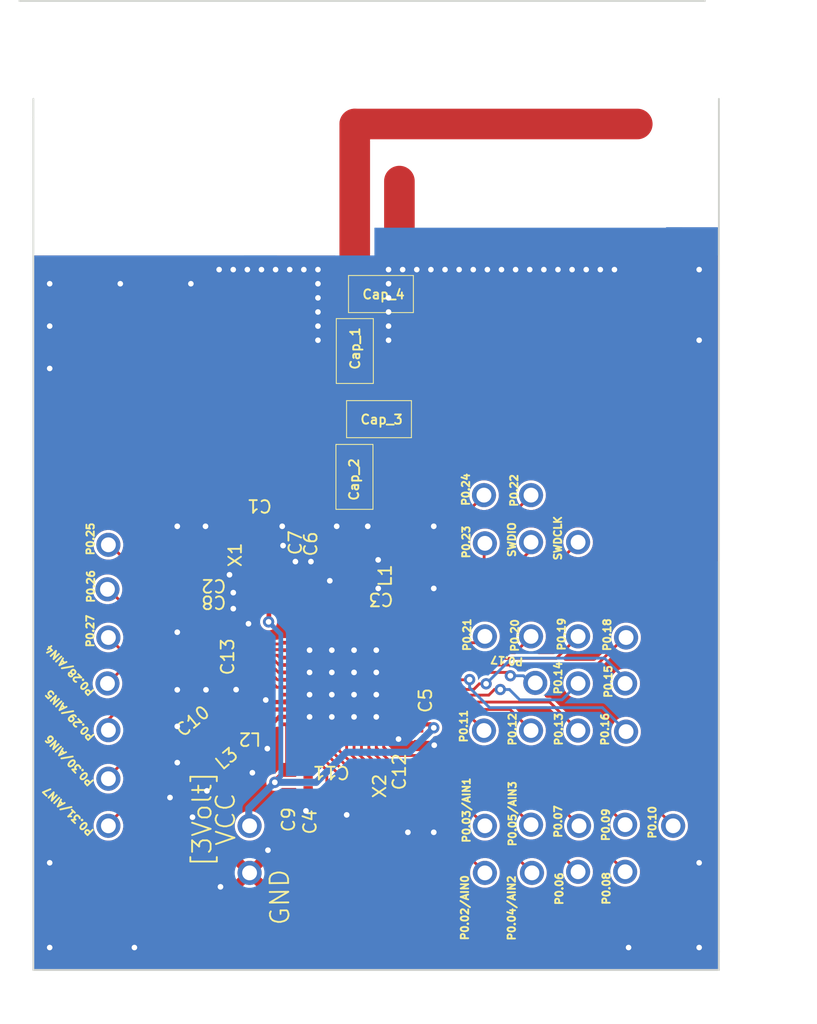
<source format=kicad_pcb>
(kicad_pcb (version 20171130) (host pcbnew 5.1.2-f72e74a~84~ubuntu18.04.1)

  (general
    (thickness 1.6)
    (drawings 64)
    (tracks 491)
    (zones 0)
    (modules 56)
    (nets 43)
  )

  (page A4)
  (layers
    (0 F.Cu signal)
    (1 In1.Cu signal)
    (2 In2.Cu signal)
    (3 In3.Cu signal)
    (4 In4.Cu signal)
    (5 In5.Cu signal)
    (6 In6.Cu signal)
    (7 In7.Cu signal)
    (8 In8.Cu signal)
    (9 In9.Cu signal)
    (10 In10.Cu signal)
    (11 In11.Cu signal)
    (12 In12.Cu signal)
    (13 In13.Cu signal)
    (14 In14.Cu signal)
    (15 In15.Cu signal)
    (16 In16.Cu signal)
    (17 In17.Cu signal)
    (18 In18.Cu signal)
    (19 In19.Cu signal)
    (20 In20.Cu signal)
    (21 In21.Cu signal)
    (22 In22.Cu signal)
    (23 In23.Cu signal)
    (24 In24.Cu signal)
    (25 In25.Cu signal)
    (26 In26.Cu signal)
    (27 In27.Cu signal)
    (28 In28.Cu signal)
    (29 In29.Cu signal)
    (30 In30.Cu signal)
    (31 B.Cu signal)
    (32 B.Adhes user)
    (33 F.Adhes user)
    (34 B.Paste user)
    (35 F.Paste user)
    (36 B.SilkS user)
    (37 F.SilkS user)
    (38 B.Mask user)
    (39 F.Mask user)
    (40 Dwgs.User user)
    (41 Cmts.User user)
    (42 Eco1.User user)
    (43 Eco2.User user)
    (44 Edge.Cuts user)
    (45 Margin user)
    (46 B.CrtYd user)
    (47 F.CrtYd user)
    (48 B.Fab user)
    (49 F.Fab user)
  )

  (setup
    (last_trace_width 1.651)
    (user_trace_width 1.651)
    (trace_clearance 0.1524)
    (zone_clearance 0)
    (zone_45_only no)
    (trace_min 0.1)
    (via_size 0.61)
    (via_drill 0.305)
    (via_min_size 0.5)
    (via_min_drill 0.1)
    (user_via 0.61 0.305)
    (uvia_size 0.508)
    (uvia_drill 0.127)
    (uvias_allowed no)
    (uvia_min_size 0.5)
    (uvia_min_drill 0.1)
    (edge_width 0.1)
    (segment_width 0.2)
    (pcb_text_width 0.3)
    (pcb_text_size 1.5 1.5)
    (mod_edge_width 0.15)
    (mod_text_size 1 1)
    (mod_text_width 0.15)
    (pad_size 0.8 1.75)
    (pad_drill 0)
    (pad_to_mask_clearance 0)
    (aux_axis_origin 0 0)
    (grid_origin 94.0979 -96.4298)
    (visible_elements 7FFFFF7F)
    (pcbplotparams
      (layerselection 0x3ffff_80000001)
      (usegerberextensions false)
      (usegerberattributes true)
      (usegerberadvancedattributes true)
      (creategerberjobfile true)
      (excludeedgelayer true)
      (linewidth 0.100000)
      (plotframeref true)
      (viasonmask false)
      (mode 1)
      (useauxorigin false)
      (hpglpennumber 1)
      (hpglpenspeed 20)
      (hpglpendiameter 15.000000)
      (psnegative false)
      (psa4output false)
      (plotreference true)
      (plotvalue true)
      (plotinvisibletext false)
      (padsonsilk false)
      (subtractmaskfromsilk true)
      (outputformat 1)
      (mirror false)
      (drillshape 0)
      (scaleselection 1)
      (outputdirectory "/home/basilisvirus/git_workspace/QFN48-nRF52811-Bluetooth-5.1-KiCad-and-Altium-Designer/Exported files from KiCad [Gerber]"))
  )

  (net 0 "")
  (net 1 VDD_NRF)
  (net 2 P0.04/AIN2)
  (net 3 P0.01/XL2)
  (net 4 P0.00/XL1)
  (net 5 DEC4)
  (net 6 DEC3)
  (net 7 GND)
  (net 8 DEC1)
  (net 9 DEC2)
  (net 10 NetL2_1)
  (net 11 NetL2_2)
  (net 12 XC1)
  (net 13 XC2)
  (net 14 "Net-(U1-Pad1)")
  (net 15 "Net-(U3-Pad1)")
  (net 16 "Net-(U4-Pad1)")
  (net 17 "Net-(U5-Pad1)")
  (net 18 "Net-(U6-Pad1)")
  (net 19 "Net-(U7-Pad1)")
  (net 20 "Net-(U15-Pad1)")
  (net 21 "Net-(U9-Pad1)")
  (net 22 "Net-(U10-Pad1)")
  (net 23 "Net-(U11-Pad1)")
  (net 24 "Net-(U12-Pad1)")
  (net 25 "Net-(U13-Pad1)")
  (net 26 "Net-(U14-Pad1)")
  (net 27 "Net-(U16-Pad1)")
  (net 28 "Net-(U17-Pad1)")
  (net 29 "Net-(U18-Pad1)")
  (net 30 "Net-(U21-Pad1)")
  (net 31 "Net-(U23-Pad1)")
  (net 32 "Net-(U24-Pad1)")
  (net 33 "Net-(U27-Pad1)")
  (net 34 "Net-(U28-Pad1)")
  (net 35 "Net-(U29-Pad1)")
  (net 36 "Net-(U30-Pad1)")
  (net 37 "Net-(U32-Pad1)")
  (net 38 "Net-(Cap_1-Pad1)")
  (net 39 "Net-(Cap_1-Pad2)")
  (net 40 "Net-(Cap_2-Pad1)")
  (net 41 "Net-(U2-Pad1)")
  (net 42 "Net-(U102-Pad1)")

  (net_class Default "This is the default net class."
    (clearance 0.1524)
    (trace_width 1.651)
    (via_dia 0.61)
    (via_drill 0.305)
    (uvia_dia 0.508)
    (uvia_drill 0.127)
    (add_net DEC1)
    (add_net DEC2)
    (add_net DEC3)
    (add_net DEC4)
    (add_net GND)
    (add_net "Net-(Cap_1-Pad1)")
    (add_net "Net-(Cap_1-Pad2)")
    (add_net "Net-(Cap_2-Pad1)")
    (add_net "Net-(U1-Pad1)")
    (add_net "Net-(U10-Pad1)")
    (add_net "Net-(U102-Pad1)")
    (add_net "Net-(U11-Pad1)")
    (add_net "Net-(U12-Pad1)")
    (add_net "Net-(U13-Pad1)")
    (add_net "Net-(U14-Pad1)")
    (add_net "Net-(U15-Pad1)")
    (add_net "Net-(U16-Pad1)")
    (add_net "Net-(U17-Pad1)")
    (add_net "Net-(U18-Pad1)")
    (add_net "Net-(U2-Pad1)")
    (add_net "Net-(U21-Pad1)")
    (add_net "Net-(U23-Pad1)")
    (add_net "Net-(U24-Pad1)")
    (add_net "Net-(U27-Pad1)")
    (add_net "Net-(U28-Pad1)")
    (add_net "Net-(U29-Pad1)")
    (add_net "Net-(U3-Pad1)")
    (add_net "Net-(U30-Pad1)")
    (add_net "Net-(U32-Pad1)")
    (add_net "Net-(U4-Pad1)")
    (add_net "Net-(U5-Pad1)")
    (add_net "Net-(U6-Pad1)")
    (add_net "Net-(U7-Pad1)")
    (add_net "Net-(U9-Pad1)")
    (add_net NetL2_1)
    (add_net NetL2_2)
    (add_net P0.00/XL1)
    (add_net P0.01/XL2)
    (add_net P0.04/AIN2)
    (add_net VDD_NRF)
    (add_net XC1)
    (add_net XC2)
  )

  (module Capacitors_smd:1206_cap_smd (layer F.Cu) (tedit 5D34406E) (tstamp 5D342874)
    (at 92.15181 -76.56081 270)
    (path /5D31B50D)
    (fp_text reference Cap_2 (at 0.14 0.02 90) (layer F.SilkS)
      (effects (font (size 0.5 0.5) (thickness 0.1)))
    )
    (fp_text value 1206_cap_smd (at 0.245 -2.14 90) (layer F.Fab)
      (effects (font (size 0.5 0.5) (thickness 0.1)))
    )
    (fp_line (start -1.75 -1) (end 1.75 -1) (layer F.SilkS) (width 0.05))
    (fp_line (start 1.75 -1) (end 1.75 1) (layer F.SilkS) (width 0.05))
    (fp_line (start 1.75 1) (end -1.75 1) (layer F.SilkS) (width 0.05))
    (fp_line (start -1.75 1) (end -1.75 -1) (layer F.SilkS) (width 0.05))
    (pad 1 smd rect (at -1.275 0 270) (size 0.8 1.75) (layers F.Cu F.Paste F.Mask)
      (net 40 "Net-(Cap_2-Pad1)"))
    (pad 2 smd rect (at 1.275 0 270) (size 0.8 1.75) (layers F.Cu F.Paste F.Mask))
  )

  (module Capacitors_smd:1206_cap_smd (layer F.Cu) (tedit 5D31925D) (tstamp 5D342835)
    (at 93.58181 -86.42581)
    (path /5D31954A)
    (zone_connect 2)
    (fp_text reference Cap_4 (at 0.14 0.02) (layer F.SilkS)
      (effects (font (size 0.5 0.5) (thickness 0.1)))
    )
    (fp_text value 1206_cap_smd (at 0.36 -2.58) (layer F.Fab)
      (effects (font (size 0.5 0.5) (thickness 0.1)))
    )
    (fp_line (start -1.75 -1) (end 1.75 -1) (layer F.SilkS) (width 0.05))
    (fp_line (start 1.75 -1) (end 1.75 1) (layer F.SilkS) (width 0.05))
    (fp_line (start 1.75 1) (end -1.75 1) (layer F.SilkS) (width 0.05))
    (fp_line (start -1.75 1) (end -1.75 -1) (layer F.SilkS) (width 0.05))
    (pad 1 smd rect (at -1.275 0) (size 0.8 1.75) (layers F.Cu F.Paste F.Mask)
      (net 7 GND) (zone_connect 2))
    (pad 2 smd rect (at 1.275 0) (size 0.8 1.75) (layers F.Cu F.Paste F.Mask)
      (net 7 GND) (zone_connect 2))
  )

  (module Capacitors_smd:1206_cap_smd (layer F.Cu) (tedit 5CC074DB) (tstamp 5D342828)
    (at 92.17181 -83.35081 90)
    (path /5D309A4C)
    (fp_text reference Cap_1 (at 0.14 0.02 90) (layer F.SilkS)
      (effects (font (size 0.5 0.5) (thickness 0.1)))
    )
    (fp_text value 1206_cap_smd (at -0.16 3.74 180) (layer F.Fab)
      (effects (font (size 0.5 0.5) (thickness 0.1)))
    )
    (fp_line (start -1.75 -1) (end 1.75 -1) (layer F.SilkS) (width 0.05))
    (fp_line (start 1.75 -1) (end 1.75 1) (layer F.SilkS) (width 0.05))
    (fp_line (start 1.75 1) (end -1.75 1) (layer F.SilkS) (width 0.05))
    (fp_line (start -1.75 1) (end -1.75 -1) (layer F.SilkS) (width 0.05))
    (pad 1 smd rect (at -1.275 0 90) (size 0.8 1.75) (layers F.Cu F.Paste F.Mask)
      (net 38 "Net-(Cap_1-Pad1)"))
    (pad 2 smd rect (at 1.275 0 90) (size 0.8 1.75) (layers F.Cu F.Paste F.Mask)
      (net 39 "Net-(Cap_1-Pad2)"))
  )

  (module Capacitors_smd:1206_cap_smd (layer F.Cu) (tedit 5D30939E) (tstamp 5D342815)
    (at 93.47681 -79.67581)
    (path /5D309105)
    (fp_text reference Cap_3 (at 0.14 0.02) (layer F.SilkS)
      (effects (font (size 0.5 0.5) (thickness 0.1)))
    )
    (fp_text value 1206_cap_smd (at 4.67 -0.28) (layer F.Fab)
      (effects (font (size 0.5 0.5) (thickness 0.1)))
    )
    (fp_line (start -1.75 -1) (end 1.75 -1) (layer F.SilkS) (width 0.05))
    (fp_line (start 1.75 -1) (end 1.75 1) (layer F.SilkS) (width 0.05))
    (fp_line (start 1.75 1) (end -1.75 1) (layer F.SilkS) (width 0.05))
    (fp_line (start -1.75 1) (end -1.75 -1) (layer F.SilkS) (width 0.05))
    (pad 1 smd rect (at -1.275 0) (size 0.8 1.75) (layers F.Cu F.Paste F.Mask)
      (net 7 GND))
    (pad 2 smd rect (at 1.275 0) (size 0.8 1.75) (layers F.Cu F.Paste F.Mask)
      (net 7 GND) (zone_connect 2))
  )

  (module ICs:Ο (layer F.Cu) (tedit 5CDFF879) (tstamp 5D21E982)
    (at 99.14181 -68.01581 90)
    (path /5D222904)
    (fp_text reference U102 (at 3.06 -4.98 90) (layer F.SilkS) hide
      (effects (font (size 0.5 0.5) (thickness 0.1)))
    )
    (fp_text value O (at -0.29 -4.91 90) (layer F.Fab)
      (effects (font (size 0.5 0.5) (thickness 0.1)))
    )
    (pad 1 thru_hole circle (at -0.06 0.05 90) (size 1.3 1.3) (drill 0.8) (layers *.Cu *.Mask)
      (net 42 "Net-(U102-Pad1)"))
  )

  (module ICs:Ο (layer F.Cu) (tedit 5D21D110) (tstamp 5D21CE30)
    (at 86.44181 -55.25581 90)
    (path /5D21FE50)
    (fp_text reference U26 (at -1.8 -0.76 90 unlocked) (layer F.SilkS) hide
      (effects (font (size 0.5 0.5) (thickness 0.1)))
    )
    (fp_text value O (at -0.29 -4.91 90) (layer F.Fab)
      (effects (font (size 0.5 0.5) (thickness 0.1)))
    )
    (pad GND thru_hole circle (at -0.06 0.05 90) (size 1.3 1.3) (drill 0.8) (layers *.Cu *.Mask)
      (net 7 GND))
  )

  (module ICs:Ο (layer F.Cu) (tedit 5CDFF879) (tstamp 5D21C8BD)
    (at 86.44181 -57.79581 90)
    (path /5D21EA85)
    (fp_text reference U8 (at 3.06 -4.98 90) (layer F.SilkS) hide
      (effects (font (size 0.5 0.5) (thickness 0.1)))
    )
    (fp_text value O (at -0.29 -4.91 90) (layer F.Fab)
      (effects (font (size 0.5 0.5) (thickness 0.1)))
    )
    (pad 1 thru_hole circle (at -0.06 0.05 90) (size 1.3 1.3) (drill 0.8) (layers *.Cu *.Mask))
  )

  (module QFN40P600X600X90-48N (layer F.Cu) (tedit 4289BEAB) (tstamp 539EEDBF)
    (at 91.53019 -65.41175 90)
    (path /539EEC0F)
    (attr smd)
    (fp_text reference U1 (at 0 0 90) (layer F.SilkS) hide
      (effects (font (size 1.524 1.524) (thickness 0.05)))
    )
    (fp_text value "Multi-protocol Bluetooth Low Energy, IEEE 802.15.4, ANT and 2.4GHz proprietary system-on-chip" (at 0 0 90) (layer F.SilkS) hide
      (effects (font (size 1.524 1.524) (thickness 0.05)))
    )
    (pad 1 smd oval (at -3.025 -2.2 180) (size 0.2 0.65) (layers F.Cu F.Paste F.Mask)
      (net 8 DEC1))
    (pad 2 smd oval (at -3.025 -1.8 180) (size 0.2 0.65) (layers F.Cu F.Paste F.Mask)
      (net 4 P0.00/XL1))
    (pad 3 smd oval (at -3.025 -1.4 180) (size 0.2 0.65) (layers F.Cu F.Paste F.Mask)
      (net 3 P0.01/XL2))
    (pad 4 smd oval (at -3.025 -1 180) (size 0.2 0.65) (layers F.Cu F.Paste F.Mask))
    (pad 5 smd oval (at -3.025 -0.6 180) (size 0.2 0.65) (layers F.Cu F.Paste F.Mask))
    (pad 6 smd oval (at -3.025 -0.2 180) (size 0.2 0.65) (layers F.Cu F.Paste F.Mask))
    (pad 7 smd oval (at -3.025 0.2 180) (size 0.2 0.65) (layers F.Cu F.Paste F.Mask))
    (pad 8 smd oval (at -3.025 0.6 180) (size 0.2 0.65) (layers F.Cu F.Paste F.Mask))
    (pad 9 smd oval (at -3.025 1 180) (size 0.2 0.65) (layers F.Cu F.Paste F.Mask))
    (pad 10 smd oval (at -3.025 1.4 180) (size 0.2 0.65) (layers F.Cu F.Paste F.Mask))
    (pad 11 smd oval (at -3.025 1.8 180) (size 0.2 0.65) (layers F.Cu F.Paste F.Mask))
    (pad 12 smd oval (at -3.025 2.2 180) (size 0.2 0.65) (layers F.Cu F.Paste F.Mask))
    (pad 13 smd oval (at -2.20001 3.025 90) (size 0.2 0.65) (layers F.Cu F.Paste F.Mask)
      (net 1 VDD_NRF))
    (pad 14 smd oval (at -1.80001 3.025 90) (size 0.2 0.65) (layers F.Cu F.Paste F.Mask))
    (pad 15 smd oval (at -1.4 3.025 90) (size 0.2 0.65) (layers F.Cu F.Paste F.Mask))
    (pad 16 smd oval (at -1.00001 3.025 90) (size 0.2 0.65) (layers F.Cu F.Paste F.Mask))
    (pad 17 smd oval (at -0.60001 3.025 90) (size 0.2 0.65) (layers F.Cu F.Paste F.Mask))
    (pad 18 smd oval (at -0.2 3.025 90) (size 0.2 0.65) (layers F.Cu F.Paste F.Mask))
    (pad 19 smd oval (at 0.2 3.025 90) (size 0.2 0.65) (layers F.Cu F.Paste F.Mask))
    (pad 20 smd oval (at 0.6 3.025 90) (size 0.2 0.65) (layers F.Cu F.Paste F.Mask))
    (pad 21 smd oval (at 1 3.025 90) (size 0.2 0.65) (layers F.Cu F.Paste F.Mask))
    (pad 22 smd oval (at 1.4 3.025 90) (size 0.2 0.65) (layers F.Cu F.Paste F.Mask))
    (pad 23 smd oval (at 1.8 3.025 90) (size 0.2 0.65) (layers F.Cu F.Paste F.Mask))
    (pad 24 smd oval (at 2.2 3.025 90) (size 0.2 0.65) (layers F.Cu F.Paste F.Mask))
    (pad 25 smd oval (at 3.025 2.2 180) (size 0.2 0.65) (layers F.Cu F.Paste F.Mask))
    (pad 26 smd oval (at 3.025 1.8 180) (size 0.2 0.65) (layers F.Cu F.Paste F.Mask))
    (pad 27 smd oval (at 3.025 1.4 180) (size 0.2 0.65) (layers F.Cu F.Paste F.Mask))
    (pad 28 smd oval (at 3.025 1 180) (size 0.2 0.65) (layers F.Cu F.Paste F.Mask))
    (pad 29 smd oval (at 3.025 0.6 180) (size 0.2 0.65) (layers F.Cu F.Paste F.Mask))
    (pad 30 smd oval (at 3.025 0.2 180) (size 0.2 0.65) (layers F.Cu F.Paste F.Mask))
    (pad 31 smd oval (at 3.025 -0.2 180) (size 0.2 0.65) (layers F.Cu F.Paste F.Mask)
      (net 7 GND))
    (pad 32 smd oval (at 3.025 -0.6 180) (size 0.2 0.65) (layers F.Cu F.Paste F.Mask)
      (net 9 DEC2))
    (pad 33 smd oval (at 3.025 -1 180) (size 0.2 0.65) (layers F.Cu F.Paste F.Mask)
      (net 6 DEC3))
    (pad 34 smd oval (at 3.025 -1.4 180) (size 0.2 0.65) (layers F.Cu F.Paste F.Mask)
      (net 12 XC1))
    (pad 35 smd oval (at 3.025 -1.8 180) (size 0.2 0.65) (layers F.Cu F.Paste F.Mask)
      (net 13 XC2))
    (pad 36 smd oval (at 3.025 -2.2 180) (size 0.2 0.65) (layers F.Cu F.Paste F.Mask)
      (net 1 VDD_NRF))
    (pad 37 smd oval (at 2.2 -3.025 90) (size 0.2 0.65) (layers F.Cu F.Paste F.Mask))
    (pad 38 smd oval (at 1.79999 -3.025 90) (size 0.2 0.65) (layers F.Cu F.Paste F.Mask))
    (pad 39 smd oval (at 1.4 -3.025 90) (size 0.2 0.65) (layers F.Cu F.Paste F.Mask))
    (pad 40 smd oval (at 1 -3.025 90) (size 0.2 0.65) (layers F.Cu F.Paste F.Mask))
    (pad 41 smd oval (at 0.59999 -3.025 90) (size 0.2 0.65) (layers F.Cu F.Paste F.Mask))
    (pad 42 smd oval (at 0.2 -3.025 90) (size 0.2 0.65) (layers F.Cu F.Paste F.Mask))
    (pad 43 smd oval (at -0.20001 -3.025 90) (size 0.2 0.65) (layers F.Cu F.Paste F.Mask))
    (pad 44 smd oval (at -0.60001 -3.025 90) (size 0.2 0.65) (layers F.Cu F.Paste F.Mask))
    (pad 45 smd oval (at -1.00001 -3.025 90) (size 0.2 0.65) (layers F.Cu F.Paste F.Mask)
      (net 7 GND))
    (pad 46 smd oval (at -1.40001 -3.025 90) (size 0.2 0.65) (layers F.Cu F.Paste F.Mask)
      (net 5 DEC4))
    (pad 47 smd oval (at -1.80001 -3.025 90) (size 0.2 0.65) (layers F.Cu F.Paste F.Mask)
      (net 11 NetL2_2))
    (pad 48 smd oval (at -2.20001 -3.025 90) (size 0.2 0.65) (layers F.Cu F.Paste F.Mask)
      (net 1 VDD_NRF))
    (pad 49 smd rect (at 0 0 90) (size 4.7 4.7) (layers F.Cu F.Paste F.Mask)
      (net 7 GND))
    (model ./wrlshp/3FE6F295-0804.wrl
      (at (xyz 0 0 0))
      (scale (xyz 1 1 1))
      (rotate (xyz 0 0 360))
    )
  )

  (module ICs:Ο (layer F.Cu) (tedit 5CDFF879) (tstamp 5D21CBB4)
    (at 99.14181 -57.79581 90)
    (path /5D223280)
    (fp_text reference U33 (at 3.06 -4.98 90) (layer F.SilkS) hide
      (effects (font (size 0.5 0.5) (thickness 0.1)))
    )
    (fp_text value O (at -0.29 -4.91 90) (layer F.Fab)
      (effects (font (size 0.5 0.5) (thickness 0.1)))
    )
    (pad 1 thru_hole circle (at -0.06 0.05 90) (size 1.3 1.3) (drill 0.8) (layers *.Cu *.Mask))
  )

  (module ICs:Ο (layer F.Cu) (tedit 5CDFF879) (tstamp 5D21CBAA)
    (at 106.76181 -62.87581 90)
    (path /5D22382C)
    (fp_text reference U31 (at 3.06 -4.98 90) (layer F.SilkS) hide
      (effects (font (size 0.5 0.5) (thickness 0.1)))
    )
    (fp_text value O (at -0.29 -4.91 90) (layer F.Fab)
      (effects (font (size 0.5 0.5) (thickness 0.1)))
    )
    (pad 1 thru_hole circle (at -0.06 0.05 90) (size 1.3 1.3) (drill 0.8) (layers *.Cu *.Mask))
  )

  (module ICs:Ο (layer F.Cu) (tedit 5CDFF879) (tstamp 5D21CB8C)
    (at 104.17181 -55.31581 90)
    (path /5D21FBCF)
    (fp_text reference U25 (at 3.06 -4.98 90) (layer F.SilkS) hide
      (effects (font (size 0.5 0.5) (thickness 0.1)))
    )
    (fp_text value O (at -0.29 -4.91 90) (layer F.Fab)
      (effects (font (size 0.5 0.5) (thickness 0.1)))
    )
    (pad 1 thru_hole circle (at -0.06 0.05 90) (size 1.3 1.3) (drill 0.8) (layers *.Cu *.Mask))
  )

  (module ICs:Ο (layer F.Cu) (tedit 5CDFF879) (tstamp 5D21CB73)
    (at 104.17181 -65.47581 90)
    (path /5D22008B)
    (fp_text reference U20 (at 3.06 -4.98 90) (layer F.SilkS) hide
      (effects (font (size 0.5 0.5) (thickness 0.1)))
    )
    (fp_text value O (at -0.29 -4.91 90) (layer F.Fab)
      (effects (font (size 0.5 0.5) (thickness 0.1)))
    )
    (pad 1 thru_hole circle (at -0.06 0.05 90) (size 1.3 1.3) (drill 0.8) (layers *.Cu *.Mask))
  )

  (module ICs:Ο (layer F.Cu) (tedit 5CDFF879) (tstamp 5D21CB6E)
    (at 99.14181 -73.03581 90)
    (path /5D220B00)
    (fp_text reference U19 (at 3.06 -4.98 90) (layer F.SilkS) hide
      (effects (font (size 0.5 0.5) (thickness 0.1)))
    )
    (fp_text value O (at -0.29 -4.91 90) (layer F.Fab)
      (effects (font (size 0.5 0.5) (thickness 0.1)))
    )
    (pad 1 thru_hole circle (at -0.06 0.05 90) (size 1.3 1.3) (drill 0.8) (layers *.Cu *.Mask))
  )

  (module CAPC1005X04L (layer F.Cu) (tedit 4289BEAB) (tstamp 539EEDBF)
    (at 94.22259 -57.94415 90)
    (path /539EEC0F)
    (attr smd)
    (fp_text reference C12 (at 0 0 90) (layer F.SilkS) hide
      (effects (font (size 1.524 1.524) (thickness 0.05)))
    )
    (fp_text value "" (at 0 0 90) (layer F.SilkS) hide
      (effects (font (size 1.524 1.524) (thickness 0.05)))
    )
    (pad 1 smd rect (at 0.49999 0) (size 0.5 0.6) (layers F.Cu F.Paste F.Mask)
      (net 3 P0.01/XL2))
    (pad 2 smd rect (at -0.50001 0) (size 0.5 0.6) (layers F.Cu F.Paste F.Mask)
      (net 7 GND))
    (model ./wrlshp/27F8D307-C50E.wrl
      (at (xyz 0 0 0))
      (scale (xyz 1 1 1))
      (rotate (xyz 0 0 0))
    )
  )

  (module CAPC1608X06L (layer F.Cu) (tedit 4289BEAB) (tstamp 539EEDBF)
    (at 83.70191 -62.66926 90)
    (path /539EEC0F)
    (attr smd)
    (fp_text reference C10 (at 0 0 90) (layer F.SilkS) hide
      (effects (font (size 1.524 1.524) (thickness 0.05)))
    )
    (fp_text value "" (at 0 0 90) (layer F.SilkS) hide
      (effects (font (size 1.524 1.524) (thickness 0.05)))
    )
    (pad 2 smd rect (at 0.43389 0.51708 130) (size 0.8 0.75) (layers F.Cu F.Paste F.Mask)
      (net 5 DEC4))
    (pad 1 smd rect (at -0.43388 -0.51708 130) (size 0.8 0.75) (layers F.Cu F.Paste F.Mask)
      (net 7 GND))
    (model ./wrlshp/B6A667F8-9D07.wrl
      (at (xyz 0 0 0))
      (scale (xyz 1 1 1))
      (rotate (xyz 0 0 260))
    )
  )

  (module INDC1005X04L (layer F.Cu) (tedit 4289BEAB) (tstamp 539EEDBF)
    (at 84.56551 -61.98346 90)
    (path /539EEC0F)
    (attr smd)
    (fp_text reference L3 (at 0 0 90) (layer F.SilkS) hide
      (effects (font (size 1.524 1.524) (thickness 0.05)))
    )
    (fp_text value "" (at 0 0 90) (layer F.SilkS) hide
      (effects (font (size 1.524 1.524) (thickness 0.05)))
    )
    (pad 2 smd rect (at 0.30533 0.36387 130) (size 0.5 0.65) (layers F.Cu F.Paste F.Mask)
      (net 10 NetL2_1))
    (pad 1 smd rect (at -0.30532 -0.36387 130) (size 0.5 0.65) (layers F.Cu F.Paste F.Mask)
      (net 5 DEC4))
    (model ./wrlshp/C9012E92-4FB3.wrl
      (at (xyz 0 0 0))
      (scale (xyz 1 1 1))
      (rotate (xyz 0 0 260))
    )
  )

  (module INDC1608X06L (layer F.Cu) (tedit 4289BEAB) (tstamp 539EEDBF)
    (at 86.64823 -63.15115 90)
    (path /539EEC0F)
    (attr smd)
    (fp_text reference L2 (at 0 0 90) (layer F.SilkS) hide
      (effects (font (size 1.524 1.524) (thickness 0.05)))
    )
    (fp_text value "" (at 0 0 90) (layer F.SilkS) hide
      (effects (font (size 1.524 1.524) (thickness 0.05)))
    )
    (pad 1 smd rect (at 0 -0.675 90) (size 0.8 0.75) (layers F.Cu F.Paste F.Mask)
      (net 10 NetL2_1))
    (pad 2 smd rect (at 0 0.675 90) (size 0.8 0.75) (layers F.Cu F.Paste F.Mask)
      (net 11 NetL2_2))
    (model ./wrlshp/3C0C10DE-CD94.wrl
      (at (xyz 0 0 0))
      (scale (xyz 1 1 1))
      (rotate (xyz 0 0 180))
    )
  )

  (module CAPC1005X04L (layer F.Cu) (tedit 4289BEAB) (tstamp 539EEDBF)
    (at 89.65059 -60.07775 90)
    (path /539EEC0F)
    (attr smd)
    (fp_text reference C4 (at 0 0 90) (layer F.SilkS) hide
      (effects (font (size 1.524 1.524) (thickness 0.05)))
    )
    (fp_text value "" (at 0 0 90) (layer F.SilkS) hide
      (effects (font (size 1.524 1.524) (thickness 0.05)))
    )
    (pad 1 smd rect (at 0.49999 0) (size 0.5 0.6) (layers F.Cu F.Paste F.Mask)
      (net 8 DEC1))
    (pad 2 smd rect (at -0.50001 0) (size 0.5 0.6) (layers F.Cu F.Paste F.Mask)
      (net 7 GND))
    (model ./wrlshp/27F8D307-C50E.wrl
      (at (xyz 0 0 0))
      (scale (xyz 1 1 1))
      (rotate (xyz 0 0 0))
    )
  )

  (module CAPC1005X04L (layer F.Cu) (tedit 4289BEAB) (tstamp 539EEDBF)
    (at 95.61959 -62.56695 90)
    (path /539EEC0F)
    (attr smd)
    (fp_text reference C5 (at 0 0 90) (layer F.SilkS) hide
      (effects (font (size 1.524 1.524) (thickness 0.05)))
    )
    (fp_text value "" (at 0 0 90) (layer F.SilkS) hide
      (effects (font (size 1.524 1.524) (thickness 0.05)))
    )
    (pad 1 smd rect (at 0.49999 0) (size 0.5 0.6) (layers F.Cu F.Paste F.Mask)
      (net 1 VDD_NRF))
    (pad 2 smd rect (at -0.50001 0) (size 0.5 0.6) (layers F.Cu F.Paste F.Mask)
      (net 7 GND))
    (model ./wrlshp/27F8D307-C50E.wrl
      (at (xyz 0 0 0))
      (scale (xyz 1 1 1))
      (rotate (xyz 0 0 0))
    )
  )

  (module CAPC1005X04L (layer F.Cu) (tedit 4289BEAB) (tstamp 539EEDBF)
    (at 88.91399 -70.69495 90)
    (path /539EEC0F)
    (attr smd)
    (fp_text reference C7 (at 0 0 90) (layer F.SilkS) hide
      (effects (font (size 1.524 1.524) (thickness 0.05)))
    )
    (fp_text value "" (at 0 0 90) (layer F.SilkS) hide
      (effects (font (size 1.524 1.524) (thickness 0.05)))
    )
    (pad 1 smd rect (at -0.5 0 180) (size 0.5 0.6) (layers F.Cu F.Paste F.Mask)
      (net 6 DEC3))
    (pad 2 smd rect (at 0.5 0 180) (size 0.5 0.6) (layers F.Cu F.Paste F.Mask)
      (net 7 GND))
    (model ./wrlshp/27F8D307-C50E.wrl
      (at (xyz 0 0 0))
      (scale (xyz 1 1 1))
      (rotate (xyz 0 0 360))
    )
  )

  (module CAPC1005X04L (layer F.Cu) (tedit 5D342DEB) (tstamp 539EEDBF)
    (at 86.93261 -73.89518 90)
    (path /539EEC0F)
    (attr smd)
    (fp_text reference C1 (at 0 0 90) (layer F.SilkS) hide
      (effects (font (size 1.524 1.524) (thickness 0.05)))
    )
    (fp_text value "" (at 0 0 90) (layer F.SilkS) hide
      (effects (font (size 1.524 1.524) (thickness 0.05)))
    )
    (pad 1 smd rect (at 0 -0.5 90) (size 0.5 0.6) (layers F.Cu F.Paste F.Mask)
      (net 12 XC1))
    (pad 2 smd rect (at 0 0.5 90) (size 0.5 0.6) (layers F.Cu F.Paste F.Mask)
      (net 7 GND) (zone_connect 2))
    (model ./wrlshp/27F8D307-C50E.wrl
      (at (xyz 0 0 0))
      (scale (xyz 1 1 1))
      (rotate (xyz 0 0 180))
    )
  )

  (module BT-XTAL_2016 (layer F.Cu) (tedit 5D342E0B) (tstamp 539EEDBF)
    (at 86.93261 -72.11718 90)
    (path /539EEC0F)
    (attr smd)
    (fp_text reference X1 (at 0 0 90) (layer F.SilkS) hide
      (effects (font (size 1.524 1.524) (thickness 0.05)))
    )
    (fp_text value "" (at 0 0 90) (layer F.SilkS) hide
      (effects (font (size 1.524 1.524) (thickness 0.05)))
    )
    (pad 3 smd rect (at -0.725 0.575 270) (size 0.95 0.85) (layers F.Cu F.Paste F.Mask)
      (net 13 XC2))
    (pad 2 smd rect (at -0.725 -0.575 270) (size 0.95 0.85) (layers F.Cu F.Paste F.Mask)
      (net 7 GND))
    (pad 1 smd rect (at 0.725 -0.575 270) (size 0.95 0.85) (layers F.Cu F.Paste F.Mask)
      (net 12 XC1))
    (pad 4 smd rect (at 0.725 0.575 270) (size 0.95 0.85) (layers F.Cu F.Paste F.Mask)
      (net 7 GND) (zone_connect 2))
    (model ./wrlshp/C397B18D-1D72.wrl
      (at (xyz 0 0 0))
      (scale (xyz 1 1 1))
      (rotate (xyz 0 0 180))
    )
    (model ./wrlshp/368438F8-044C.wrl
      (at (xyz 0 0 0))
      (scale (xyz 1 1 1))
      (rotate (xyz 0 0 0))
    )
  )

  (module CAPC1005X04L (layer F.Cu) (tedit 4289BEAB) (tstamp 539EEDBF)
    (at 86.93261 -69.45018 90)
    (path /539EEC0F)
    (attr smd)
    (fp_text reference C8 (at 0 0 90) (layer F.SilkS) hide
      (effects (font (size 1.524 1.524) (thickness 0.05)))
    )
    (fp_text value "" (at 0 0 90) (layer F.SilkS) hide
      (effects (font (size 1.524 1.524) (thickness 0.05)))
    )
    (pad 1 smd rect (at 0 0.5 270) (size 0.5 0.6) (layers F.Cu F.Paste F.Mask)
      (net 1 VDD_NRF))
    (pad 2 smd rect (at 0 -0.5 270) (size 0.5 0.6) (layers F.Cu F.Paste F.Mask)
      (net 7 GND))
    (model ./wrlshp/27F8D307-C50E.wrl
      (at (xyz 0 0 0))
      (scale (xyz 1 1 1))
      (rotate (xyz 0 0 180))
    )
  )

  (module CAPC1608X06L (layer F.Cu) (tedit 4289BEAB) (tstamp 539EEDBF)
    (at 88.60919 -60.07775 90)
    (path /539EEC0F)
    (attr smd)
    (fp_text reference C9 (at 0 0 90) (layer F.SilkS) hide
      (effects (font (size 1.524 1.524) (thickness 0.05)))
    )
    (fp_text value "" (at 0 0 90) (layer F.SilkS) hide
      (effects (font (size 1.524 1.524) (thickness 0.05)))
    )
    (pad 2 smd rect (at -0.675 0) (size 0.8 0.75) (layers F.Cu F.Paste F.Mask)
      (net 7 GND))
    (pad 1 smd rect (at 0.675 0) (size 0.8 0.75) (layers F.Cu F.Paste F.Mask)
      (net 1 VDD_NRF))
    (model ./wrlshp/B6A667F8-9D07.wrl
      (at (xyz 0 0 0))
      (scale (xyz 1 1 1))
      (rotate (xyz 0 0 0))
    )
  )

  (module CAPC1005X04L (layer F.Cu) (tedit 4289BEAB) (tstamp 539EEDBF)
    (at 89.80299 -70.69495 90)
    (path /539EEC0F)
    (attr smd)
    (fp_text reference C6 (at 0 0 90) (layer F.SilkS) hide
      (effects (font (size 1.524 1.524) (thickness 0.05)))
    )
    (fp_text value "Not mounted" (at 0 0 90) (layer F.SilkS) hide
      (effects (font (size 1.524 1.524) (thickness 0.05)))
    )
    (pad 1 smd rect (at 0.49999 0) (size 0.5 0.6) (layers F.Cu F.Paste F.Mask)
      (net 7 GND))
    (pad 2 smd rect (at -0.50001 0) (size 0.5 0.6) (layers F.Cu F.Paste F.Mask)
      (net 9 DEC2))
    (model ./wrlshp/27F8D307-C50E.wrl
      (at (xyz 0 0 0))
      (scale (xyz 1 1 1))
      (rotate (xyz 0 0 0))
    )
  )

  (module CAPC1005X04L (layer F.Cu) (tedit 4289BEAB) (tstamp 539EEDBF)
    (at 86.93261 -70.33918 90)
    (path /539EEC0F)
    (attr smd)
    (fp_text reference C2 (at 0 0 90) (layer F.SilkS) hide
      (effects (font (size 1.524 1.524) (thickness 0.05)))
    )
    (fp_text value "" (at 0 0 90) (layer F.SilkS) hide
      (effects (font (size 1.524 1.524) (thickness 0.05)))
    )
    (pad 1 smd rect (at 0 0.5 270) (size 0.5 0.6) (layers F.Cu F.Paste F.Mask)
      (net 13 XC2))
    (pad 2 smd rect (at 0 -0.5 270) (size 0.5 0.6) (layers F.Cu F.Paste F.Mask)
      (net 7 GND))
    (model ./wrlshp/27F8D307-C50E.wrl
      (at (xyz 0 0 0))
      (scale (xyz 1 1 1))
      (rotate (xyz 0 0 180))
    )
  )

  (module CAPC1005X04L (layer F.Cu) (tedit 4289BEAB) (tstamp 539EEDBF)
    (at 91.53019 -69.60275 90)
    (path /539EEC0F)
    (attr smd)
    (fp_text reference C3 (at 0 0 90) (layer F.SilkS) hide
      (effects (font (size 1.524 1.524) (thickness 0.05)))
    )
    (fp_text value "" (at 0 0 90) (layer F.SilkS) hide
      (effects (font (size 1.524 1.524) (thickness 0.05)))
    )
    (pad 1 smd rect (at 0 -0.5 90) (size 0.5 0.6) (layers F.Cu F.Paste F.Mask)
      (net 7 GND))
    (pad 2 smd rect (at 0 0.5 90) (size 0.5 0.6) (layers F.Cu F.Paste F.Mask))
    (model ./wrlshp/27F8D307-C50E.wrl
      (at (xyz 0 0 0))
      (scale (xyz 1 1 1))
      (rotate (xyz 0 0 180))
    )
  )

  (module XTAL_3215 (layer F.Cu) (tedit 4289BEAB) (tstamp 539EEDBF)
    (at 91.91119 -57.94415 90)
    (path /539EEC0F)
    (attr smd)
    (fp_text reference X2 (at 0 0 90) (layer F.SilkS) hide
      (effects (font (size 1.524 1.524) (thickness 0.05)))
    )
    (fp_text value "" (at 0 0 90) (layer F.SilkS) hide
      (effects (font (size 1.524 1.524) (thickness 0.05)))
    )
    (pad 2 smd rect (at 0 1.25) (size 1 1.8) (layers F.Cu F.Paste F.Mask)
      (net 3 P0.01/XL2))
    (pad 1 smd rect (at 0 -1.24999) (size 1 1.8) (layers F.Cu F.Paste F.Mask)
      (net 4 P0.00/XL1))
    (model ./wrlshp/6E5AC694-32CE.wrl
      (at (xyz 0 0 0))
      (scale (xyz 1 1 1))
      (rotate (xyz 0 0 270))
    )
    (model ./wrlshp/07B379AA-9BDC.wrl
      (at (xyz 0 0 0))
      (scale (xyz 1 1 1))
      (rotate (xyz 0 0 180))
    )
  )

  (module CAPC1005X04L (layer F.Cu) (tedit 4289BEAB) (tstamp 539EEDBF)
    (at 91.07299 -59.36655 90)
    (path /539EEC0F)
    (attr smd)
    (fp_text reference C11 (at 0 0 90) (layer F.SilkS) hide
      (effects (font (size 1.524 1.524) (thickness 0.05)))
    )
    (fp_text value "" (at 0 0 90) (layer F.SilkS) hide
      (effects (font (size 1.524 1.524) (thickness 0.05)))
    )
    (pad 1 smd rect (at 0 -0.5 90) (size 0.5 0.6) (layers F.Cu F.Paste F.Mask)
      (net 4 P0.00/XL1))
    (pad 2 smd rect (at 0 0.5 90) (size 0.5 0.6) (layers F.Cu F.Paste F.Mask)
      (net 7 GND))
    (model ./wrlshp/27F8D307-C50E.wrl
      (at (xyz 0 0 0))
      (scale (xyz 1 1 1))
      (rotate (xyz 0 0 180))
    )
  )

  (module CAPC1005X04L (layer F.Cu) (tedit 4289BEAB) (tstamp 539EEDBF)
    (at 84.95159 -64.59895 90)
    (path /539EEC0F)
    (attr smd)
    (fp_text reference C13 (at 0 0 90) (layer F.SilkS) hide
      (effects (font (size 1.524 1.524) (thickness 0.05)))
    )
    (fp_text value "Not mounted" (at 0 0 90) (layer F.SilkS) hide
      (effects (font (size 1.524 1.524) (thickness 0.05)))
    )
    (pad 1 smd rect (at -0.5 0 180) (size 0.5 0.6) (layers F.Cu F.Paste F.Mask)
      (net 5 DEC4))
    (pad 2 smd rect (at 0.5 0 180) (size 0.5 0.6) (layers F.Cu F.Paste F.Mask)
      (net 7 GND))
    (model ./wrlshp/27F8D307-C50E.wrl
      (at (xyz 0 0 0))
      (scale (xyz 1 1 1))
      (rotate (xyz 0 0 360))
    )
  )

  (module ICs:Ο (layer F.Cu) (tedit 5CDFF879) (tstamp 5D21CBAF)
    (at 101.68181 -55.25581 90)
    (path /5D223560)
    (fp_text reference U32 (at 3.06 -4.98 90) (layer F.SilkS) hide
      (effects (font (size 0.5 0.5) (thickness 0.1)))
    )
    (fp_text value O (at -0.29 -4.91 90) (layer F.Fab) hide
      (effects (font (size 0.5 0.5) (thickness 0.1)))
    )
    (pad 1 thru_hole circle (at -0.06 0.05 90) (size 1.3 1.3) (drill 0.8) (layers *.Cu *.Mask)
      (net 37 "Net-(U32-Pad1)"))
  )

  (module ICs:Ο (layer F.Cu) (tedit 5CDFF879) (tstamp 5D21CBA5)
    (at 104.22181 -57.79581 90)
    (path /5D223A7B)
    (fp_text reference U30 (at 3.06 -4.98 90) (layer F.SilkS) hide
      (effects (font (size 0.5 0.5) (thickness 0.1)))
    )
    (fp_text value O (at -0.29 -4.91 90) (layer F.Fab)
      (effects (font (size 0.5 0.5) (thickness 0.1)))
    )
    (pad 1 thru_hole circle (at -0.06 0.05 90) (size 1.3 1.3) (drill 0.8) (layers *.Cu *.Mask)
      (net 36 "Net-(U30-Pad1)"))
  )

  (module ICs:Ο (layer F.Cu) (tedit 5CDFF879) (tstamp 5D21CBA0)
    (at 99.14181 -55.25581 90)
    (path /5D223DBA)
    (fp_text reference U29 (at 3.06 -4.98 90) (layer F.SilkS) hide
      (effects (font (size 0.5 0.5) (thickness 0.1)))
    )
    (fp_text value O (at -0.29 -4.91 90) (layer F.Fab) hide
      (effects (font (size 0.5 0.5) (thickness 0.1)))
    )
    (pad 1 thru_hole circle (at -0.06 0.05 90) (size 1.3 1.3) (drill 0.8) (layers *.Cu *.Mask)
      (net 35 "Net-(U29-Pad1)"))
  )

  (module ICs:Ο (layer F.Cu) (tedit 5CDFF879) (tstamp 5D21CB9B)
    (at 106.71181 -55.31581 90)
    (path /5D21F8FE)
    (fp_text reference U28 (at 3.06 -4.98 90) (layer F.SilkS) hide
      (effects (font (size 0.5 0.5) (thickness 0.1)))
    )
    (fp_text value O (at -0.29 -4.91 90) (layer F.Fab)
      (effects (font (size 0.5 0.5) (thickness 0.1)))
    )
    (pad 1 thru_hole circle (at -0.06 0.05 90) (size 1.3 1.3) (drill 0.8) (layers *.Cu *.Mask)
      (net 34 "Net-(U28-Pad1)"))
  )

  (module ICs:Ο (layer F.Cu) (tedit 5CDFF879) (tstamp 5D21CB96)
    (at 106.71181 -65.47581 90)
    (path /5D220695)
    (fp_text reference U27 (at 3.06 -4.98 90) (layer F.SilkS) hide
      (effects (font (size 0.5 0.5) (thickness 0.1)))
    )
    (fp_text value O (at -0.29 -4.91 90) (layer F.Fab)
      (effects (font (size 0.5 0.5) (thickness 0.1)))
    )
    (pad 1 thru_hole circle (at -0.06 0.05 90) (size 1.3 1.3) (drill 0.8) (layers *.Cu *.Mask)
      (net 33 "Net-(U27-Pad1)"))
  )

  (module ICs:Ο (layer F.Cu) (tedit 5CDFF879) (tstamp 5D21CB87)
    (at 109.30181 -57.79581 90)
    (path /5D21F55B)
    (fp_text reference U24 (at 3.06 -4.98 90) (layer F.SilkS) hide
      (effects (font (size 0.5 0.5) (thickness 0.1)))
    )
    (fp_text value O (at -0.29 -4.91 90) (layer F.Fab)
      (effects (font (size 0.5 0.5) (thickness 0.1)))
    )
    (pad 1 thru_hole circle (at -0.06 0.05 90) (size 1.3 1.3) (drill 0.8) (layers *.Cu *.Mask)
      (net 32 "Net-(U24-Pad1)"))
  )

  (module ICs:Ο (layer F.Cu) (tedit 5CDFF879) (tstamp 5D21CB82)
    (at 106.76181 -67.95581 90)
    (path /5D222B76)
    (fp_text reference U23 (at 3.06 -4.98 90) (layer F.SilkS) hide
      (effects (font (size 0.5 0.5) (thickness 0.1)))
    )
    (fp_text value O (at -0.29 -4.91 90) (layer F.Fab)
      (effects (font (size 0.5 0.5) (thickness 0.1)))
    )
    (pad 1 thru_hole circle (at -0.06 0.05 90) (size 1.3 1.3) (drill 0.8) (layers *.Cu *.Mask)
      (net 31 "Net-(U23-Pad1)"))
  )

  (module ICs:Ο (layer F.Cu) (tedit 5CDFF879) (tstamp 5D21CB7D)
    (at 101.63181 -68.01581 90)
    (path /5D222904)
    (fp_text reference U102 (at 3.06 -4.98 90) (layer F.SilkS) hide
      (effects (font (size 0.5 0.5) (thickness 0.1)))
    )
    (fp_text value O (at -0.29 -4.91 90) (layer F.Fab)
      (effects (font (size 0.5 0.5) (thickness 0.1)))
    )
    (pad 1 thru_hole circle (at -0.06 0.05 90) (size 1.3 1.3) (drill 0.8) (layers *.Cu *.Mask)
      (net 42 "Net-(U102-Pad1)"))
  )

  (module ICs:Ο (layer F.Cu) (tedit 5CDFF879) (tstamp 5D21CB78)
    (at 101.63181 -57.85581 90)
    (path /5D222E01)
    (fp_text reference U21 (at 3.06 -4.98 90) (layer F.SilkS) hide
      (effects (font (size 0.5 0.5) (thickness 0.1)))
    )
    (fp_text value O (at -0.29 -4.91 90) (layer F.Fab)
      (effects (font (size 0.5 0.5) (thickness 0.1)))
    )
    (pad 1 thru_hole circle (at -0.06 0.05 90) (size 1.3 1.3) (drill 0.8) (layers *.Cu *.Mask)
      (net 30 "Net-(U21-Pad1)"))
  )

  (module ICs:Ο (layer F.Cu) (tedit 5CDFF879) (tstamp 5D21CB69)
    (at 101.86181 -65.50581 90)
    (path /5D2226B5)
    (fp_text reference U18 (at 3.06 -4.98 90) (layer F.SilkS) hide
      (effects (font (size 0.5 0.5) (thickness 0.1)))
    )
    (fp_text value O (at -0.29 -4.91 90) (layer F.Fab)
      (effects (font (size 0.5 0.5) (thickness 0.1)))
    )
    (pad 1 thru_hole circle (at -0.06 0.05 90) (size 1.3 1.3) (drill 0.8) (layers *.Cu *.Mask)
      (net 29 "Net-(U18-Pad1)"))
  )

  (module ICs:Ο (layer F.Cu) (tedit 5CDFF879) (tstamp 5D21CB64)
    (at 104.17181 -62.93581 90)
    (path /5D222349)
    (fp_text reference U17 (at 3.06 -4.98 90) (layer F.SilkS) hide
      (effects (font (size 0.5 0.5) (thickness 0.1)))
    )
    (fp_text value O (at -0.29 -4.91 90) (layer F.Fab)
      (effects (font (size 0.5 0.5) (thickness 0.1)))
    )
    (pad 1 thru_hole circle (at -0.06 0.05 90) (size 1.3 1.3) (drill 0.8) (layers *.Cu *.Mask)
      (net 28 "Net-(U17-Pad1)"))
  )

  (module ICs:Ο (layer F.Cu) (tedit 5CDFF879) (tstamp 5D21CB5F)
    (at 101.63181 -73.09581 90)
    (path /5D220CA0)
    (fp_text reference U16 (at 3.06 -4.98 90) (layer F.SilkS) hide
      (effects (font (size 0.5 0.5) (thickness 0.1)))
    )
    (fp_text value O (at -0.29 -4.91 90) (layer F.Fab)
      (effects (font (size 0.5 0.5) (thickness 0.1)))
    )
    (pad 1 thru_hole circle (at -0.06 0.05 90) (size 1.3 1.3) (drill 0.8) (layers *.Cu *.Mask)
      (net 27 "Net-(U16-Pad1)"))
  )

  (module ICs:Ο (layer F.Cu) (tedit 5CDFF879) (tstamp 5D21CB5A)
    (at 99.09181 -75.63581 90)
    (path /5D2210EA)
    (fp_text reference U15 (at 3.06 -4.98 90) (layer F.SilkS) hide
      (effects (font (size 0.5 0.5) (thickness 0.1)))
    )
    (fp_text value O (at -0.29 -4.91 90) (layer F.Fab)
      (effects (font (size 0.5 0.5) (thickness 0.1)))
    )
    (pad 1 thru_hole circle (at -0.06 0.05 90) (size 1.3 1.3) (drill 0.8) (layers *.Cu *.Mask)
      (net 20 "Net-(U15-Pad1)"))
  )

  (module ICs:Ο (layer F.Cu) (tedit 5CDFF879) (tstamp 5D21CB55)
    (at 99.09181 -62.93581 90)
    (path /5D22130D)
    (fp_text reference U14 (at 3.06 -4.98 90) (layer F.SilkS) hide
      (effects (font (size 0.5 0.5) (thickness 0.1)))
    )
    (fp_text value O (at -0.29 -4.91 90) (layer F.Fab)
      (effects (font (size 0.5 0.5) (thickness 0.1)))
    )
    (pad 1 thru_hole circle (at -0.06 0.05 90) (size 1.3 1.3) (drill 0.8) (layers *.Cu *.Mask)
      (net 26 "Net-(U14-Pad1)"))
  )

  (module ICs:Ο (layer F.Cu) (tedit 5CDFF879) (tstamp 5D21CB50)
    (at 104.17181 -68.01581 90)
    (path /5D220DF5)
    (fp_text reference U13 (at 3.06 -4.98 90) (layer F.SilkS) hide
      (effects (font (size 0.5 0.5) (thickness 0.1)))
    )
    (fp_text value O (at -0.29 -4.91 90) (layer F.Fab)
      (effects (font (size 0.5 0.5) (thickness 0.1)))
    )
    (pad 1 thru_hole circle (at -0.06 0.05 90) (size 1.3 1.3) (drill 0.8) (layers *.Cu *.Mask)
      (net 25 "Net-(U13-Pad1)"))
  )

  (module ICs:Ο (layer F.Cu) (tedit 5CDFF879) (tstamp 5D21CB4B)
    (at 101.63181 -75.63581 90)
    (path /5D221355)
    (fp_text reference U12 (at 3.06 -4.98 90) (layer F.SilkS) hide
      (effects (font (size 0.5 0.5) (thickness 0.1)))
    )
    (fp_text value O (at -0.29 -4.91 90) (layer F.Fab)
      (effects (font (size 0.5 0.5) (thickness 0.1)))
    )
    (pad 1 thru_hole circle (at -0.06 0.05 90) (size 1.3 1.3) (drill 0.8) (layers *.Cu *.Mask)
      (net 24 "Net-(U12-Pad1)"))
  )

  (module ICs:Ο (layer F.Cu) (tedit 5CDFF879) (tstamp 5D21CB46)
    (at 101.63181 -62.93581 90)
    (path /5D221D7F)
    (fp_text reference U11 (at 3.06 -4.98 90) (layer F.SilkS) hide
      (effects (font (size 0.5 0.5) (thickness 0.1)))
    )
    (fp_text value O (at -0.29 -4.91 90) (layer F.Fab)
      (effects (font (size 0.5 0.5) (thickness 0.1)))
    )
    (pad 1 thru_hole circle (at -0.06 0.05 90) (size 1.3 1.3) (drill 0.8) (layers *.Cu *.Mask)
      (net 23 "Net-(U11-Pad1)"))
  )

  (module ICs:Ο (layer F.Cu) (tedit 5CDFF879) (tstamp 5D21CB41)
    (at 104.17181 -73.09581 90)
    (path /5D220F86)
    (fp_text reference U10 (at 3.06 -4.98 90) (layer F.SilkS) hide
      (effects (font (size 0.5 0.5) (thickness 0.1)))
    )
    (fp_text value O (at -0.29 -4.91 90) (layer F.Fab)
      (effects (font (size 0.5 0.5) (thickness 0.1)))
    )
    (pad 1 thru_hole circle (at -0.06 0.05 90) (size 1.3 1.3) (drill 0.8) (layers *.Cu *.Mask)
      (net 22 "Net-(U10-Pad1)"))
  )

  (module ICs:Ο (layer F.Cu) (tedit 5CDFF879) (tstamp 5D21CB3C)
    (at 106.71181 -57.85581 90)
    (path /5D2220FA)
    (fp_text reference U9 (at 3.06 -4.98 90) (layer F.SilkS) hide
      (effects (font (size 0.5 0.5) (thickness 0.1)))
    )
    (fp_text value O (at -0.29 -4.91 90) (layer F.Fab)
      (effects (font (size 0.5 0.5) (thickness 0.1)))
    )
    (pad 1 thru_hole circle (at -0.06 0.05 90) (size 1.3 1.3) (drill 0.8) (layers *.Cu *.Mask)
      (net 21 "Net-(U9-Pad1)"))
  )

  (module ICs:Ο (layer F.Cu) (tedit 5CDFF879) (tstamp 5D21C8B8)
    (at 78.82181 -57.79581 90)
    (path /5D21E8D6)
    (fp_text reference U7 (at 3.06 -4.98 90) (layer F.SilkS) hide
      (effects (font (size 0.5 0.5) (thickness 0.1)))
    )
    (fp_text value O (at -0.29 -4.91 90) (layer F.Fab)
      (effects (font (size 0.5 0.5) (thickness 0.1)))
    )
    (pad 1 thru_hole circle (at -0.06 0.05 90) (size 1.3 1.3) (drill 0.8) (layers *.Cu *.Mask)
      (net 19 "Net-(U7-Pad1)"))
  )

  (module ICs:Ο (layer F.Cu) (tedit 5CDFF879) (tstamp 5D21C8B3)
    (at 78.77181 -65.47581 90)
    (path /5D21E754)
    (fp_text reference U6 (at 3.06 -4.98 90) (layer F.SilkS) hide
      (effects (font (size 0.5 0.5) (thickness 0.1)))
    )
    (fp_text value O (at -0.29 -4.91 90) (layer F.Fab)
      (effects (font (size 0.5 0.5) (thickness 0.1)))
    )
    (pad 1 thru_hole circle (at -0.06 0.05 90) (size 1.3 1.3) (drill 0.8) (layers *.Cu *.Mask)
      (net 18 "Net-(U6-Pad1)"))
  )

  (module ICs:Ο (layer F.Cu) (tedit 5CDFF879) (tstamp 5D21C8AE)
    (at 78.82181 -60.33581 90)
    (path /5D21E528)
    (fp_text reference U5 (at 3.06 -4.98 90) (layer F.SilkS) hide
      (effects (font (size 0.5 0.5) (thickness 0.1)))
    )
    (fp_text value O (at -0.29 -4.91 90) (layer F.Fab)
      (effects (font (size 0.5 0.5) (thickness 0.1)))
    )
    (pad 1 thru_hole circle (at -0.06 0.05 90) (size 1.3 1.3) (drill 0.8) (layers *.Cu *.Mask)
      (net 17 "Net-(U5-Pad1)"))
  )

  (module ICs:Ο (layer F.Cu) (tedit 5CDFF879) (tstamp 5D21C8A9)
    (at 78.82181 -67.95581 90)
    (path /5D21C8AE)
    (fp_text reference U4 (at 3.06 -4.98 90) (layer F.SilkS) hide
      (effects (font (size 0.5 0.5) (thickness 0.1)))
    )
    (fp_text value O (at -0.29 -4.91 90) (layer F.Fab)
      (effects (font (size 0.5 0.5) (thickness 0.1)))
    )
    (pad 1 thru_hole circle (at -0.06 0.05 90) (size 1.3 1.3) (drill 0.8) (layers *.Cu *.Mask)
      (net 16 "Net-(U4-Pad1)"))
  )

  (module ICs:Ο (layer F.Cu) (tedit 5CDFF879) (tstamp 5D21C95B)
    (at 78.77181 -70.55581 90)
    (path /5D21D0B6)
    (fp_text reference U3 (at 3.06 -4.98 90) (layer F.SilkS) hide
      (effects (font (size 0.5 0.5) (thickness 0.1)))
    )
    (fp_text value O (at -0.29 -4.91 90) (layer F.Fab)
      (effects (font (size 0.5 0.5) (thickness 0.1)))
    )
    (pad 1 thru_hole circle (at -0.06 0.05 90) (size 1.3 1.3) (drill 0.8) (layers *.Cu *.Mask)
      (net 15 "Net-(U3-Pad1)"))
  )

  (module ICs:Ο (layer F.Cu) (tedit 5CDFF879) (tstamp 5D21C89F)
    (at 78.82181 -62.95581 90)
    (path /5D21CCBE)
    (fp_text reference U2 (at 3.06 -4.98 90) (layer F.SilkS) hide
      (effects (font (size 0.5 0.5) (thickness 0.1)))
    )
    (fp_text value O (at -0.29 -4.91 90) (layer F.Fab)
      (effects (font (size 0.5 0.5) (thickness 0.1)))
    )
    (pad 1 thru_hole circle (at -0.06 0.05 90) (size 1.3 1.3) (drill 0.8) (layers *.Cu *.Mask)
      (net 41 "Net-(U2-Pad1)"))
  )

  (module ICs:Ο (layer F.Cu) (tedit 5CDFF879) (tstamp 5D21C89A)
    (at 78.82181 -72.95581 90)
    (path /5D21E121)
    (fp_text reference U1 (at 3.06 -4.98 90) (layer F.SilkS) hide
      (effects (font (size 0.5 0.5) (thickness 0.1)))
    )
    (fp_text value O (at -0.29 -4.91 90) (layer F.Fab)
      (effects (font (size 0.5 0.5) (thickness 0.1)))
    )
    (pad 1 thru_hole circle (at -0.06 0.05 90) (size 1.3 1.3) (drill 0.8) (layers *.Cu *.Mask)
      (net 14 "Net-(U1-Pad1)"))
  )

  (gr_line (start 111.82181 -49.95581) (end 74.82181 -49.95581) (layer Edge.Cuts) (width 0.1) (tstamp 5D3442BB))
  (gr_line (start 111.82181 -50.95581) (end 111.82181 -49.95581) (layer Edge.Cuts) (width 0.1))
  (gr_line (start 111.82181 -96.95581) (end 111.82181 -50.95581) (layer Edge.Cuts) (width 0.1))
  (gr_line (start 74.0679 -102.2398) (end 111.0679 -102.2398) (layer Edge.Cuts) (width 0.1))
  (gr_line (start 74.82181 -95.95581) (end 74.82181 -96.95581) (layer Edge.Cuts) (width 0.1))
  (gr_line (start 74.82181 -49.95581) (end 74.82181 -95.95581) (layer Edge.Cuts) (width 0.1))
  (gr_poly (pts (xy 91.9179 -88.49981) (xy 91.4286 -87.48381) (xy 92.9272 -87.48381) (xy 92.4379 -88.49981)) (layer F.Cu) (width 0) (tstamp 5D342865))
  (gr_text "60.579, 49.022" (at 91.5779 -88.55981) (layer F.Fab) (tstamp 5D342864)
    (effects (font (size 0.05 0.05) (thickness 0.01)))
  )
  (gr_poly (pts (xy 92.9272 -87.48381) (xy 91.4272 -87.48381) (xy 92.91681 -84.83481)) (layer F.Cu) (width 0) (tstamp 5D342825))
  (gr_poly (pts (xy 92.91681 -84.83481) (xy 91.4272 -87.48381) (xy 91.42681 -84.83681)) (layer F.Cu) (width 0) (tstamp 5D342823))
  (gr_circle (center 92.1859 -88.49981) (end 92.1859 -88.48981) (layer F.Fab) (width 0.01) (tstamp 5D342821))
  (gr_text C12 (at 94.57341 -59.58861 90) (layer F.SilkS)
    (effects (font (size 0.6858 0.6858) (thickness 0.1)) (justify left))
  )
  (gr_text C10 (at 82.61479 -62.69395 40) (layer F.SilkS)
    (effects (font (size 0.6858 0.6858) (thickness 0.1)) (justify left))
  )
  (gr_text L3 (at 84.74181 -60.92581 40) (layer F.SilkS)
    (effects (font (size 0.6858 0.6858) (thickness 0.1)) (justify left))
  )
  (gr_text L2 (at 87.18163 -62.41455 180) (layer F.SilkS)
    (effects (font (size 0.6858 0.6858) (thickness 0.1)) (justify left))
  )
  (gr_text C4 (at 89.75181 -57.20581 90) (layer F.SilkS)
    (effects (font (size 0.6858 0.6858) (thickness 0.1)) (justify left))
  )
  (gr_text C5 (at 95.98307 -63.76066 90) (layer F.SilkS)
    (effects (font (size 0.6858 0.6858) (thickness 0.1)) (justify left))
  )
  (gr_text C7 (at 88.96181 -72.27581 90) (layer F.SilkS)
    (effects (font (size 0.6858 0.6858) (thickness 0.1)) (justify left))
  )
  (gr_text C1 (at 87.76181 -74.99581 180) (layer F.SilkS)
    (effects (font (size 0.6858 0.6858) (thickness 0.1)) (justify left))
  )
  (gr_text X1 (at 85.71341 -71.63458 90) (layer F.SilkS)
    (effects (font (size 0.6858 0.6858) (thickness 0.1)) (justify left))
  )
  (gr_text C8 (at 85.29501 -69.79945 180) (layer F.SilkS)
    (effects (font (size 0.6858 0.6858) (thickness 0.1)) (justify left))
  )
  (gr_text C9 (at 88.59181 -57.33581 90) (layer F.SilkS)
    (effects (font (size 0.6858 0.6858) (thickness 0.1)) (justify left))
  )
  (gr_text C6 (at 89.79181 -72.20581 90) (layer F.SilkS)
    (effects (font (size 0.6858 0.6858) (thickness 0.1)) (justify left))
  )
  (gr_text C2 (at 85.29501 -70.68845 180) (layer F.SilkS)
    (effects (font (size 0.6858 0.6858) (thickness 0.1)) (justify left))
  )
  (gr_text L1 (at 93.81141 -70.56141 90) (layer F.SilkS)
    (effects (font (size 0.6858 0.6858) (thickness 0.1)) (justify left))
  )
  (gr_text C3 (at 94.31941 -69.95181 180) (layer F.SilkS)
    (effects (font (size 0.6858 0.6858) (thickness 0.1)) (justify left))
  )
  (gr_text X2 (at 93.51139 -59.16335 90) (layer F.SilkS)
    (effects (font (size 0.6858 0.6858) (thickness 0.1)) (justify left))
  )
  (gr_text C11 (at 91.96199 -60.61115 180) (layer F.SilkS)
    (effects (font (size 0.6858 0.6858) (thickness 0.1)) (justify left))
  )
  (gr_text C13 (at 85.30719 -65.79275 90) (layer F.SilkS)
    (effects (font (size 0.6858 0.6858) (thickness 0.1)) (justify left))
  )
  (gr_text P0.15 (at 105.85374 -64.58538 90) (layer F.SilkS)
    (effects (font (size 0.4 0.4) (thickness 0.1)) (justify left))
  )
  (gr_text P0.14 (at 103.14909 -64.77857 90) (layer F.SilkS)
    (effects (font (size 0.4 0.4) (thickness 0.1)) (justify left))
  )
  (gr_text P0.17 (at 101.30643 -66.59149 176.1767562) (layer F.SilkS)
    (effects (font (size 0.4 0.4) (thickness 0.1)) (justify left))
  )
  (gr_text P0.16 (at 105.67541 -62.01447 90) (layer F.SilkS)
    (effects (font (size 0.4 0.4) (thickness 0.1)) (justify left))
  )
  (gr_text P0.13 (at 103.17881 -62.01447 90) (layer F.SilkS)
    (effects (font (size 0.4 0.4) (thickness 0.1)) (justify left))
  )
  (gr_text P0.12 (at 100.68221 -62.01447 90) (layer F.SilkS)
    (effects (font (size 0.4 0.4) (thickness 0.1)) (justify left))
  )
  (gr_text P0.11 (at 98.05186 -62.17794 90) (layer F.SilkS)
    (effects (font (size 0.4 0.4) (thickness 0.1)) (justify left))
  )
  (gr_text P0.08 (at 105.74966 -53.42502 90) (layer F.SilkS)
    (effects (font (size 0.4 0.4) (thickness 0.1)) (justify left))
  )
  (gr_text P0.06 (at 103.20847 -53.41016 90) (layer F.SilkS)
    (effects (font (size 0.4 0.4) (thickness 0.1)) (justify left))
  )
  (gr_text P0.04/AIN2 (at 100.63756 -51.49312 90) (layer F.SilkS)
    (effects (font (size 0.4 0.4) (thickness 0.1)) (justify left))
  )
  (gr_text P0.02/AIN0 (at 98.11124 -51.50798 90) (layer F.SilkS)
    (effects (font (size 0.4 0.4) (thickness 0.1)) (justify left))
  )
  (gr_text P0.03/AIN1 (at 98.2004 -56.76869 90) (layer F.SilkS)
    (effects (font (size 0.4 0.4) (thickness 0.1)) (justify left))
  )
  (gr_text P0.05/AIN3 (at 100.68219 -56.57546 90) (layer F.SilkS)
    (effects (font (size 0.4 0.4) (thickness 0.1)) (justify left))
  )
  (gr_text P0.07 (at 103.14907 -57.03614 90) (layer F.SilkS)
    (effects (font (size 0.4 0.4) (thickness 0.1)) (justify left))
  )
  (gr_text P0.09 (at 105.71998 -56.85781 90) (layer F.SilkS)
    (effects (font (size 0.4 0.4) (thickness 0.1)) (justify left))
  )
  (gr_text P0.10 (at 108.23144 -56.99156 90) (layer F.SilkS)
    (effects (font (size 0.4 0.4) (thickness 0.1)) (justify left))
  )
  (gr_text P0.21 (at 98.23489 -67.11177 90) (layer F.SilkS)
    (effects (font (size 0.4 0.4) (thickness 0.1)) (justify left))
  )
  (gr_text P0.20 (at 100.81159 -67.07314 90) (layer F.SilkS)
    (effects (font (size 0.4 0.4) (thickness 0.1)) (justify left))
  )
  (gr_text P0.19 (at 103.33318 -67.13699 90) (layer F.SilkS)
    (effects (font (size 0.4 0.4) (thickness 0.1)) (justify left))
  )
  (gr_text P0.18 (at 105.79344 -67.11054 90) (layer F.SilkS)
    (effects (font (size 0.4 0.4) (thickness 0.1)) (justify left))
  )
  (gr_text P0.23 (at 98.18502 -72.11425 90) (layer F.SilkS)
    (effects (font (size 0.4 0.4) (thickness 0.1)) (justify left))
  )
  (gr_text SWDIO (at 100.64977 -72.18467 90) (layer F.SilkS)
    (effects (font (size 0.4 0.4) (thickness 0.1)) (justify left))
  )
  (gr_text SWDCLK (at 103.13212 -72.00862 90) (layer F.SilkS)
    (effects (font (size 0.4 0.4) (thickness 0.1)) (justify left))
  )
  (gr_text P0.22 (at 100.773 -74.8959 90) (layer F.SilkS)
    (effects (font (size 0.4 0.4) (thickness 0.1)) (justify left))
  )
  (gr_text P0.24 (at 98.16741 -74.94871 90) (layer F.SilkS)
    (effects (font (size 0.4 0.4) (thickness 0.1)) (justify left))
  )
  (gr_text P0.31/AIN7 (at 78.01575 -57.28088 136.1935042) (layer F.SilkS)
    (effects (font (size 0.4 0.4) (thickness 0.1)) (justify left))
  )
  (gr_text P0.30/AIN6 (at 78.00396 -59.94728 133.2327989) (layer F.SilkS)
    (effects (font (size 0.4 0.4) (thickness 0.1)) (justify left))
  )
  (gr_text P0.29/AIN5 (at 78.04769 -62.40687 133.8599696) (layer F.SilkS)
    (effects (font (size 0.4 0.4) (thickness 0.1)) (justify left))
  )
  (gr_text P0.28/AIN4 (at 78.03676 -64.82274 133.6507308) (layer F.SilkS)
    (effects (font (size 0.4 0.4) (thickness 0.1)) (justify left))
  )
  (gr_text P0.27 (at 77.89465 -67.31513 90) (layer F.SilkS)
    (effects (font (size 0.4 0.4) (thickness 0.1)) (justify left))
  )
  (gr_text P0.26 (at 77.92744 -69.72007 90) (layer F.SilkS)
    (effects (font (size 0.4 0.4) (thickness 0.1)) (justify left))
  )
  (gr_text P0.25 (at 77.90558 -72.27805 90) (layer F.SilkS)
    (effects (font (size 0.4 0.4) (thickness 0.1)) (justify left))
  )
  (gr_text GND (at 88.14181 -52.29581 90.68205174) (layer F.SilkS)
    (effects (font (size 1 1) (thickness 0.1)) (justify left))
  )
  (gr_text VCC (at 85.22181 -56.59581 90.682) (layer F.SilkS)
    (effects (font (size 1 1) (thickness 0.1)) (justify left))
  )
  (gr_text " [3Volt]" (at 83.93181 -54.69581 90) (layer F.SilkS)
    (effects (font (size 1 1) (thickness 0.1)) (justify left))
  )

  (segment (start 102.88655 -71.6881) (end 104.23019 -73.03175) (width 0.1524) (layer F.Cu) (net 0))
  (segment (start 102.88655 -71.6881) (end 101.40335 -71.6881) (width 0.1524) (layer F.Cu) (net 0))
  (segment (start 98.15199 -68.43675) (end 101.40335 -71.6881) (width 0.1524) (layer F.Cu) (net 0))
  (segment (start 98.15199 -68.43675) (end 93.73019 -68.43675) (width 0.1524) (layer F.Cu) (net 0))
  (segment (start 78.83019 -57.79175) (end 80.53019 -59.49174) (width 0.1524) (layer F.Cu) (net 0))
  (segment (start 80.53019 -59.49174) (end 80.53019 -63.98754) (width 0.1524) (layer F.Cu) (net 0))
  (segment (start 80.53019 -63.98754) (end 82.25919 -65.71655) (width 0.1524) (layer F.Cu) (net 0))
  (segment (start 87.46033 -65.71655) (end 82.25919 -65.71655) (width 0.1524) (layer F.Cu) (net 0))
  (segment (start 87.96513 -65.21174) (end 87.46033 -65.71655) (width 0.1524) (layer F.Cu) (net 0))
  (segment (start 88.50519 -65.21174) (end 87.96513 -65.21174) (width 0.1524) (layer F.Cu) (net 0))
  (segment (start 78.83019 -60.33175) (end 80.13019 -61.63175) (width 0.1524) (layer F.Cu) (net 0))
  (segment (start 80.13019 -61.63175) (end 80.13019 -64.0186) (width 0.1524) (layer F.Cu) (net 0))
  (segment (start 80.13019 -64.0186) (end 82.13294 -66.02135) (width 0.1524) (layer F.Cu) (net 0))
  (segment (start 87.58658 -66.02135) (end 82.13294 -66.02135) (width 0.1524) (layer F.Cu) (net 0))
  (segment (start 87.99618 -65.61175) (end 87.58658 -66.02135) (width 0.1524) (layer F.Cu) (net 0))
  (segment (start 88.50519 -65.61175) (end 87.99618 -65.61175) (width 0.1524) (layer F.Cu) (net 0))
  (segment (start 78.83019 -65.41175) (end 80.04939 -66.63095) (width 0.1524) (layer F.Cu) (net 0))
  (segment (start 87.86691 -66.63095) (end 80.04939 -66.63095) (width 0.1524) (layer F.Cu) (net 0))
  (segment (start 88.08611 -66.41174) (end 87.86691 -66.63095) (width 0.1524) (layer F.Cu) (net 0))
  (segment (start 88.50519 -66.41174) (end 88.08611 -66.41174) (width 0.1524) (layer F.Cu) (net 0))
  (segment (start 101.69019 -57.79175) (end 99.47669 -60.00525) (width 0.1524) (layer F.Cu) (net 0))
  (segment (start 99.47669 -60.00525) (end 93.54608 -60.00525) (width 0.1524) (layer F.Cu) (net 0))
  (segment (start 91.73019 -61.82114) (end 91.73019 -62.38675) (width 0.1524) (layer F.Cu) (net 0))
  (segment (start 93.54608 -60.00525) (end 91.73019 -61.82114) (width 0.1524) (layer F.Cu) (net 0))
  (segment (start 99.02498 -59.6978) (end 93.41873 -59.6978) (width 0.1524) (layer F.Cu) (net 0))
  (segment (start 100.48518 -58.2376) (end 99.02498 -59.6978) (width 0.1524) (layer F.Cu) (net 0))
  (segment (start 100.48518 -56.45676) (end 100.48518 -58.2376) (width 0.1524) (layer F.Cu) (net 0))
  (segment (start 101.69019 -55.25175) (end 100.48518 -56.45676) (width 0.1524) (layer F.Cu) (net 0))
  (segment (start 91.33019 -61.78634) (end 91.33019 -62.38675) (width 0.1524) (layer F.Cu) (net 0))
  (segment (start 93.41873 -59.6978) (end 91.33019 -61.78634) (width 0.1524) (layer F.Cu) (net 0))
  (segment (start 99.15019 -57.79175) (end 97.54946 -59.39248) (width 0.1524) (layer F.Cu) (net 0))
  (segment (start 97.54946 -59.39248) (end 93.29225 -59.39248) (width 0.1524) (layer F.Cu) (net 0))
  (segment (start 90.93019 -61.75454) (end 90.93019 -62.38675) (width 0.1524) (layer F.Cu) (net 0))
  (segment (start 93.29225 -59.39248) (end 90.93019 -61.75454) (width 0.1524) (layer F.Cu) (net 0))
  (segment (start 99.15019 -55.25175) (end 97.00224 -57.3997) (width 0.1524) (layer F.Cu) (net 0))
  (segment (start 97.00224 -57.3997) (end 97.00224 -58.84271) (width 0.1524) (layer F.Cu) (net 0))
  (segment (start 97.00224 -58.84271) (end 96.75781 -59.08715) (width 0.1524) (layer F.Cu) (net 0))
  (segment (start 96.75781 -59.08715) (end 93.16579 -59.08715) (width 0.1524) (layer F.Cu) (net 0))
  (segment (start 90.53019 -61.72274) (end 90.53019 -62.38675) (width 0.1524) (layer F.Cu) (net 0))
  (segment (start 93.16579 -59.08715) (end 90.53019 -61.72274) (width 0.1524) (layer F.Cu) (net 0))
  (segment (start 98.05256 -68.99035) (end 101.85812 -72.79591) (width 0.1524) (layer F.Cu) (net 0))
  (segment (start 101.85812 -72.79591) (end 101.85812 -72.86381) (width 0.1524) (layer F.Cu) (net 0))
  (segment (start 101.85812 -72.86381) (end 101.69019 -73.03175) (width 0.1524) (layer F.Cu) (net 0))
  (segment (start 98.05256 -68.99035) (end 93.59409 -68.99035) (width 0.1524) (layer F.Cu) (net 0))
  (segment (start 93.33019 -68.72645) (end 93.59409 -68.99035) (width 0.1524) (layer F.Cu) (net 0))
  (segment (start 93.33019 -68.43675) (end 93.33019 -68.72645) (width 0.1524) (layer F.Cu) (net 0))
  (segment (start 79.84619 -66.93575) (end 78.83019 -67.95175) (width 0.1524) (layer F.Cu) (net 0))
  (segment (start 87.99316 -66.93575) (end 79.84619 -66.93575) (width 0.1524) (layer F.Cu) (net 0))
  (segment (start 88.11716 -66.81175) (end 87.99316 -66.93575) (width 0.1524) (layer F.Cu) (net 0))
  (segment (start 88.50519 -66.81175) (end 88.11716 -66.81175) (width 0.1524) (layer F.Cu) (net 0))
  (segment (start 78.88174 -70.49175) (end 78.83019 -70.49175) (width 0.1524) (layer F.Cu) (net 0))
  (segment (start 82.13294 -67.24055) (end 78.88174 -70.49175) (width 0.1524) (layer F.Cu) (net 0))
  (segment (start 88.11941 -67.24055) (end 82.13294 -67.24055) (width 0.1524) (layer F.Cu) (net 0))
  (segment (start 88.14821 -67.21174) (end 88.11941 -67.24055) (width 0.1524) (layer F.Cu) (net 0))
  (segment (start 88.50519 -67.21174) (end 88.14821 -67.21174) (width 0.1524) (layer F.Cu) (net 0))
  (segment (start 81.53019 -70.33175) (end 78.83019 -73.03175) (width 0.1524) (layer F.Cu) (net 0))
  (segment (start 81.53019 -68.27435) (end 81.53019 -70.33175) (width 0.1524) (layer F.Cu) (net 0))
  (segment (start 82.25919 -67.54535) (end 81.53019 -68.27435) (width 0.1524) (layer F.Cu) (net 0))
  (segment (start 88.11286 -67.54535) (end 82.25919 -67.54535) (width 0.1524) (layer F.Cu) (net 0))
  (segment (start 88.11286 -67.54535) (end 88.17926 -67.61175) (width 0.1524) (layer F.Cu) (net 0))
  (segment (start 88.50519 -67.61175) (end 88.17926 -67.61175) (width 0.1524) (layer F.Cu) (net 0))
  (segment (start 99.15019 -71.45695) (end 99.15019 -73.03175) (width 0.1524) (layer F.Cu) (net 0))
  (segment (start 97.29599 -69.60275) (end 99.15019 -71.45695) (width 0.1524) (layer F.Cu) (net 0))
  (segment (start 97.29599 -69.60275) (end 93.34114 -69.60275) (width 0.1524) (layer F.Cu) (net 0))
  (segment (start 92.53019 -68.43675) (end 92.53019 -68.7918) (width 0.1524) (layer F.Cu) (net 0))
  (segment (start 92.53019 -68.7918) (end 93.34114 -69.60275) (width 0.1524) (layer F.Cu) (net 0))
  (segment (start 100.26838 -74.14993) (end 101.69019 -75.57175) (width 0.1524) (layer F.Cu) (net 0))
  (segment (start 100.26838 -71.63722) (end 100.26838 -74.14993) (width 0.1524) (layer F.Cu) (net 0))
  (segment (start 97.92631 -69.29515) (end 100.26838 -71.63722) (width 0.1524) (layer F.Cu) (net 0))
  (segment (start 97.92631 -69.29515) (end 93.46459 -69.29515) (width 0.1524) (layer F.Cu) (net 0))
  (segment (start 92.93019 -68.43675) (end 92.93019 -68.76075) (width 0.1524) (layer F.Cu) (net 0))
  (segment (start 92.93019 -68.76075) (end 93.46459 -69.29515) (width 0.1524) (layer F.Cu) (net 0))
  (segment (start 98.81019 -67.61175) (end 99.15019 -67.95175) (width 0.1524) (layer F.Cu) (net 0))
  (segment (start 98.81019 -67.61175) (end 94.55519 -67.61175) (width 0.1524) (layer F.Cu) (net 0))
  (segment (start 97.65052 -67.07314) (end 97.65053 -67.07315) (width 0.1524) (layer F.Cu) (net 0))
  (segment (start 98.78626 -67.07315) (end 97.65053 -67.07315) (width 0.1524) (layer F.Cu) (net 0))
  (segment (start 98.78627 -67.07314) (end 98.78626 -67.07315) (width 0.1524) (layer F.Cu) (net 0))
  (segment (start 100.81159 -67.07314) (end 98.78627 -67.07314) (width 0.1524) (layer F.Cu) (net 0))
  (segment (start 97.65052 -67.07314) (end 97.01497 -67.07314) (width 0.1524) (layer F.Cu) (net 0))
  (segment (start 100.81159 -67.07314) (end 101.69019 -67.95175) (width 0.1524) (layer F.Cu) (net 0))
  (segment (start 97.01497 -67.07314) (end 96.87637 -67.21175) (width 0.1524) (layer F.Cu) (net 0))
  (segment (start 96.87637 -67.21175) (end 94.55519 -67.21175) (width 0.1524) (layer F.Cu) (net 0))
  (segment (start 97.77677 -66.76834) (end 97.77678 -66.76835) (width 0.1524) (layer F.Cu) (net 0))
  (segment (start 98.66001 -66.76835) (end 97.77678 -66.76835) (width 0.1524) (layer F.Cu) (net 0))
  (segment (start 98.66002 -66.76834) (end 98.66001 -66.76835) (width 0.1524) (layer F.Cu) (net 0))
  (segment (start 103.04679 -66.76834) (end 98.66002 -66.76834) (width 0.1524) (layer F.Cu) (net 0))
  (segment (start 97.77677 -66.76834) (end 96.80599 -66.76834) (width 0.1524) (layer F.Cu) (net 0))
  (segment (start 103.04679 -66.76834) (end 104.23019 -67.95175) (width 0.1524) (layer F.Cu) (net 0))
  (segment (start 96.80599 -66.76834) (end 96.76259 -66.81175) (width 0.1524) (layer F.Cu) (net 0))
  (segment (start 96.76259 -66.81175) (end 94.55519 -66.81175) (width 0.1524) (layer F.Cu) (net 0))
  (segment (start 97.85123 -66.41175) (end 97.90303 -66.46355) (width 0.1524) (layer F.Cu) (net 0))
  (segment (start 97.85123 -66.41175) (end 94.55519 -66.41175) (width 0.1524) (layer F.Cu) (net 0))
  (segment (start 98.53376 -66.46355) (end 97.90303 -66.46355) (width 0.1524) (layer F.Cu) (net 0))
  (segment (start 98.53377 -66.46354) (end 98.53376 -66.46355) (width 0.1524) (layer F.Cu) (net 0))
  (segment (start 98.83263 -66.46354) (end 98.53377 -66.46354) (width 0.1524) (layer F.Cu) (net 0))
  (segment (start 98.88443 -66.41175) (end 98.83263 -66.46354) (width 0.1524) (layer F.Cu) (net 0))
  (segment (start 105.23019 -66.41175) (end 98.88443 -66.41175) (width 0.1524) (layer F.Cu) (net 0))
  (segment (start 105.23019 -66.41175) (end 106.77019 -67.95175) (width 0.1524) (layer F.Cu) (net 0))
  (segment (start 97.88228 -66.01175) (end 94.55519 -66.01175) (width 0.1524) (layer F.Cu) (net 0))
  (segment (start 100.56778 -65.83125) (end 100.38729 -66.01175) (width 0.1524) (layer F.Cu) (net 0))
  (segment (start 97.88228 -66.01175) (end 98.02928 -66.15875) (width 0.1524) (layer F.Cu) (net 0))
  (segment (start 100.38729 -66.01175) (end 98.85338 -66.01175) (width 0.1524) (layer F.Cu) (net 0))
  (segment (start 98.85338 -66.01175) (end 98.70638 -66.15874) (width 0.1524) (layer F.Cu) (net 0))
  (segment (start 98.70638 -66.15874) (end 98.40751 -66.15874) (width 0.1524) (layer F.Cu) (net 0))
  (segment (start 98.40751 -66.15874) (end 98.40751 -66.15875) (width 0.1524) (layer F.Cu) (net 0))
  (segment (start 98.40751 -66.15875) (end 98.02928 -66.15875) (width 0.1524) (layer F.Cu) (net 0))
  (segment (start 101.27069 -65.83125) (end 100.56778 -65.83125) (width 0.1524) (layer B.Cu) (net 0))
  (segment (start 101.69019 -65.41175) (end 101.27069 -65.83125) (width 0.1524) (layer B.Cu) (net 0))
  (via (at 100.56778 -65.83125) (size 0.6096) (layers F.Cu B.Cu) (net 0))
  (segment (start 98.35423 -65.61175) (end 98.36783 -65.62535) (width 0.1524) (layer F.Cu) (net 0))
  (segment (start 98.35423 -65.61175) (end 94.55519 -65.61175) (width 0.1524) (layer F.Cu) (net 0))
  (segment (start 98.36783 -65.18508) (end 98.36783 -65.62535) (width 0.1524) (layer B.Cu) (net 0))
  (segment (start 99.44187 -64.11104) (end 98.36783 -65.18508) (width 0.1524) (layer B.Cu) (net 0))
  (segment (start 105.5309 -64.11104) (end 99.44187 -64.11104) (width 0.1524) (layer B.Cu) (net 0))
  (segment (start 106.77019 -62.87175) (end 105.5309 -64.11104) (width 0.1524) (layer B.Cu) (net 0))
  (via (at 98.36783 -65.62535) (size 0.6096) (layers F.Cu B.Cu) (net 0))
  (segment (start 98.02928 -65.20956) (end 94.55738 -65.20956) (width 0.1524) (layer F.Cu) (net 0))
  (segment (start 99.25811 -65.39715) (end 98.89397 -65.39715) (width 0.1524) (layer F.Cu) (net 0))
  (segment (start 98.14689 -65.09195) (end 98.02928 -65.20956) (width 0.1524) (layer F.Cu) (net 0))
  (segment (start 98.58877 -65.09195) (end 98.14689 -65.09195) (width 0.1524) (layer F.Cu) (net 0))
  (segment (start 98.58877 -65.09195) (end 98.89397 -65.39715) (width 0.1524) (layer F.Cu) (net 0))
  (segment (start 94.55738 -65.20956) (end 94.55519 -65.21175) (width 0.1524) (layer F.Cu) (net 0))
  (segment (start 99.25811 -65.39715) (end 100.64285 -66.78189) (width 0.1524) (layer B.Cu) (net 0))
  (segment (start 106.93876 -65.48503) (end 105.6419 -66.78189) (width 0.1524) (layer B.Cu) (net 0))
  (segment (start 105.6419 -66.78189) (end 100.64285 -66.78189) (width 0.1524) (layer B.Cu) (net 0))
  (via (at 99.25811 -65.39715) (size 0.6096) (layers F.Cu B.Cu) (net 0))
  (segment (start 99.40245 -64.78715) (end 94.57979 -64.78715) (width 0.1524) (layer F.Cu) (net 0))
  (segment (start 99.40245 -64.78715) (end 99.70343 -65.08812) (width 0.1524) (layer F.Cu) (net 0))
  (segment (start 94.57979 -64.78715) (end 94.55519 -64.81174) (width 0.1524) (layer F.Cu) (net 0))
  (segment (start 100.02331 -65.08812) (end 99.70343 -65.08812) (width 0.1524) (layer F.Cu) (net 0))
  (segment (start 100.51594 -65.08812) (end 100.02331 -65.08812) (width 0.1524) (layer B.Cu) (net 0))
  (segment (start 101.07092 -64.53314) (end 100.51594 -65.08812) (width 0.1524) (layer B.Cu) (net 0))
  (segment (start 103.35159 -64.53314) (end 101.07092 -64.53314) (width 0.1524) (layer B.Cu) (net 0))
  (segment (start 103.35159 -64.53314) (end 104.23019 -65.41175) (width 0.1524) (layer B.Cu) (net 0))
  (via (at 100.02331 -65.08812) (size 0.6096) (layers F.Cu B.Cu) (net 0))
  (segment (start 102.69019 -64.41174) (end 94.55519 -64.41174) (width 0.1524) (layer F.Cu) (net 0))
  (segment (start 104.23019 -62.87175) (end 102.69019 -64.41174) (width 0.1524) (layer F.Cu) (net 0))
  (segment (start 100.55019 -64.01175) (end 94.55519 -64.01175) (width 0.1524) (layer F.Cu) (net 0))
  (segment (start 101.69019 -62.87175) (end 100.55019 -64.01175) (width 0.1524) (layer F.Cu) (net 0))
  (segment (start 99.15019 -62.87175) (end 98.41019 -63.61174) (width 0.1524) (layer F.Cu) (net 0))
  (segment (start 98.41019 -63.61174) (end 94.55519 -63.61174) (width 0.1524) (layer F.Cu) (net 0))
  (segment (start 105.57269 -61.52925) (end 94.17734 -61.52925) (width 0.1524) (layer F.Cu) (net 0))
  (segment (start 109.31019 -57.79175) (end 105.57269 -61.52925) (width 0.1524) (layer F.Cu) (net 0))
  (segment (start 94.17734 -61.52925) (end 93.73019 -61.97639) (width 0.1524) (layer F.Cu) (net 0))
  (segment (start 93.73019 -61.97639) (end 93.73019 -62.38675) (width 0.1524) (layer F.Cu) (net 0))
  (segment (start 106.77019 -57.79175) (end 103.33749 -61.22445) (width 0.1524) (layer F.Cu) (net 0))
  (segment (start 103.33749 -61.22445) (end 94.05108 -61.22445) (width 0.1524) (layer F.Cu) (net 0))
  (segment (start 93.33019 -61.94534) (end 93.33019 -62.38675) (width 0.1524) (layer F.Cu) (net 0))
  (segment (start 94.05108 -61.22445) (end 93.33019 -61.94534) (width 0.1524) (layer F.Cu) (net 0))
  (segment (start 102.54508 -60.91965) (end 93.92483 -60.91965) (width 0.1524) (layer F.Cu) (net 0))
  (segment (start 105.31032 -58.15441) (end 102.54508 -60.91965) (width 0.1524) (layer F.Cu) (net 0))
  (segment (start 105.31032 -56.71162) (end 105.31032 -58.15441) (width 0.1524) (layer F.Cu) (net 0))
  (segment (start 106.77019 -55.25175) (end 105.31032 -56.71162) (width 0.1524) (layer F.Cu) (net 0))
  (segment (start 92.93019 -61.91429) (end 92.93019 -62.38675) (width 0.1524) (layer F.Cu) (net 0))
  (segment (start 93.92483 -60.91965) (end 92.93019 -61.91429) (width 0.1524) (layer F.Cu) (net 0))
  (segment (start 104.23019 -57.79175) (end 101.40709 -60.61485) (width 0.1524) (layer F.Cu) (net 0))
  (segment (start 101.40709 -60.61485) (end 93.79858 -60.61485) (width 0.1524) (layer F.Cu) (net 0))
  (segment (start 92.53019 -61.88324) (end 92.53019 -62.38675) (width 0.1524) (layer F.Cu) (net 0))
  (segment (start 93.79858 -60.61485) (end 92.53019 -61.88324) (width 0.1524) (layer F.Cu) (net 0))
  (segment (start 100.84609 -60.31005) (end 93.67233 -60.31005) (width 0.1524) (layer F.Cu) (net 0))
  (segment (start 103.00867 -58.14748) (end 100.84609 -60.31005) (width 0.1524) (layer F.Cu) (net 0))
  (segment (start 103.00867 -56.47327) (end 103.00867 -58.14748) (width 0.1524) (layer F.Cu) (net 0))
  (segment (start 104.23019 -55.25175) (end 103.00867 -56.47327) (width 0.1524) (layer F.Cu) (net 0))
  (segment (start 92.13019 -61.85218) (end 92.13019 -62.38675) (width 0.1524) (layer F.Cu) (net 0))
  (segment (start 93.67233 -60.31005) (end 92.13019 -61.85218) (width 0.1524) (layer F.Cu) (net 0))
  (segment (start 92.03179 -75.16579) (end 92.15181 -75.28581) (width 0.762) (layer F.Cu) (net 0))
  (segment (start 92.03179 -71.50815) (end 92.03179 -75.16579) (width 0.762) (layer F.Cu) (net 0))
  (segment (start 91.73019 -68.91173) (end 92.03998 -69.22152) (width 0.2286) (layer F.Cu) (net 0))
  (segment (start 91.73019 -68.43675) (end 91.73019 -68.91173) (width 0.2286) (layer F.Cu) (net 0))
  (segment (start 92.03998 -69.22152) (end 92.03998 -69.61075) (width 0.2286) (layer F.Cu) (net 0))
  (segment (start 92.03499 -71.50495) (end 92.03179 -71.50815) (width 0.508) (layer F.Cu) (net 0))
  (segment (start 92.03499 -69.60274) (end 92.03499 -71.50495) (width 0.762) (layer F.Cu) (net 0))
  (segment (start 92.1679 -88.4998) (end 92.1679 -95.5998) (width 1.651) (layer F.Cu) (net 0))
  (segment (start 94.5779 -92.5198) (end 94.5779 -88.4558) (width 1.651) (layer F.Cu) (net 0))
  (segment (start 89.30287 -68.43426) (end 88.84212 -68.43426) (width 0.254) (layer F.Cu) (net 0))
  (segment (start 88.53019 -60.84174) (end 88.53019 -63.20195) (width 0.2286) (layer F.Cu) (net 0))
  (segment (start 87.51681 -68.73898) (end 87.53421 -68.75638) (width 0.254) (layer F.Cu) (net 0))
  (segment (start 96.43239 -62.95052) (end 96.43239 -63.02415) (width 0.381) (layer F.Cu) (net 0))
  (segment (start 96.43239 -63.02415) (end 96.24479 -63.21174) (width 0.2286) (layer F.Cu) (net 0))
  (segment (start 88.84212 -68.43426) (end 87.8262 -69.45018) (width 0.254) (layer F.Cu) (net 0))
  (segment (start 87.8262 -69.45018) (end 87.53421 -69.45018) (width 0.254) (layer F.Cu) (net 0))
  (segment (start 87.53421 -69.45018) (end 87.43261 -69.45018) (width 0.254) (layer F.Cu) (net 0))
  (segment (start 87.85319 -60.16474) (end 88.44519 -60.75674) (width 0.2286) (layer F.Cu) (net 0))
  (segment (start 87.85319 -60.08174) (end 87.85319 -60.16474) (width 0.2286) (layer F.Cu) (net 0))
  (segment (start 88.61519 -60.75674) (end 88.44519 -60.75674) (width 0.381) (layer F.Cu) (net 0))
  (segment (start 88.44519 -60.75674) (end 88.53019 -60.84174) (width 0.2286) (layer F.Cu) (net 0))
  (segment (start 87.53421 -68.75638) (end 87.53421 -69.45018) (width 0.254) (layer F.Cu) (net 0))
  (segment (start 88.17739 -60.40593) (end 88.17739 -68.0784) (width 0.254) (layer B.Cu) (net 0))
  (segment (start 95.11288 -61.70463) (end 96.43239 -63.02415) (width 0.381) (layer B.Cu) (net 0))
  (segment (start 90.0911 -60.08174) (end 91.71399 -61.70463) (width 0.381) (layer B.Cu) (net 0))
  (segment (start 95.11288 -61.70463) (end 91.71399 -61.70463) (width 0.381) (layer B.Cu) (net 0))
  (segment (start 88.17739 -68.0784) (end 87.51681 -68.73898) (width 0.254) (layer B.Cu) (net 0))
  (segment (start 87.85319 -60.08174) (end 88.17739 -60.40593) (width 0.254) (layer B.Cu) (net 0))
  (segment (start 90.0911 -60.08174) (end 87.85319 -60.08174) (width 0.381) (layer B.Cu) (net 0))
  (segment (start 86.45019 -58.67873) (end 87.85319 -60.08174) (width 0.381) (layer B.Cu) (net 0))
  (segment (start 86.45019 -57.79175) (end 86.45019 -58.67873) (width 0.381) (layer B.Cu) (net 0))
  (via (at 87.51681 -68.73898) (size 0.6096) (layers F.Cu B.Cu) (net 0))
  (via (at 96.43239 -63.02415) (size 0.6096) (layers F.Cu B.Cu) (net 0))
  (via (at 87.85319 -60.08174) (size 0.6096) (layers F.Cu B.Cu) (net 0))
  (segment (start 96.43238 -63.02415) (end 96.24479 -63.21174) (width 0.1524) (layer F.Cu) (net 0))
  (segment (start 96.43239 -63.02415) (end 96.43238 -63.02415) (width 0.1524) (layer F.Cu) (net 0))
  (segment (start 96.2448 -63.21174) (end 96.43239 -63.02415) (width 0.1524) (layer F.Cu) (net 0))
  (segment (start 96.00774 -63.21174) (end 96.2448 -63.21174) (width 0.1524) (layer F.Cu) (net 0))
  (segment (start 96.24479 -63.21174) (end 96.00774 -63.21174) (width 0.2286) (layer F.Cu) (net 0))
  (segment (start 95.47479 -63.21174) (end 95.16774 -63.21174) (width 0.1524) (layer F.Cu) (net 0))
  (segment (start 95.61959 -63.06694) (end 95.47479 -63.21174) (width 0.1524) (layer F.Cu) (net 0))
  (segment (start 96.00774 -63.21174) (end 95.16774 -63.21174) (width 0.2286) (layer F.Cu) (net 0))
  (segment (start 95.16774 -63.21174) (end 94.55519 -63.21174) (width 0.2286) (layer F.Cu) (net 0))
  (segment (start 94.49759 -58.46915) (end 93.94759 -58.46915) (width 0.1) (layer In7.Cu) (net 2))
  (segment (start 94.49759 -57.41915) (end 93.94759 -57.41915) (width 0.1) (layer In7.Cu) (net 2))
  (segment (start 94.49759 -57.41915) (end 94.49759 -58.46915) (width 0.1) (layer In7.Cu) (net 2))
  (segment (start 93.94759 -57.41915) (end 93.94759 -58.46915) (width 0.1) (layer In7.Cu) (net 2))
  (segment (start 93.1612 -57.94415) (end 93.66119 -58.44414) (width 0.1524) (layer F.Cu) (net 3))
  (segment (start 94.22259 -58.44414) (end 93.66119 -58.44414) (width 0.1524) (layer F.Cu) (net 3))
  (segment (start 93.1612 -57.94415) (end 93.1612 -58.65994) (width 0.1524) (layer F.Cu) (net 3))
  (segment (start 90.13019 -61.69094) (end 90.13019 -62.38675) (width 0.1524) (layer F.Cu) (net 3))
  (segment (start 93.1612 -58.65994) (end 90.13019 -61.69094) (width 0.1524) (layer F.Cu) (net 3))
  (segment (start 90.6612 -60.72888) (end 89.73019 -61.65989) (width 0.1524) (layer F.Cu) (net 4))
  (segment (start 89.73019 -61.65989) (end 89.73019 -62.38675) (width 0.1524) (layer F.Cu) (net 4))
  (segment (start 90.6612 -59.45476) (end 90.6612 -60.0352) (width 0.1524) (layer F.Cu) (net 4))
  (segment (start 90.57299 -59.36655) (end 90.6612 -59.45476) (width 0.1524) (layer F.Cu) (net 4))
  (segment (start 90.6612 -57.94415) (end 90.6612 -60.0352) (width 0.1524) (layer F.Cu) (net 4))
  (segment (start 90.6612 -60.0352) (end 90.6612 -60.72888) (width 0.1524) (layer F.Cu) (net 4))
  (segment (start 90.57299 -59.36655) (end 90.6612 -59.27834) (width 0.1524) (layer F.Cu) (net 4))
  (segment (start 90.6612 -59.07642) (end 90.6612 -57.94415) (width 0.1524) (layer F.Cu) (net 4))
  (segment (start 90.6612 -59.27834) (end 90.6612 -59.07642) (width 0.1524) (layer F.Cu) (net 4))
  (segment (start 90.6612 -57.94415) (end 90.6612 -59.27834) (width 0.1524) (layer F.Cu) (net 4))
  (segment (start 84.20163 -63.13779) (end 84.90079 -63.83695) (width 0.2286) (layer F.Cu) (net 5))
  (segment (start 88.47463 -64.01174) (end 87.81362 -64.01174) (width 0.2286) (layer F.Cu) (net 5))
  (segment (start 87.63883 -63.83695) (end 87.81362 -64.01174) (width 0.2286) (layer F.Cu) (net 5))
  (segment (start 87.63883 -63.83695) (end 84.90079 -63.83695) (width 0.2286) (layer F.Cu) (net 5))
  (segment (start 84.20163 -61.67814) (end 84.20163 -63.13779) (width 0.2286) (layer F.Cu) (net 5))
  (segment (start 89.71924 -69.60274) (end 89.46796 -69.60275) (width 0.1524) (layer F.Cu) (net 6))
  (segment (start 90.53019 -68.7918) (end 89.71924 -69.60274) (width 0.1524) (layer F.Cu) (net 6))
  (segment (start 90.53019 -68.43675) (end 90.53019 -68.7918) (width 0.1524) (layer F.Cu) (net 6))
  (segment (start 89.46796 -69.60275) (end 88.98384 -70.08687) (width 0.1524) (layer F.Cu) (net 6))
  (via (at 94.754 -87.74381) (size 0.4) (drill 0.3) (layers F.Cu B.Cu) (net 0) (tstamp 5D34283E))
  (via (at 97.802 -87.74381) (size 0.4) (drill 0.3) (layers F.Cu B.Cu) (net 7) (tstamp 5D34283F))
  (via (at 90.182 -84.69581) (size 0.4) (drill 0.3) (layers F.Cu B.Cu) (net 7) (tstamp 5D342843))
  (via (at 90.182 -83.93381) (size 0.4) (drill 0.3) (layers F.Cu B.Cu) (net 7) (tstamp 5D342844))
  (via (at 89.42 -87.74381) (size 0.4) (drill 0.3) (layers F.Cu B.Cu) (net 7) (tstamp 5D342845))
  (via (at 88.658 -87.74381) (size 0.4) (drill 0.3) (layers F.Cu B.Cu) (net 7) (tstamp 5D342846))
  (via (at 87.896 -87.74381) (size 0.4) (drill 0.3) (layers F.Cu B.Cu) (net 7) (tstamp 5D342847))
  (via (at 87.134 -87.74381) (size 0.4) (drill 0.3) (layers F.Cu B.Cu) (net 7) (tstamp 5D342848))
  (via (at 85.61 -87.74381) (size 0.4) (drill 0.3) (layers F.Cu B.Cu) (net 7) (tstamp 5D342858))
  (via (at 84.848 -87.74381) (size 0.4) (drill 0.3) (layers F.Cu B.Cu) (net 7) (tstamp 5D342859))
  (via (at 99.326 -87.74381) (size 0.4) (drill 0.3) (layers F.Cu B.Cu) (net 7) (tstamp 5D34285B))
  (via (at 100.088 -87.74381) (size 0.4) (drill 0.3) (layers F.Cu B.Cu) (net 7) (tstamp 5D34285C))
  (via (at 100.85 -87.74381) (size 0.4) (drill 0.3) (layers F.Cu B.Cu) (net 7) (tstamp 5D34285D))
  (via (at 101.612 -87.74381) (size 0.4) (drill 0.3) (layers F.Cu B.Cu) (net 7) (tstamp 5D34285E))
  (via (at 102.374 -87.74381) (size 0.4) (drill 0.3) (layers F.Cu B.Cu) (net 7) (tstamp 5D34285F))
  (via (at 95.516 -87.74381) (size 0.4) (drill 0.3) (layers F.Cu B.Cu) (net 7) (tstamp 5D342860))
  (via (at 86.372 -87.74381) (size 0.4) (drill 0.3) (layers F.Cu B.Cu) (net 7) (tstamp 5D342861))
  (via (at 97.04 -87.74381) (size 0.4) (drill 0.3) (layers F.Cu B.Cu) (net 7) (tstamp 5D342866))
  (via (at 93.992 -87.74381) (size 0.4) (drill 0.3) (layers F.Cu B.Cu) (net 0) (tstamp 5D342868))
  (via (at 103.136 -87.74381) (size 0.4) (drill 0.3) (layers F.Cu B.Cu) (net 7) (tstamp 5D342869))
  (via (at 93.992 -86.98181) (size 0.4) (drill 0.3) (layers F.Cu B.Cu) (net 0) (tstamp 5D34286A))
  (via (at 93.992 -86.21981) (size 0.4) (drill 0.3) (layers F.Cu B.Cu) (net 0) (tstamp 5D34286B))
  (via (at 93.992 -85.45781) (size 0.4) (drill 0.3) (layers F.Cu B.Cu) (net 0) (tstamp 5D34286C))
  (via (at 93.992 -84.69581) (size 0.4) (drill 0.3) (layers F.Cu B.Cu) (net 0) (tstamp 5D34286D))
  (via (at 93.992 -83.93381) (size 0.4) (drill 0.3) (layers F.Cu B.Cu) (net 0) (tstamp 5D34286F))
  (via (at 90.182 -87.74381) (size 0.4) (drill 0.3) (layers F.Cu B.Cu) (net 7) (tstamp 5D342870))
  (via (at 90.182 -86.98181) (size 0.4) (drill 0.3) (layers F.Cu B.Cu) (net 7) (tstamp 5D342871))
  (via (at 90.182 -86.21981) (size 0.4) (drill 0.3) (layers F.Cu B.Cu) (net 7) (tstamp 5D342872))
  (via (at 90.182 -85.45781) (size 0.4) (drill 0.3) (layers F.Cu B.Cu) (net 7) (tstamp 5D342873))
  (via (at 98.564 -87.74381) (size 0.4) (drill 0.3) (layers F.Cu B.Cu) (net 7) (tstamp 5D34287D))
  (via (at 96.278 -87.74381) (size 0.4) (drill 0.3) (layers F.Cu B.Cu) (net 7) (tstamp 5D34287E))
  (via (at 75.704 -86.98181) (size 0.4) (drill 0.3) (layers F.Cu B.Cu) (net 7) (tstamp 5D34456D))
  (via (at 75.704 -84.69581) (size 0.4) (drill 0.3) (layers F.Cu B.Cu) (net 7) (tstamp 5D34456D))
  (via (at 75.704 -82.40981) (size 0.4) (drill 0.3) (layers F.Cu B.Cu) (net 7) (tstamp 5D34456D))
  (via (at 79.514 -86.98181) (size 0.4) (drill 0.3) (layers F.Cu B.Cu) (net 7) (tstamp 5D34456D))
  (via (at 83.324 -86.98181) (size 0.4) (drill 0.3) (layers F.Cu B.Cu) (net 7) (tstamp 5D34456D))
  (via (at 110.756 -87.74381) (size 0.4) (drill 0.3) (layers F.Cu B.Cu) (net 7) (tstamp 5D34456D))
  (via (at 110.756 -83.93381) (size 0.4) (drill 0.3) (layers F.Cu B.Cu) (net 7) (tstamp 5D34456D))
  (via (at 110.756 -51.16781) (size 0.4) (drill 0.3) (layers F.Cu B.Cu) (net 7) (tstamp 5D34456D))
  (via (at 106.946 -51.16781) (size 0.4) (drill 0.3) (layers F.Cu B.Cu) (net 7) (tstamp 5D34456D))
  (via (at 110.756 -55.73981) (size 0.4) (drill 0.3) (layers F.Cu B.Cu) (net 7) (tstamp 5D34456D))
  (via (at 75.704 -51.16781) (size 0.4) (drill 0.3) (layers F.Cu B.Cu) (net 7) (tstamp 5D34456D))
  (via (at 75.704 -55.73981) (size 0.4) (drill 0.3) (layers F.Cu B.Cu) (net 7) (tstamp 5D34456D))
  (via (at 80.276 -51.16781) (size 0.4) (drill 0.3) (layers F.Cu B.Cu) (net 7) (tstamp 5D34456D))
  (via (at 103.898 -87.74381) (size 0.4) (drill 0.3) (layers F.Cu B.Cu) (net 7) (tstamp 5D344560))
  (via (at 104.66 -87.74381) (size 0.4) (drill 0.3) (layers F.Cu B.Cu) (net 7) (tstamp 5D344560))
  (via (at 105.422 -87.74381) (size 0.4) (drill 0.3) (layers F.Cu B.Cu) (net 7) (tstamp 5D344560))
  (via (at 106.184 -87.74381) (size 0.4) (drill 0.3) (layers F.Cu B.Cu) (net 7) (tstamp 5D34456D))
  (via (at 95.03539 -57.38535) (size 0.6096) (drill 0.305) (layers F.Cu B.Cu) (net 7))
  (segment (start 86.49181 -55.19581) (end 86.49181 -55.66581) (width 0.1524) (layer F.Cu) (net 7))
  (segment (start 88.53019 -67.14264) (end 88.45925 -67.14264) (width 0.1) (layer In7.Cu) (net 0))
  (segment (start 88.45924 -67.33313) (end 88.53019 -67.33313) (width 0.1) (layer In7.Cu) (net 0))
  (segment (start 88.53019 -66.74263) (end 88.45925 -66.74263) (width 0.1) (layer In7.Cu) (net 0))
  (segment (start 88.53019 -66.93313) (end 88.45925 -66.93313) (width 0.1) (layer In7.Cu) (net 0))
  (segment (start 88.53019 -66.34264) (end 88.45925 -66.34264) (width 0.1) (layer In7.Cu) (net 0))
  (segment (start 88.45924 -66.53313) (end 88.53019 -66.53313) (width 0.1) (layer In7.Cu) (net 0))
  (segment (start 88.53019 -65.94264) (end 88.45925 -65.94264) (width 0.1) (layer In7.Cu) (net 0))
  (segment (start 88.53019 -66.13313) (end 88.45924 -66.13313) (width 0.1) (layer In7.Cu) (net 0))
  (segment (start 88.53019 -65.54263) (end 88.45925 -65.54263) (width 0.1) (layer In7.Cu) (net 0))
  (segment (start 88.53019 -65.73313) (end 88.45924 -65.73313) (width 0.1) (layer In7.Cu) (net 0))
  (segment (start 88.53019 -65.14263) (end 88.45925 -65.14263) (width 0.1) (layer In7.Cu) (net 0))
  (segment (start 88.53019 -65.33313) (end 88.45925 -65.33313) (width 0.1) (layer In7.Cu) (net 0))
  (segment (start 88.45924 -64.74264) (end 88.53019 -64.74264) (width 0.1) (layer In7.Cu) (net 0))
  (segment (start 88.53019 -64.93313) (end 88.45925 -64.93313) (width 0.1) (layer In7.Cu) (net 0))
  (segment (start 88.53019 -64.34263) (end 88.45925 -64.34263) (width 0.1) (layer In7.Cu) (net 0))
  (segment (start 88.53019 -64.53313) (end 88.45925 -64.53313) (width 0.1) (layer In7.Cu) (net 0))
  (segment (start 88.53019 -63.94263) (end 88.45924 -63.94263) (width 0.1) (layer In7.Cu) (net 0))
  (segment (start 88.53019 -64.13313) (end 88.45925 -64.13313) (width 0.1) (layer In7.Cu) (net 0))
  (segment (start 88.53019 -63.54264) (end 88.45925 -63.54264) (width 0.1) (layer In7.Cu) (net 0))
  (segment (start 88.53019 -63.73313) (end 88.45925 -63.73313) (width 0.1) (layer In7.Cu) (net 0))
  (segment (start 88.53019 -63.14264) (end 88.45925 -63.14264) (width 0.1) (layer In7.Cu) (net 0))
  (segment (start 88.53019 -63.33313) (end 88.45925 -63.33313) (width 0.1) (layer In7.Cu) (net 0))
  (segment (start 88.53019 -67.54264) (end 88.45925 -67.54264) (width 0.1) (layer In7.Cu) (net 0))
  (segment (start 88.53019 -67.73313) (end 88.45925 -67.73313) (width 0.1) (layer In7.Cu) (net 0))
  (segment (start 93.26108 -68.41175) (end 93.26108 -68.48269) (width 0.1) (layer In7.Cu) (net 0))
  (segment (start 93.45158 -68.41175) (end 93.45158 -68.48269) (width 0.1) (layer In7.Cu) (net 0))
  (segment (start 92.86108 -68.41175) (end 92.86108 -68.48269) (width 0.1) (layer In7.Cu) (net 0))
  (segment (start 93.05158 -68.41175) (end 93.05158 -68.48269) (width 0.1) (layer In7.Cu) (net 0))
  (segment (start 92.46108 -68.41175) (end 92.46108 -68.48269) (width 0.1) (layer In7.Cu) (net 0))
  (segment (start 92.65158 -68.41175) (end 92.65158 -68.48269) (width 0.1) (layer In7.Cu) (net 0))
  (segment (start 92.06108 -68.41175) (end 92.06108 -68.48269) (width 0.1) (layer In7.Cu) (net 0))
  (segment (start 92.25158 -68.41175) (end 92.25158 -68.48269) (width 0.1) (layer In7.Cu) (net 0))
  (segment (start 91.66108 -68.41175) (end 91.66108 -68.48269) (width 0.1) (layer In7.Cu) (net 0))
  (segment (start 91.85158 -68.41174) (end 91.85158 -68.48269) (width 0.1) (layer In7.Cu) (net 0))
  (segment (start 91.26108 -68.41175) (end 91.26108 -68.48269) (width 0.1) (layer In7.Cu) (net 0))
  (segment (start 91.45158 -68.41175) (end 91.45158 -68.48269) (width 0.1) (layer In7.Cu) (net 0))
  (segment (start 90.86109 -68.41175) (end 90.86108 -68.48269) (width 0.1) (layer In7.Cu) (net 0))
  (segment (start 91.05158 -68.41175) (end 91.05158 -68.48269) (width 0.1) (layer In7.Cu) (net 0))
  (segment (start 90.46108 -68.41175) (end 90.46108 -68.48269) (width 0.1) (layer In7.Cu) (net 0))
  (segment (start 90.65158 -68.41175) (end 90.65158 -68.48269) (width 0.1) (layer In7.Cu) (net 0))
  (segment (start 90.06108 -68.41174) (end 90.06108 -68.48269) (width 0.1) (layer In7.Cu) (net 0))
  (segment (start 90.25158 -68.41175) (end 90.25158 -68.48269) (width 0.1) (layer In7.Cu) (net 0))
  (segment (start 89.66108 -68.41175) (end 89.66108 -68.48269) (width 0.1) (layer In7.Cu) (net 0))
  (segment (start 89.85158 -68.41175) (end 89.85158 -68.48269) (width 0.1) (layer In7.Cu) (net 0))
  (segment (start 89.26108 -68.41175) (end 89.26108 -68.48269) (width 0.1) (layer In7.Cu) (net 0))
  (segment (start 89.45158 -68.41175) (end 89.45158 -68.48269) (width 0.1) (layer In7.Cu) (net 0))
  (segment (start 93.66108 -68.41175) (end 93.66108 -68.48269) (width 0.1) (layer In7.Cu) (net 0))
  (segment (start 93.85158 -68.41175) (end 93.85158 -68.48269) (width 0.1) (layer In7.Cu) (net 0))
  (segment (start 94.60114 -63.68085) (end 94.53019 -63.68085) (width 0.1) (layer In7.Cu) (net 0))
  (segment (start 94.53019 -63.49036) (end 94.60114 -63.49036) (width 0.1) (layer In7.Cu) (net 0))
  (segment (start 94.60114 -64.08086) (end 94.53019 -64.08086) (width 0.1) (layer In7.Cu) (net 0))
  (segment (start 94.60114 -63.89036) (end 94.53019 -63.89036) (width 0.1) (layer In7.Cu) (net 0))
  (segment (start 94.60114 -64.48086) (end 94.53019 -64.48086) (width 0.1) (layer In7.Cu) (net 0))
  (segment (start 94.53019 -64.29036) (end 94.60114 -64.29036) (width 0.1) (layer In7.Cu) (net 0))
  (segment (start 94.60114 -64.88085) (end 94.53019 -64.88085) (width 0.1) (layer In7.Cu) (net 0))
  (segment (start 94.60114 -64.69036) (end 94.53019 -64.69036) (width 0.1) (layer In7.Cu) (net 0))
  (segment (start 94.60114 -65.28086) (end 94.53019 -65.28086) (width 0.1) (layer In7.Cu) (net 0))
  (segment (start 94.60114 -65.09036) (end 94.53019 -65.09036) (width 0.1) (layer In7.Cu) (net 0))
  (segment (start 94.60114 -65.68086) (end 94.53019 -65.68086) (width 0.1) (layer In7.Cu) (net 0))
  (segment (start 94.60114 -65.49036) (end 94.53019 -65.49036) (width 0.1) (layer In7.Cu) (net 0))
  (segment (start 94.53019 -66.08085) (end 94.60114 -66.08086) (width 0.1) (layer In7.Cu) (net 0))
  (segment (start 94.60114 -65.89036) (end 94.53019 -65.89036) (width 0.1) (layer In7.Cu) (net 0))
  (segment (start 94.60114 -66.48086) (end 94.53019 -66.48086) (width 0.1) (layer In7.Cu) (net 0))
  (segment (start 94.60114 -66.29036) (end 94.53019 -66.29036) (width 0.1) (layer In7.Cu) (net 0))
  (segment (start 94.60114 -66.88086) (end 94.53019 -66.88086) (width 0.1) (layer In7.Cu) (net 0))
  (segment (start 94.60114 -66.69036) (end 94.53019 -66.69036) (width 0.1) (layer In7.Cu) (net 0))
  (segment (start 94.60114 -67.28086) (end 94.53019 -67.28086) (width 0.1) (layer In7.Cu) (net 0))
  (segment (start 94.60114 -67.09036) (end 94.53019 -67.09036) (width 0.1) (layer In7.Cu) (net 0))
  (segment (start 94.60114 -67.68085) (end 94.53019 -67.68085) (width 0.1) (layer In7.Cu) (net 0))
  (segment (start 94.60114 -67.49036) (end 94.53019 -67.49036) (width 0.1) (layer In7.Cu) (net 0))
  (segment (start 94.60114 -63.28086) (end 94.53019 -63.28086) (width 0.1) (layer In7.Cu) (net 0))
  (segment (start 94.60114 -63.09036) (end 94.53019 -63.09036) (width 0.1) (layer In7.Cu) (net 0))
  (segment (start 94.53019 -62.41175) (end 88.53019 -62.41175) (width 0.1) (layer In7.Cu) (net 0))
  (segment (start 89.20881 -62.3408) (end 89.20881 -62.41174) (width 0.1) (layer In7.Cu) (net 0))
  (segment (start 89.3993 -62.3408) (end 89.3993 -62.41174) (width 0.1) (layer In7.Cu) (net 0))
  (segment (start 93.60881 -62.3408) (end 93.60881 -62.41174) (width 0.1) (layer In7.Cu) (net 0))
  (segment (start 93.7993 -62.3408) (end 93.7993 -62.41174) (width 0.1) (layer In7.Cu) (net 0))
  (segment (start 93.20881 -62.3408) (end 93.20881 -62.41174) (width 0.1) (layer In7.Cu) (net 0))
  (segment (start 93.3993 -62.3408) (end 93.3993 -62.41174) (width 0.1) (layer In7.Cu) (net 0))
  (segment (start 92.80881 -62.3408) (end 92.80881 -62.41174) (width 0.1) (layer In7.Cu) (net 0))
  (segment (start 92.9993 -62.3408) (end 92.9993 -62.41174) (width 0.1) (layer In7.Cu) (net 0))
  (segment (start 92.40881 -62.3408) (end 92.40881 -62.41174) (width 0.1) (layer In7.Cu) (net 0))
  (segment (start 92.5993 -62.3408) (end 92.5993 -62.41174) (width 0.1) (layer In7.Cu) (net 0))
  (segment (start 92.00881 -62.3408) (end 92.00881 -62.41174) (width 0.1) (layer In7.Cu) (net 0))
  (segment (start 92.1993 -62.3408) (end 92.1993 -62.41174) (width 0.1) (layer In7.Cu) (net 0))
  (segment (start 91.60881 -62.3408) (end 91.60881 -62.41174) (width 0.1) (layer In7.Cu) (net 0))
  (segment (start 91.7993 -62.3408) (end 91.7993 -62.41174) (width 0.1) (layer In7.Cu) (net 0))
  (segment (start 91.20881 -62.3408) (end 91.20881 -62.41174) (width 0.1) (layer In7.Cu) (net 0))
  (segment (start 91.3993 -62.3408) (end 91.3993 -62.41174) (width 0.1) (layer In7.Cu) (net 0))
  (segment (start 90.80881 -62.3408) (end 90.80881 -62.41174) (width 0.1) (layer In7.Cu) (net 0))
  (segment (start 90.9993 -62.3408) (end 90.9993 -62.41174) (width 0.1) (layer In7.Cu) (net 0))
  (segment (start 90.40881 -62.3408) (end 90.40881 -62.41174) (width 0.1) (layer In7.Cu) (net 0))
  (segment (start 90.5993 -62.3408) (end 90.5993 -62.41174) (width 0.1) (layer In7.Cu) (net 0))
  (segment (start 90.00881 -62.3408) (end 90.00881 -62.41174) (width 0.1) (layer In7.Cu) (net 0))
  (segment (start 90.1993 -62.3408) (end 90.1993 -62.41174) (width 0.1) (layer In7.Cu) (net 0))
  (segment (start 89.60881 -62.3408) (end 89.60881 -62.41174) (width 0.1) (layer In7.Cu) (net 0))
  (segment (start 89.7993 -62.3408) (end 89.7993 -62.41174) (width 0.1) (layer In7.Cu) (net 0))
  (segment (start 94.53019 -68.41174) (end 88.53019 -68.41174) (width 0.1) (layer In7.Cu) (net 0))
  (segment (start 88.53019 -62.41175) (end 88.53019 -68.41174) (width 0.1) (layer In7.Cu) (net 0))
  (segment (start 94.53019 -62.41175) (end 94.53019 -68.41174) (width 0.1) (layer In7.Cu) (net 0))
  (segment (start 88.50519 -64.41174) (end 87.3899 -64.41174) (width 0.2286) (layer F.Cu) (net 7))
  (segment (start 91.32699 -66.02935) (end 91.32699 -68.91098) (width 0.2286) (layer F.Cu) (net 7))
  (segment (start 91.03998 -69.19799) (end 91.03998 -69.61075) (width 0.2286) (layer F.Cu) (net 7))
  (segment (start 91.32699 -68.91098) (end 91.03998 -69.19799) (width 0.2286) (layer F.Cu) (net 7))
  (segment (start 89.33019 -64.41174) (end 88.50519 -64.41174) (width 0.2286) (layer F.Cu) (net 7))
  (via (at 85.76439 -65.08155) (size 0.6096) (layers F.Cu B.Cu) (net 7))
  (via (at 82.58939 -63.10035) (size 0.6096) (layers F.Cu B.Cu) (net 7))
  (via (at 86.43261 -68.63738) (size 0.6096) (layers F.Cu B.Cu) (net 7))
  (via (at 87.3645 -64.52266) (size 0.6096) (layers F.Cu B.Cu) (net 7))
  (via (at 82.58933 -73.89526) (size 0.6096) (layers F.Cu B.Cu) (net 7))
  (via (at 82.58933 -68.18026) (size 0.6096) (layers F.Cu B.Cu) (net 7))
  (via (at 87.45006 -61.90042) (size 0.6096) (layers F.Cu B.Cu) (net 7))
  (via (at 83.41156 -58.20133) (size 0.6096) (layers F.Cu B.Cu) (net 7))
  (via (at 82.58939 -61.14455) (size 0.6096) (layers F.Cu B.Cu) (net 7))
  (via (at 82.5893 -65.07214) (size 0.6096) (layers F.Cu B.Cu) (net 7))
  (via (at 91.73339 -58.32515) (size 0.6096) (layers F.Cu B.Cu) (net 7))
  (via (at 96.43239 -57.38535) (size 0.6096) (layers F.Cu B.Cu) (net 7))
  (via (at 96.43239 -73.89535) (size 0.6096) (layers F.Cu B.Cu) (net 7))
  (via (at 96.43239 -70.54255) (size 0.6096) (layers F.Cu B.Cu) (net 7))
  (via (at 92.86999 -73.89526) (size 0.6096) (layers F.Cu B.Cu) (net 7))
  (via (at 93.43118 -72.08297) (size 0.6096) (layers F.Cu B.Cu) (net 0))
  (via (at 91.19359 -73.89526) (size 0.6096) (layers F.Cu B.Cu) (net 7))
  (via (at 88.25349 -73.89524) (size 0.6096) (layers F.Cu B.Cu) (net 7))
  (via (at 85.40861 -71.27898) (size 0.6096) (layers F.Cu B.Cu) (net 7))
  (via (at 84.11333 -73.89526) (size 0.6096) (layers F.Cu B.Cu) (net 7))
  (via (at 85.6119 -70.31386) (size 0.6096) (layers F.Cu B.Cu) (net 7))
  (via (at 85.6119 -69.45026) (size 0.6096) (layers F.Cu B.Cu) (net 7))
  (via (at 84.1387 -65.07214) (size 0.6096) (layers F.Cu B.Cu) (net 7))
  (via (at 87.48304 -56.42004) (size 0.6096) (layers F.Cu B.Cu) (net 7))
  (via (at 86.64263 -60.59812) (size 0.6096) (layers F.Cu B.Cu) (net 7))
  (via (at 82.19735 -59.26053) (size 0.6096) (layers F.Cu B.Cu) (net 7))
  (via (at 84.92135 -54.4429) (size 0.6096) (drill 0.305) (layers F.Cu B.Cu) (net 7))
  (via (at 96.45779 -62.08435) (size 0.6096) (layers F.Cu B.Cu) (net 7))
  (via (at 94.53019 -62.41455) (size 0.6096) (layers F.Cu B.Cu) (net 0))
  (via (at 89.53373 -58.5405) (size 0.6096) (layers F.Cu B.Cu) (net 7))
  (via (at 84.18959 -59.62055) (size 0.6096) (layers F.Cu B.Cu) (net 7))
  (via (at 88.29923 -72.85395) (size 0.6096) (layers F.Cu B.Cu) (net 7))
  (via (at 89.73019 -63.61175) (size 0.66) (layers F.Cu B.Cu) (net 7))
  (via (at 89.73019 -64.81174) (size 0.66) (layers F.Cu B.Cu) (net 7))
  (via (at 89.73019 -66.01174) (size 0.66) (layers F.Cu B.Cu) (net 7))
  (via (at 89.73019 -67.21174) (size 0.66) (layers F.Cu B.Cu) (net 7))
  (via (at 90.93019 -63.61175) (size 0.66) (layers F.Cu B.Cu) (net 7))
  (via (at 90.93019 -64.81174) (size 0.66) (layers F.Cu B.Cu) (net 7))
  (via (at 90.93019 -66.01174) (size 0.66) (layers F.Cu B.Cu) (net 7))
  (via (at 90.93019 -67.21174) (size 0.66) (layers F.Cu B.Cu) (net 7))
  (via (at 92.13019 -63.61175) (size 0.66) (layers F.Cu B.Cu) (net 7))
  (via (at 92.13019 -64.81174) (size 0.66) (layers F.Cu B.Cu) (net 7))
  (via (at 92.13019 -66.01174) (size 0.66) (layers F.Cu B.Cu) (net 7))
  (via (at 92.13019 -67.21174) (size 0.66) (layers F.Cu B.Cu) (net 7))
  (via (at 93.33019 -63.61175) (size 0.66) (layers F.Cu B.Cu) (net 7))
  (via (at 93.33019 -64.81174) (size 0.66) (layers F.Cu B.Cu) (net 7))
  (via (at 93.33019 -66.01174) (size 0.66) (layers F.Cu B.Cu) (net 7))
  (via (at 93.33019 -67.21174) (size 0.66) (layers F.Cu B.Cu) (net 7))
  (via (at 88.96479 -71.99035) (size 0.6096) (layers F.Cu B.Cu) (net 7))
  (via (at 89.80299 -71.99035) (size 0.6096) (layers F.Cu B.Cu) (net 7))
  (via (at 93.43519 -70.54255) (size 0.6096) (layers F.Cu B.Cu) (net 0))
  (segment (start 92.1679 -95.5998) (end 107.4171 -95.5998) (width 1.651) (layer F.Cu) (net 0))
  (segment (start 84.92135 -56.69154) (end 83.41156 -58.20133) (width 0.1524) (layer F.Cu) (net 7))
  (segment (start 84.92135 -54.4429) (end 84.92135 -56.69154) (width 0.1524) (layer F.Cu) (net 7))
  (segment (start 83.25655 -58.20133) (end 82.19735 -59.26053) (width 0.1524) (layer F.Cu) (net 7))
  (segment (start 83.41156 -58.20133) (end 83.25655 -58.20133) (width 0.1524) (layer F.Cu) (net 7))
  (via (at 90.82181 -70.95581) (size 0.6096) (layers F.Cu B.Cu) (net 7))
  (segment (start 89.63119 -60.58173) (end 89.33019 -60.88274) (width 0.2032) (layer F.Cu) (net 8))
  (segment (start 89.33019 -60.88274) (end 89.33019 -62.38675) (width 0.2032) (layer F.Cu) (net 8))
  (segment (start 89.63519 -60.57774) (end 89.33019 -60.88274) (width 0.1524) (layer F.Cu) (net 8))
  (segment (start 89.65059 -60.57774) (end 89.63519 -60.57774) (width 0.1524) (layer F.Cu) (net 8))
  (segment (start 90.93019 -68.82285) (end 89.80299 -69.95004) (width 0.1524) (layer F.Cu) (net 9))
  (segment (start 90.93019 -68.43675) (end 90.93019 -68.82285) (width 0.1524) (layer F.Cu) (net 9))
  (segment (start 89.80299 -69.95004) (end 89.80299 -70.19494) (width 0.1524) (layer F.Cu) (net 9))
  (segment (start 89.80299 -70.19494) (end 89.80299 -70.21235) (width 0.1524) (layer F.Cu) (net 9))
  (segment (start 84.92938 -62.28879) (end 85.79174 -63.15115) (width 0.2794) (layer F.Cu) (net 10))
  (segment (start 85.97323 -63.15115) (end 85.79174 -63.15115) (width 0.2794) (layer F.Cu) (net 10))
  (segment (start 88.50519 -63.61174) (end 88.0854 -63.61174) (width 0.2286) (layer F.Cu) (net 11))
  (segment (start 87.6248 -63.15115) (end 88.0854 -63.61174) (width 0.2286) (layer F.Cu) (net 11))
  (segment (start 87.6248 -63.15115) (end 87.32322 -63.15115) (width 0.2286) (layer F.Cu) (net 11))
  (segment (start 89.59579 -69.29515) (end 88.92736 -69.29515) (width 0.1524) (layer F.Cu) (net 12))
  (segment (start 90.13019 -68.76075) (end 89.59579 -69.29515) (width 0.1524) (layer F.Cu) (net 12))
  (segment (start 90.13019 -68.43675) (end 90.13019 -68.76075) (width 0.1524) (layer F.Cu) (net 12))
  (segment (start 88.10101 -72.11718) (end 86.98341 -72.11718) (width 0.1524) (layer F.Cu) (net 12))
  (segment (start 86.98341 -72.11718) (end 86.43261 -72.66798) (width 0.1524) (layer F.Cu) (net 12))
  (segment (start 88.92736 -69.29515) (end 88.3551 -69.86741) (width 0.1524) (layer F.Cu) (net 12))
  (segment (start 88.3551 -69.86741) (end 88.3551 -71.8631) (width 0.1524) (layer F.Cu) (net 12))
  (segment (start 88.3551 -71.8631) (end 88.10101 -72.11718) (width 0.1524) (layer F.Cu) (net 12))
  (segment (start 86.43261 -72.66798) (end 86.43261 -73.89518) (width 0.1524) (layer F.Cu) (net 12))
  (segment (start 89.73019 -68.72645) (end 89.4663 -68.99035) (width 0.1524) (layer F.Cu) (net 13))
  (segment (start 89.73019 -68.43675) (end 89.73019 -68.72645) (width 0.1524) (layer F.Cu) (net 13))
  (segment (start 89.4663 -68.99035) (end 88.79759 -68.99035) (width 0.1524) (layer F.Cu) (net 13))
  (segment (start 88.79759 -68.99035) (end 88.0503 -69.73764) (width 0.1524) (layer F.Cu) (net 13))
  (segment (start 88.0503 -69.73764) (end 88.0503 -70.16146) (width 0.1524) (layer F.Cu) (net 13))
  (segment (start 88.0503 -70.16146) (end 87.87274 -70.33902) (width 0.1524) (layer F.Cu) (net 13))
  (segment (start 87.87274 -70.33902) (end 87.44045 -70.33902) (width 0.1524) (layer F.Cu) (net 13))
  (segment (start 87.43261 -70.28838) (end 87.43261 -70.33918) (width 0.1524) (layer F.Cu) (net 13))
  (segment (start 87.43261 -70.33918) (end 87.43261 -71.24497) (width 0.1524) (layer F.Cu) (net 13))
  (segment (start 87.43261 -71.24497) (end 87.63261 -71.44498) (width 0.1524) (layer F.Cu) (net 13))
  (segment (start 78.83019 -62.87175) (end 78.83019 -63.42615) (width 0.1524) (layer F.Cu) (net 20))
  (segment (start 78.83019 -63.42615) (end 81.73019 -66.32615) (width 0.1524) (layer F.Cu) (net 20))
  (segment (start 87.74066 -66.32615) (end 81.73019 -66.32615) (width 0.1524) (layer F.Cu) (net 20))
  (segment (start 88.05506 -66.01174) (end 87.74066 -66.32615) (width 0.1524) (layer F.Cu) (net 20))
  (segment (start 88.50519 -66.01174) (end 88.05506 -66.01174) (width 0.1524) (layer F.Cu) (net 20))
  (segment (start 97.25041 -73.67196) (end 99.15019 -75.57175) (width 0.1524) (layer F.Cu) (net 20))
  (segment (start 97.25041 -70.29376) (end 97.25041 -73.67196) (width 0.1524) (layer F.Cu) (net 20))
  (segment (start 96.86419 -69.90755) (end 97.25041 -70.29376) (width 0.1524) (layer F.Cu) (net 20))
  (segment (start 92.13019 -68.43675) (end 92.13019 -68.82285) (width 0.1524) (layer F.Cu) (net 20))
  (segment (start 92.13019 -68.82285) (end 93.21489 -69.90755) (width 0.1524) (layer F.Cu) (net 20))
  (segment (start 96.86419 -69.90755) (end 93.21489 -69.90755) (width 0.1524) (layer F.Cu) (net 20))

  (zone (net 7) (net_name GND) (layer F.Cu) (tstamp 5D34512B) (hatch edge 0.508)
    (connect_pads (clearance 0.09144))
    (min_thickness 0.254)
    (fill yes (arc_segments 32) (thermal_gap 0.508) (thermal_bridge_width 0.508) (smoothing fillet))
    (polygon
      (pts
        (xy 73.684226 -49.329632) (xy 73.714226 -75.309632) (xy 111.784226 -75.509632) (xy 111.784226 -49.329632)
      )
    )
    (filled_polygon
      (pts
        (xy 79.462624 -71.896422) (xy 81.17459 -70.184457) (xy 81.17459 -68.701794) (xy 79.696801 -70.179584) (xy 79.715494 -70.224714)
        (xy 79.75121 -70.404272) (xy 79.75121 -70.587348) (xy 79.715494 -70.766906) (xy 79.645434 -70.936046) (xy 79.543722 -71.088268)
        (xy 79.414268 -71.217722) (xy 79.262046 -71.319434) (xy 79.092906 -71.389494) (xy 78.913348 -71.42521) (xy 78.730272 -71.42521)
        (xy 78.550714 -71.389494) (xy 78.381574 -71.319434) (xy 78.229352 -71.217722) (xy 78.099898 -71.088268) (xy 77.998186 -70.936046)
        (xy 77.928126 -70.766906) (xy 77.89241 -70.587348) (xy 77.89241 -70.404272) (xy 77.928126 -70.224714) (xy 77.998186 -70.055574)
        (xy 78.099898 -69.903352) (xy 78.229352 -69.773898) (xy 78.381574 -69.672186) (xy 78.550714 -69.602126) (xy 78.730272 -69.56641)
        (xy 78.913348 -69.56641) (xy 79.092906 -69.602126) (xy 79.217048 -69.653547) (xy 81.579247 -67.29135) (xy 79.993483 -67.29135)
        (xy 79.734631 -67.550203) (xy 79.765494 -67.624714) (xy 79.80121 -67.804272) (xy 79.80121 -67.987348) (xy 79.765494 -68.166906)
        (xy 79.695434 -68.336046) (xy 79.593722 -68.488268) (xy 79.464268 -68.617722) (xy 79.312046 -68.719434) (xy 79.142906 -68.789494)
        (xy 78.963348 -68.82521) (xy 78.780272 -68.82521) (xy 78.600714 -68.789494) (xy 78.431574 -68.719434) (xy 78.279352 -68.617722)
        (xy 78.149898 -68.488268) (xy 78.048186 -68.336046) (xy 77.978126 -68.166906) (xy 77.94241 -67.987348) (xy 77.94241 -67.804272)
        (xy 77.978126 -67.624714) (xy 78.048186 -67.455574) (xy 78.149898 -67.303352) (xy 78.279352 -67.173898) (xy 78.431574 -67.072186)
        (xy 78.600714 -67.002126) (xy 78.780272 -66.96641) (xy 78.963348 -66.96641) (xy 79.142906 -67.002126) (xy 79.237669 -67.041378)
        (xy 79.582396 -66.696651) (xy 79.593527 -66.683088) (xy 79.596332 -66.680786) (xy 79.186339 -66.270793) (xy 79.092906 -66.309494)
        (xy 78.913348 -66.34521) (xy 78.730272 -66.34521) (xy 78.550714 -66.309494) (xy 78.381574 -66.239434) (xy 78.229352 -66.137722)
        (xy 78.099898 -66.008268) (xy 77.998186 -65.856046) (xy 77.928126 -65.686906) (xy 77.89241 -65.507348) (xy 77.89241 -65.324272)
        (xy 77.928126 -65.144714) (xy 77.998186 -64.975574) (xy 78.099898 -64.823352) (xy 78.229352 -64.693898) (xy 78.381574 -64.592186)
        (xy 78.550714 -64.522126) (xy 78.730272 -64.48641) (xy 78.913348 -64.48641) (xy 79.092906 -64.522126) (xy 79.262046 -64.592186)
        (xy 79.414268 -64.693898) (xy 79.543722 -64.823352) (xy 79.645434 -64.975574) (xy 79.715494 -65.144714) (xy 79.75121 -65.324272)
        (xy 79.75121 -65.507348) (xy 79.715494 -65.686906) (xy 79.68408 -65.762746) (xy 80.196686 -66.275351) (xy 81.176496 -66.275351)
        (xy 78.71297 -63.811823) (xy 78.600714 -63.789494) (xy 78.431574 -63.719434) (xy 78.279352 -63.617722) (xy 78.149898 -63.488268)
        (xy 78.048186 -63.336046) (xy 77.978126 -63.166906) (xy 77.94241 -62.987348) (xy 77.94241 -62.804272) (xy 77.978126 -62.624714)
        (xy 78.048186 -62.455574) (xy 78.149898 -62.303352) (xy 78.279352 -62.173898) (xy 78.431574 -62.072186) (xy 78.600714 -62.002126)
        (xy 78.780272 -61.96641) (xy 78.963348 -61.96641) (xy 79.142906 -62.002126) (xy 79.312046 -62.072186) (xy 79.464268 -62.173898)
        (xy 79.593722 -62.303352) (xy 79.695434 -62.455574) (xy 79.765494 -62.624714) (xy 79.77459 -62.670443) (xy 79.77459 -61.779044)
        (xy 79.158557 -61.163011) (xy 79.142906 -61.169494) (xy 78.963348 -61.20521) (xy 78.780272 -61.20521) (xy 78.600714 -61.169494)
        (xy 78.431574 -61.099434) (xy 78.279352 -60.997722) (xy 78.149898 -60.868268) (xy 78.048186 -60.716046) (xy 77.978126 -60.546906)
        (xy 77.94241 -60.367348) (xy 77.94241 -60.184272) (xy 77.978126 -60.004714) (xy 78.048186 -59.835574) (xy 78.149898 -59.683352)
        (xy 78.279352 -59.553898) (xy 78.431574 -59.452186) (xy 78.600714 -59.382126) (xy 78.780272 -59.34641) (xy 78.963348 -59.34641)
        (xy 79.142906 -59.382126) (xy 79.312046 -59.452186) (xy 79.464268 -59.553898) (xy 79.593722 -59.683352) (xy 79.695434 -59.835574)
        (xy 79.765494 -60.004714) (xy 79.80121 -60.184272) (xy 79.80121 -60.367348) (xy 79.765494 -60.546906) (xy 79.701862 -60.700528)
        (xy 80.17459 -61.173256) (xy 80.17459 -59.639036) (xy 79.15856 -58.62301) (xy 79.142906 -58.629494) (xy 78.963348 -58.66521)
        (xy 78.780272 -58.66521) (xy 78.600714 -58.629494) (xy 78.431574 -58.559434) (xy 78.279352 -58.457722) (xy 78.149898 -58.328268)
        (xy 78.048186 -58.176046) (xy 77.978126 -58.006906) (xy 77.94241 -57.827348) (xy 77.94241 -57.644272) (xy 77.978126 -57.464714)
        (xy 78.048186 -57.295574) (xy 78.149898 -57.143352) (xy 78.279352 -57.013898) (xy 78.431574 -56.912186) (xy 78.600714 -56.842126)
        (xy 78.780272 -56.80641) (xy 78.963348 -56.80641) (xy 79.142906 -56.842126) (xy 79.312046 -56.912186) (xy 79.464268 -57.013898)
        (xy 79.593722 -57.143352) (xy 79.695434 -57.295574) (xy 79.765494 -57.464714) (xy 79.80121 -57.644272) (xy 79.80121 -57.827348)
        (xy 79.765494 -58.006906) (xy 79.701863 -58.160525) (xy 80.769289 -59.227945) (xy 80.782853 -59.239077) (xy 80.827291 -59.293224)
        (xy 80.860311 -59.355) (xy 80.880644 -59.42203) (xy 80.88579 -59.474277) (xy 80.88579 -59.474285) (xy 80.887509 -59.491738)
        (xy 80.88579 -59.509194) (xy 80.88579 -63.840248) (xy 82.406486 -65.360951) (xy 84.090339 -65.360951) (xy 84.22534 -65.22595)
        (xy 84.82859 -65.22595) (xy 84.82859 -65.24595) (xy 85.07459 -65.24595) (xy 85.07459 -65.22595) (xy 85.67784 -65.22595)
        (xy 85.81284 -65.36095) (xy 87.313034 -65.36095) (xy 87.701338 -64.972638) (xy 87.712467 -64.959078) (xy 87.726025 -64.947951)
        (xy 87.726029 -64.947947) (xy 87.743169 -64.933881) (xy 87.73636 -64.92799) (xy 87.646094 -64.811974) (xy 87.580196 -64.680578)
        (xy 87.554239 -64.526719) (xy 87.70394 -64.41174) (xy 87.651638 -64.371569) (xy 87.593834 -64.340673) (xy 87.533886 -64.291474)
        (xy 87.52156 -64.276455) (xy 87.475755 -64.23065) (xy 85.486775 -64.23065) (xy 85.569602 -64.277698) (xy 85.664221 -64.359509)
        (xy 85.741063 -64.458208) (xy 85.797172 -64.570001) (xy 85.830394 -64.690593) (xy 85.83659 -64.8132) (xy 85.67784 -64.97195)
        (xy 85.07459 -64.97195) (xy 85.07459 -64.95195) (xy 84.82859 -64.95195) (xy 84.82859 -64.97195) (xy 84.22534 -64.97195)
        (xy 84.06659 -64.8132) (xy 84.072786 -64.690593) (xy 84.106008 -64.570001) (xy 84.162117 -64.458208) (xy 84.238959 -64.359509)
        (xy 84.333578 -64.277698) (xy 84.420839 -64.228132) (xy 84.420839 -63.913775) (xy 84.395679 -63.888614) (xy 84.378778 -63.899642)
        (xy 84.327704 -63.920148) (xy 84.273611 -63.930296) (xy 84.218578 -63.929695) (xy 84.164719 -63.91837) (xy 84.114104 -63.896755)
        (xy 84.068679 -63.865681) (xy 83.494145 -63.38359) (xy 83.474082 -63.363084) (xy 83.393532 -63.395424) (xy 83.270593 -63.418487)
        (xy 83.145517 -63.417122) (xy 83.02311 -63.391384) (xy 82.908076 -63.342258) (xy 82.804837 -63.271635) (xy 82.738442 -63.211913)
        (xy 82.718875 -62.98826) (xy 83.200484 -62.414302) (xy 83.215804 -62.427157) (xy 83.379073 -62.232582) (xy 83.363752 -62.219726)
        (xy 83.376607 -62.204406) (xy 83.182032 -62.041137) (xy 83.169176 -62.056458) (xy 82.614369 -61.590919) (xy 82.594802 -61.367267)
        (xy 82.665887 -61.277772) (xy 82.755294 -61.190294) (xy 82.86005 -61.12194) (xy 82.976128 -61.075336) (xy 83.099067 -61.052273)
        (xy 83.224143 -61.053638) (xy 83.34655 -61.079376) (xy 83.461584 -61.128502) (xy 83.564823 -61.199125) (xy 83.631218 -61.258847)
        (xy 83.643634 -61.400764) (xy 83.898304 -61.09726) (xy 83.937643 -61.05877) (xy 83.983736 -61.028694) (xy 84.03481 -61.008188)
        (xy 84.088903 -60.99804) (xy 84.143936 -60.998641) (xy 84.197795 -61.009966) (xy 84.24841 -61.031581) (xy 84.293835 -61.062655)
        (xy 84.791764 -61.480467) (xy 84.830254 -61.519806) (xy 84.86033 -61.565898) (xy 84.878312 -61.610686) (xy 84.925535 -61.620616)
        (xy 84.97615 -61.642231) (xy 85.021575 -61.673305) (xy 85.519504 -62.091117) (xy 85.557994 -62.130456) (xy 85.58807 -62.176548)
        (xy 85.608576 -62.227622) (xy 85.618724 -62.281716) (xy 85.618123 -62.336749) (xy 85.609768 -62.376482) (xy 85.703686 -62.470399)
        (xy 86.34823 -62.470399) (xy 86.403002 -62.475794) (xy 86.455669 -62.49177) (xy 86.504207 -62.517714) (xy 86.546751 -62.552629)
        (xy 86.581666 -62.595173) (xy 86.60761 -62.643711) (xy 86.623586 -62.696378) (xy 86.628981 -62.75115) (xy 86.628981 -63.44325)
        (xy 86.667479 -63.44325) (xy 86.667479 -62.75115) (xy 86.672874 -62.696378) (xy 86.68885 -62.643711) (xy 86.714794 -62.595173)
        (xy 86.749709 -62.552629) (xy 86.792253 -62.517714) (xy 86.840791 -62.49177) (xy 86.893458 -62.475794) (xy 86.94823 -62.470399)
        (xy 87.69823 -62.470399) (xy 87.753002 -62.475794) (xy 87.805669 -62.49177) (xy 87.854207 -62.517714) (xy 87.896751 -62.552629)
        (xy 87.931666 -62.595173) (xy 87.95761 -62.643711) (xy 87.973586 -62.696378) (xy 87.978981 -62.75115) (xy 87.978981 -62.948554)
        (xy 87.993477 -62.96305) (xy 88.010616 -62.942166) (xy 88.068388 -62.894755) (xy 88.134299 -62.859525) (xy 88.13649 -62.85886)
        (xy 88.13649 -61.397668) (xy 88.101751 -61.38713) (xy 88.053213 -61.361186) (xy 88.010669 -61.326271) (xy 87.975754 -61.283727)
        (xy 87.94981 -61.235189) (xy 87.933834 -61.182522) (xy 87.928439 -61.12775) (xy 87.928439 -60.796765) (xy 87.797615 -60.66594)
        (xy 87.795651 -60.66594) (xy 87.682785 -60.64349) (xy 87.576467 -60.599452) (xy 87.480784 -60.535518) (xy 87.399412 -60.454146)
        (xy 87.335478 -60.358463) (xy 87.29144 -60.252145) (xy 87.26899 -60.139279) (xy 87.26899 -60.024201) (xy 87.29144 -59.911335)
        (xy 87.335478 -59.805017) (xy 87.399412 -59.709334) (xy 87.480784 -59.627962) (xy 87.576467 -59.564028) (xy 87.682785 -59.51999)
        (xy 87.795651 -59.49754) (xy 87.910729 -59.49754) (xy 88.023595 -59.51999) (xy 88.047158 -59.52975) (xy 88.48219 -59.52975)
        (xy 88.48219 -59.54975) (xy 88.73619 -59.54975) (xy 88.73619 -59.52975) (xy 88.76559 -59.52975) (xy 88.76559 -59.450738)
        (xy 88.924338 -59.450738) (xy 88.76559 -59.29199) (xy 88.766411 -59.27575) (xy 88.73619 -59.27575) (xy 88.73619 -58.5515)
        (xy 88.89494 -58.39275) (xy 89.00919 -58.389678) (xy 89.133672 -58.401938) (xy 89.25337 -58.438248) (xy 89.363684 -58.497213)
        (xy 89.460375 -58.576565) (xy 89.539727 -58.673256) (xy 89.598692 -58.78357) (xy 89.635002 -58.903268) (xy 89.647262 -59.02775)
        (xy 89.64419 -59.117) (xy 89.52759 -59.2336) (xy 89.52759 -59.45074) (xy 89.50359 -59.45074) (xy 89.50359 -59.5479)
        (xy 89.64419 -59.6885) (xy 89.645437 -59.72474) (xy 89.77359 -59.72474) (xy 89.77359 -59.70474) (xy 89.79759 -59.70474)
        (xy 89.79759 -59.45074) (xy 89.77359 -59.45074) (xy 89.77359 -58.80149) (xy 89.880449 -58.694631) (xy 89.880449 -57.04415)
        (xy 89.885844 -56.989378) (xy 89.90182 -56.936711) (xy 89.927764 -56.888173) (xy 89.962679 -56.845629) (xy 90.005223 -56.810714)
        (xy 90.053761 -56.78477) (xy 90.106428 -56.768794) (xy 90.1612 -56.763399) (xy 91.1612 -56.763399) (xy 91.215972 -56.768794)
        (xy 91.268639 -56.78477) (xy 91.317177 -56.810714) (xy 91.359721 -56.845629) (xy 91.394636 -56.888173) (xy 91.42058 -56.936711)
        (xy 91.436556 -56.989378) (xy 91.441951 -57.04415) (xy 91.441951 -58.636261) (xy 91.44599 -58.6403) (xy 91.44599 -59.24355)
        (xy 91.42599 -59.24355) (xy 91.42599 -59.48955) (xy 91.44599 -59.48955) (xy 91.44599 -59.51355) (xy 91.69999 -59.51355)
        (xy 91.69999 -59.48955) (xy 91.71999 -59.48955) (xy 91.71999 -59.24355) (xy 91.69999 -59.24355) (xy 91.69999 -58.6403)
        (xy 91.85874 -58.48155) (xy 91.981347 -58.487746) (xy 92.101939 -58.520968) (xy 92.213732 -58.577077) (xy 92.312431 -58.653919)
        (xy 92.380439 -58.732574) (xy 92.380439 -57.04415) (xy 92.385834 -56.989378) (xy 92.40181 -56.936711) (xy 92.427754 -56.888173)
        (xy 92.462669 -56.845629) (xy 92.505213 -56.810714) (xy 92.553751 -56.78477) (xy 92.606418 -56.768794) (xy 92.66119 -56.763399)
        (xy 93.464258 -56.763399) (xy 93.509959 -56.704699) (xy 93.604578 -56.622888) (xy 93.713341 -56.561108) (xy 93.832066 -56.521734)
        (xy 93.94084 -56.50914) (xy 94.09959 -56.66789) (xy 94.09959 -57.31714) (xy 94.07559 -57.31714) (xy 94.07559 -57.57114)
        (xy 94.09959 -57.57114) (xy 94.09959 -57.59114) (xy 94.34559 -57.59114) (xy 94.34559 -57.57114) (xy 94.94884 -57.57114)
        (xy 95.10759 -57.72989) (xy 95.101394 -57.852497) (xy 95.068172 -57.973089) (xy 95.012063 -58.084882) (xy 94.935221 -58.183581)
        (xy 94.840602 -58.265392) (xy 94.753341 -58.314958) (xy 94.753341 -58.731551) (xy 96.610512 -58.73155) (xy 96.64664 -58.69542)
        (xy 96.64664 -57.417155) (xy 96.644921 -57.399699) (xy 96.64664 -57.382244) (xy 96.64664 -57.382237) (xy 96.651107 -57.336887)
        (xy 96.651786 -57.329989) (xy 96.66064 -57.300802) (xy 96.672119 -57.26296) (xy 96.705139 -57.201184) (xy 96.749577 -57.147037)
        (xy 96.76314 -57.135906) (xy 98.337378 -55.561669) (xy 98.298126 -55.466906) (xy 98.26241 -55.287348) (xy 98.26241 -55.104272)
        (xy 98.298126 -54.924714) (xy 98.368186 -54.755574) (xy 98.469898 -54.603352) (xy 98.599352 -54.473898) (xy 98.751574 -54.372186)
        (xy 98.920714 -54.302126) (xy 99.100272 -54.26641) (xy 99.283348 -54.26641) (xy 99.462906 -54.302126) (xy 99.632046 -54.372186)
        (xy 99.784268 -54.473898) (xy 99.913722 -54.603352) (xy 100.015434 -54.755574) (xy 100.085494 -54.924714) (xy 100.12121 -55.104272)
        (xy 100.12121 -55.287348) (xy 100.085494 -55.466906) (xy 100.015434 -55.636046) (xy 99.913722 -55.788268) (xy 99.784268 -55.917722)
        (xy 99.632046 -56.019434) (xy 99.462906 -56.089494) (xy 99.283348 -56.12521) (xy 99.100272 -56.12521) (xy 98.920714 -56.089494)
        (xy 98.846203 -56.05863) (xy 97.35784 -57.546994) (xy 97.35784 -58.825253) (xy 97.359559 -58.842703) (xy 97.35784 -58.860161)
        (xy 97.35784 -58.860173) (xy 97.35342 -58.905049) (xy 97.352695 -58.912412) (xy 97.352695 -58.912413) (xy 97.352694 -58.91242)
        (xy 97.33464 -58.971936) (xy 97.332363 -58.979444) (xy 97.332363 -58.979445) (xy 97.332361 -58.97945) (xy 97.301664 -59.03688)
        (xy 97.402165 -59.03688) (xy 98.337378 -58.101668) (xy 98.298126 -58.006906) (xy 98.26241 -57.827348) (xy 98.26241 -57.644272)
        (xy 98.298126 -57.464714) (xy 98.368186 -57.295574) (xy 98.469898 -57.143352) (xy 98.599352 -57.013898) (xy 98.751574 -56.912186)
        (xy 98.920714 -56.842126) (xy 99.100272 -56.80641) (xy 99.283348 -56.80641) (xy 99.462906 -56.842126) (xy 99.632046 -56.912186)
        (xy 99.784268 -57.013898) (xy 99.913722 -57.143352) (xy 100.015434 -57.295574) (xy 100.085494 -57.464714) (xy 100.12121 -57.644272)
        (xy 100.12121 -57.827348) (xy 100.085494 -58.006906) (xy 100.015434 -58.176046) (xy 99.958231 -58.261656) (xy 100.12958 -58.090307)
        (xy 100.12958 -56.474212) (xy 100.127861 -56.456759) (xy 100.12958 -56.439306) (xy 100.12958 -56.439297) (xy 100.134726 -56.38705)
        (xy 100.155059 -56.32002) (xy 100.188079 -56.258244) (xy 100.18808 -56.258242) (xy 100.18808 -56.258243) (xy 100.221385 -56.21766)
        (xy 100.22139 -56.217655) (xy 100.232517 -56.204097) (xy 100.246075 -56.19297) (xy 100.877378 -55.561668) (xy 100.838126 -55.466906)
        (xy 100.80241 -55.287348) (xy 100.80241 -55.104272) (xy 100.838126 -54.924714) (xy 100.908186 -54.755574) (xy 101.009898 -54.603352)
        (xy 101.139352 -54.473898) (xy 101.291574 -54.372186) (xy 101.460714 -54.302126) (xy 101.640272 -54.26641) (xy 101.823348 -54.26641)
        (xy 102.002906 -54.302126) (xy 102.172046 -54.372186) (xy 102.324268 -54.473898) (xy 102.453722 -54.603352) (xy 102.555434 -54.755574)
        (xy 102.625494 -54.924714) (xy 102.66121 -55.104272) (xy 102.66121 -55.287348) (xy 102.625494 -55.466906) (xy 102.555434 -55.636046)
        (xy 102.453722 -55.788268) (xy 102.324268 -55.917722) (xy 102.172046 -56.019434) (xy 102.002906 -56.089494) (xy 101.823348 -56.12521)
        (xy 101.640272 -56.12521) (xy 101.460714 -56.089494) (xy 101.386203 -56.058631) (xy 100.84078 -56.604055) (xy 100.84078 -57.397596)
        (xy 100.858186 -57.355574) (xy 100.959898 -57.203352) (xy 101.089352 -57.073898) (xy 101.241574 -56.972186) (xy 101.410714 -56.902126)
        (xy 101.590272 -56.86641) (xy 101.773348 -56.86641) (xy 101.952906 -56.902126) (xy 102.122046 -56.972186) (xy 102.274268 -57.073898)
        (xy 102.403722 -57.203352) (xy 102.505434 -57.355574) (xy 102.575494 -57.524714) (xy 102.61121 -57.704272) (xy 102.61121 -57.887348)
        (xy 102.575494 -58.066906) (xy 102.567818 -58.085438) (xy 102.65307 -58.000186) (xy 102.65307 -56.490725) (xy 102.651351 -56.473269)
        (xy 102.65307 -56.455814) (xy 102.65307 -56.455807) (xy 102.657537 -56.410457) (xy 102.658216 -56.403559) (xy 102.66707 -56.374372)
        (xy 102.678549 -56.33653) (xy 102.67855 -56.336528) (xy 102.682814 -56.328551) (xy 102.711569 -56.274754) (xy 102.71157 -56.274752)
        (xy 102.71157 -56.274753) (xy 102.744875 -56.23417) (xy 102.74488 -56.234165) (xy 102.756007 -56.220607) (xy 102.769565 -56.20948)
        (xy 103.364449 -55.614597) (xy 103.328126 -55.526906) (xy 103.29241 -55.347348) (xy 103.29241 -55.164272) (xy 103.328126 -54.984714)
        (xy 103.398186 -54.815574) (xy 103.499898 -54.663352) (xy 103.629352 -54.533898) (xy 103.781574 -54.432186) (xy 103.950714 -54.362126)
        (xy 104.130272 -54.32641) (xy 104.313348 -54.32641) (xy 104.492906 -54.362126) (xy 104.662046 -54.432186) (xy 104.814268 -54.533898)
        (xy 104.943722 -54.663352) (xy 105.045434 -54.815574) (xy 105.115494 -54.984714) (xy 105.15121 -55.164272) (xy 105.15121 -55.347348)
        (xy 105.115494 -55.526906) (xy 105.045434 -55.696046) (xy 104.943722 -55.848268) (xy 104.814268 -55.977722) (xy 104.662046 -56.079434)
        (xy 104.492906 -56.149494) (xy 104.313348 -56.18521) (xy 104.130272 -56.18521) (xy 103.950714 -56.149494) (xy 103.869132 -56.115702)
        (xy 103.36427 -56.620565) (xy 103.36427 -57.534373) (xy 103.378126 -57.464714) (xy 103.448186 -57.295574) (xy 103.549898 -57.143352)
        (xy 103.679352 -57.013898) (xy 103.831574 -56.912186) (xy 104.000714 -56.842126) (xy 104.180272 -56.80641) (xy 104.363348 -56.80641)
        (xy 104.542906 -56.842126) (xy 104.712046 -56.912186) (xy 104.864268 -57.013898) (xy 104.95472 -57.10435) (xy 104.95472 -56.729075)
        (xy 104.953001 -56.71162) (xy 104.95472 -56.694164) (xy 104.95472 -56.694157) (xy 104.959248 -56.648186) (xy 104.959866 -56.641909)
        (xy 104.966034 -56.621576) (xy 104.980199 -56.57488) (xy 105.013219 -56.513104) (xy 105.031675 -56.490616) (xy 105.045434 -56.473851)
        (xy 105.057657 -56.458957) (xy 105.07122 -56.447826) (xy 105.904449 -55.614598) (xy 105.868126 -55.526906) (xy 105.83241 -55.347348)
        (xy 105.83241 -55.164272) (xy 105.868126 -54.984714) (xy 105.938186 -54.815574) (xy 106.039898 -54.663352) (xy 106.169352 -54.533898)
        (xy 106.321574 -54.432186) (xy 106.490714 -54.362126) (xy 106.670272 -54.32641) (xy 106.853348 -54.32641) (xy 107.032906 -54.362126)
        (xy 107.202046 -54.432186) (xy 107.354268 -54.533898) (xy 107.483722 -54.663352) (xy 107.585434 -54.815574) (xy 107.655494 -54.984714)
        (xy 107.69121 -55.164272) (xy 107.69121 -55.347348) (xy 107.655494 -55.526906) (xy 107.585434 -55.696046) (xy 107.483722 -55.848268)
        (xy 107.354268 -55.977722) (xy 107.202046 -56.079434) (xy 107.032906 -56.149494) (xy 106.853348 -56.18521) (xy 106.670272 -56.18521)
        (xy 106.490714 -56.149494) (xy 106.409132 -56.115702) (xy 105.66592 -56.858914) (xy 105.66592 -58.136955) (xy 105.667639 -58.15441)
        (xy 105.66592 -58.171865) (xy 105.66592 -58.171873) (xy 105.660774 -58.22412) (xy 105.640441 -58.29115) (xy 105.607421 -58.352926)
        (xy 105.562983 -58.407073) (xy 105.549414 -58.418209) (xy 103.098774 -60.86885) (xy 103.190196 -60.86885) (xy 105.904449 -58.154598)
        (xy 105.868126 -58.066906) (xy 105.83241 -57.887348) (xy 105.83241 -57.704272) (xy 105.868126 -57.524714) (xy 105.938186 -57.355574)
        (xy 106.039898 -57.203352) (xy 106.169352 -57.073898) (xy 106.321574 -56.972186) (xy 106.490714 -56.902126) (xy 106.670272 -56.86641)
        (xy 106.853348 -56.86641) (xy 107.032906 -56.902126) (xy 107.202046 -56.972186) (xy 107.354268 -57.073898) (xy 107.483722 -57.203352)
        (xy 107.585434 -57.355574) (xy 107.655494 -57.524714) (xy 107.69121 -57.704272) (xy 107.69121 -57.887348) (xy 107.655494 -58.066906)
        (xy 107.585434 -58.236046) (xy 107.483722 -58.388268) (xy 107.354268 -58.517722) (xy 107.202046 -58.619434) (xy 107.032906 -58.689494)
        (xy 106.853348 -58.72521) (xy 106.670272 -58.72521) (xy 106.490714 -58.689494) (xy 106.409132 -58.655702) (xy 103.891184 -61.17365)
        (xy 105.425395 -61.17365) (xy 108.497378 -58.101669) (xy 108.458126 -58.006906) (xy 108.42241 -57.827348) (xy 108.42241 -57.644272)
        (xy 108.458126 -57.464714) (xy 108.528186 -57.295574) (xy 108.629898 -57.143352) (xy 108.759352 -57.013898) (xy 108.911574 -56.912186)
        (xy 109.080714 -56.842126) (xy 109.260272 -56.80641) (xy 109.443348 -56.80641) (xy 109.622906 -56.842126) (xy 109.792046 -56.912186)
        (xy 109.944268 -57.013898) (xy 110.073722 -57.143352) (xy 110.175434 -57.295574) (xy 110.245494 -57.464714) (xy 110.28121 -57.644272)
        (xy 110.28121 -57.827348) (xy 110.245494 -58.006906) (xy 110.175434 -58.176046) (xy 110.073722 -58.328268) (xy 109.944268 -58.457722)
        (xy 109.792046 -58.559434) (xy 109.622906 -58.629494) (xy 109.443348 -58.66521) (xy 109.260272 -58.66521) (xy 109.080714 -58.629494)
        (xy 109.006203 -58.59863) (xy 106.720272 -60.884562) (xy 106.720272 -61.88641) (xy 106.903348 -61.88641) (xy 107.082906 -61.922126)
        (xy 107.252046 -61.992186) (xy 107.404268 -62.093898) (xy 107.533722 -62.223352) (xy 107.635434 -62.375574) (xy 107.705494 -62.544714)
        (xy 107.74121 -62.724272) (xy 107.74121 -62.907348) (xy 107.705494 -63.086906) (xy 107.635434 -63.256046) (xy 107.533722 -63.408268)
        (xy 107.404268 -63.537722) (xy 107.252046 -63.639434) (xy 107.082906 -63.709494) (xy 106.903348 -63.74521) (xy 106.720272 -63.74521)
        (xy 106.670272 -63.735265) (xy 106.670272 -64.48641) (xy 106.853348 -64.48641) (xy 107.032906 -64.522126) (xy 107.202046 -64.592186)
        (xy 107.354268 -64.693898) (xy 107.483722 -64.823352) (xy 107.585434 -64.975574) (xy 107.655494 -65.144714) (xy 107.69121 -65.324272)
        (xy 107.69121 -65.507348) (xy 107.655494 -65.686906) (xy 107.585434 -65.856046) (xy 107.483722 -66.008268) (xy 107.354268 -66.137722)
        (xy 107.202046 -66.239434) (xy 107.032906 -66.309494) (xy 106.853348 -66.34521) (xy 106.670272 -66.34521) (xy 106.490714 -66.309494)
        (xy 106.321574 -66.239434) (xy 106.169352 -66.137722) (xy 106.039898 -66.008268) (xy 105.938186 -65.856046) (xy 105.868126 -65.686906)
        (xy 105.83241 -65.507348) (xy 105.83241 -65.324272) (xy 105.868126 -65.144714) (xy 105.938186 -64.975574) (xy 106.039898 -64.823352)
        (xy 106.169352 -64.693898) (xy 106.321574 -64.592186) (xy 106.490714 -64.522126) (xy 106.670272 -64.48641) (xy 106.670272 -63.735265)
        (xy 106.540714 -63.709494) (xy 106.371574 -63.639434) (xy 106.219352 -63.537722) (xy 106.089898 -63.408268) (xy 105.988186 -63.256046)
        (xy 105.918126 -63.086906) (xy 105.88241 -62.907348) (xy 105.88241 -62.724272) (xy 105.918126 -62.544714) (xy 105.988186 -62.375574)
        (xy 106.089898 -62.223352) (xy 106.219352 -62.093898) (xy 106.371574 -61.992186) (xy 106.540714 -61.922126) (xy 106.720272 -61.88641)
        (xy 106.720272 -60.884562) (xy 105.836475 -61.76836) (xy 105.825353 -61.781912) (xy 105.8118 -61.793035) (xy 105.81179 -61.793045)
        (xy 105.771207 -61.82635) (xy 105.771205 -61.826352) (xy 105.70943 -61.859371) (xy 105.66592 -61.872569) (xy 105.642401 -61.879704)
        (xy 105.60742 -61.883149) (xy 105.590153 -61.88485) (xy 105.590146 -61.88485) (xy 105.572691 -61.886569) (xy 105.555236 -61.88485)
        (xy 96.40093 -61.88485) (xy 96.34584 -61.93994) (xy 95.74259 -61.93994) (xy 95.74259 -61.91994) (xy 95.49659 -61.91994)
        (xy 95.49659 -61.93994) (xy 94.89334 -61.93994) (xy 94.83825 -61.88485) (xy 94.324631 -61.88485) (xy 94.105714 -62.103763)
        (xy 94.10959 -62.143118) (xy 94.10959 -62.467765) (xy 94.12437 -62.472248) (xy 94.234684 -62.531213) (xy 94.331375 -62.610565)
        (xy 94.410727 -62.707256) (xy 94.469692 -62.81757) (xy 94.472106 -62.825529) (xy 94.478011 -62.823738) (xy 94.535857 -62.818041)
        (xy 94.920444 -62.81804) (xy 94.906959 -62.806381) (xy 94.830117 -62.707682) (xy 94.774008 -62.595889) (xy 94.740786 -62.475297)
        (xy 94.73459 -62.35269) (xy 94.89334 -62.19394) (xy 95.49659 -62.19394) (xy 95.49659 -62.21394) (xy 95.74259 -62.21394)
        (xy 95.74259 -62.19394) (xy 96.34584 -62.19394) (xy 96.50459 -62.35269) (xy 96.500078 -62.441969) (xy 96.602795 -62.4624)
        (xy 96.709113 -62.506438) (xy 96.804796 -62.570372) (xy 96.886168 -62.651744) (xy 96.950102 -62.747427) (xy 96.99414 -62.853745)
        (xy 97.01659 -62.966611) (xy 97.01659 -63.081689) (xy 96.99414 -63.194555) (xy 96.968631 -63.25614) (xy 98.262898 -63.25614)
        (xy 98.284446 -63.234592) (xy 98.248126 -63.146906) (xy 98.21241 -62.967348) (xy 98.21241 -62.784272) (xy 98.248126 -62.604714)
        (xy 98.318186 -62.435574) (xy 98.419898 -62.283352) (xy 98.549352 -62.153898) (xy 98.701574 -62.052186) (xy 98.870714 -61.982126)
        (xy 99.050272 -61.94641) (xy 99.233348 -61.94641) (xy 99.412906 -61.982126) (xy 99.582046 -62.052186) (xy 99.734268 -62.153898)
        (xy 99.863722 -62.283352) (xy 99.965434 -62.435574) (xy 100.035494 -62.604714) (xy 100.07121 -62.784272) (xy 100.07121 -62.967348)
        (xy 100.035494 -63.146906) (xy 99.965434 -63.316046) (xy 99.863722 -63.468268) (xy 99.734268 -63.597722) (xy 99.646825 -63.65615)
        (xy 100.402895 -63.65615) (xy 100.824449 -63.234597) (xy 100.788126 -63.146906) (xy 100.75241 -62.967348) (xy 100.75241 -62.784272)
        (xy 100.788126 -62.604714) (xy 100.858186 -62.435574) (xy 100.959898 -62.283352) (xy 101.089352 -62.153898) (xy 101.241574 -62.052186)
        (xy 101.410714 -61.982126) (xy 101.590272 -61.94641) (xy 101.773348 -61.94641) (xy 101.952906 -61.982126) (xy 102.122046 -62.052186)
        (xy 102.274268 -62.153898) (xy 102.403722 -62.283352) (xy 102.505434 -62.435574) (xy 102.575494 -62.604714) (xy 102.61121 -62.784272)
        (xy 102.61121 -62.967348) (xy 102.575494 -63.146906) (xy 102.505434 -63.316046) (xy 102.403722 -63.468268) (xy 102.274268 -63.597722)
        (xy 102.122046 -63.699434) (xy 101.952906 -63.769494) (xy 101.773348 -63.80521) (xy 101.590272 -63.80521) (xy 101.410714 -63.769494)
        (xy 101.329132 -63.735702) (xy 101.008694 -64.05614) (xy 102.542897 -64.05614) (xy 103.364448 -63.234594) (xy 103.328126 -63.146906)
        (xy 103.29241 -62.967348) (xy 103.29241 -62.784272) (xy 103.328126 -62.604714) (xy 103.398186 -62.435574) (xy 103.499898 -62.283352)
        (xy 103.629352 -62.153898) (xy 103.781574 -62.052186) (xy 103.950714 -61.982126) (xy 104.130272 -61.94641) (xy 104.313348 -61.94641)
        (xy 104.492906 -61.982126) (xy 104.662046 -62.052186) (xy 104.814268 -62.153898) (xy 104.943722 -62.283352) (xy 105.045434 -62.435574)
        (xy 105.115494 -62.604714) (xy 105.15121 -62.784272) (xy 105.15121 -62.967348) (xy 105.115494 -63.146906) (xy 105.045434 -63.316046)
        (xy 104.943722 -63.468268) (xy 104.814268 -63.597722) (xy 104.662046 -63.699434) (xy 104.492906 -63.769494) (xy 104.313348 -63.80521)
        (xy 104.130272 -63.80521) (xy 103.950714 -63.769494) (xy 103.869129 -63.7357) (xy 102.953979 -64.650845) (xy 102.942853 -64.664402)
        (xy 102.929294 -64.67553) (xy 102.929288 -64.675536) (xy 102.895534 -64.703237) (xy 102.888706 -64.708841) (xy 102.82693 -64.741861)
        (xy 102.7599 -64.762194) (xy 102.707653 -64.76734) (xy 102.707644 -64.76734) (xy 102.690189 -64.769059) (xy 102.672734 -64.76734)
        (xy 102.54771 -64.76734) (xy 102.633722 -64.853352) (xy 102.735434 -65.005574) (xy 102.805494 -65.174714) (xy 102.84121 -65.354272)
        (xy 102.84121 -65.537348) (xy 102.805494 -65.716906) (xy 102.735434 -65.886046) (xy 102.633722 -66.038268) (xy 102.61584 -66.05615)
        (xy 103.54778 -66.05615) (xy 103.499898 -66.008268) (xy 103.398186 -65.856046) (xy 103.328126 -65.686906) (xy 103.29241 -65.507348)
        (xy 103.29241 -65.324272) (xy 103.328126 -65.144714) (xy 103.398186 -64.975574) (xy 103.499898 -64.823352) (xy 103.629352 -64.693898)
        (xy 103.781574 -64.592186) (xy 103.950714 -64.522126) (xy 104.130272 -64.48641) (xy 104.313348 -64.48641) (xy 104.492906 -64.522126)
        (xy 104.662046 -64.592186) (xy 104.814268 -64.693898) (xy 104.943722 -64.823352) (xy 105.045434 -64.975574) (xy 105.115494 -65.144714)
        (xy 105.15121 -65.324272) (xy 105.15121 -65.507348) (xy 105.115494 -65.686906) (xy 105.045434 -65.856046) (xy 104.943722 -66.008268)
        (xy 104.89584 -66.05615) (xy 105.212735 -66.05615) (xy 105.23019 -66.054431) (xy 105.247645 -66.05615) (xy 105.247652 -66.05615)
        (xy 105.299899 -66.061296) (xy 105.366929 -66.081629) (xy 105.428705 -66.114649) (xy 105.482852 -66.159087) (xy 105.493985 -66.172652)
        (xy 106.387092 -67.065758) (xy 106.540714 -67.002126) (xy 106.720272 -66.96641) (xy 106.903348 -66.96641) (xy 107.082906 -67.002126)
        (xy 107.252046 -67.072186) (xy 107.404268 -67.173898) (xy 107.533722 -67.303352) (xy 107.635434 -67.455574) (xy 107.705494 -67.624714)
        (xy 107.74121 -67.804272) (xy 107.74121 -67.987348) (xy 107.705494 -68.166906) (xy 107.635434 -68.336046) (xy 107.533722 -68.488268)
        (xy 107.404268 -68.617722) (xy 107.252046 -68.719434) (xy 107.082906 -68.789494) (xy 106.903348 -68.82521) (xy 106.720272 -68.82521)
        (xy 106.540714 -68.789494) (xy 106.371574 -68.719434) (xy 106.219352 -68.617722) (xy 106.089898 -68.488268) (xy 105.988186 -68.336046)
        (xy 105.918126 -68.166906) (xy 105.88241 -67.987348) (xy 105.88241 -67.804272) (xy 105.918126 -67.624714) (xy 105.924609 -67.609063)
        (xy 105.082897 -66.76735) (xy 103.548692 -66.76735) (xy 103.874878 -67.093538) (xy 103.950714 -67.062126) (xy 104.130272 -67.02641)
        (xy 104.313348 -67.02641) (xy 104.492906 -67.062126) (xy 104.662046 -67.132186) (xy 104.814268 -67.233898) (xy 104.943722 -67.363352)
        (xy 105.045434 -67.515574) (xy 105.115494 -67.684714) (xy 105.15121 -67.864272) (xy 105.15121 -68.047348) (xy 105.115494 -68.226906)
        (xy 105.045434 -68.396046) (xy 104.943722 -68.548268) (xy 104.814268 -68.677722) (xy 104.662046 -68.779434) (xy 104.492906 -68.849494)
        (xy 104.313348 -68.88521) (xy 104.130272 -68.88521) (xy 103.950714 -68.849494) (xy 103.781574 -68.779434) (xy 103.629352 -68.677722)
        (xy 103.499898 -68.548268) (xy 103.398186 -68.396046) (xy 103.328126 -68.226906) (xy 103.29241 -68.047348) (xy 103.29241 -67.864272)
        (xy 103.328126 -67.684714) (xy 103.366829 -67.591277) (xy 102.899496 -67.12394) (xy 102.102138 -67.12394) (xy 102.122046 -67.132186)
        (xy 102.274268 -67.233898) (xy 102.403722 -67.363352) (xy 102.505434 -67.515574) (xy 102.575494 -67.684714) (xy 102.61121 -67.864272)
        (xy 102.61121 -68.047348) (xy 102.575494 -68.226906) (xy 102.505434 -68.396046) (xy 102.403722 -68.548268) (xy 102.274268 -68.677722)
        (xy 102.122046 -68.779434) (xy 101.952906 -68.849494) (xy 101.773348 -68.88521) (xy 101.590272 -68.88521) (xy 101.410714 -68.849494)
        (xy 101.241574 -68.779434) (xy 101.089352 -68.677722) (xy 100.959898 -68.548268) (xy 100.858186 -68.396046) (xy 100.788126 -68.226906)
        (xy 100.75241 -68.047348) (xy 100.75241 -67.864272) (xy 100.788126 -67.684714) (xy 100.826829 -67.591276) (xy 100.664296 -67.42874)
        (xy 99.957413 -67.42874) (xy 100.015434 -67.515574) (xy 100.085494 -67.684714) (xy 100.12121 -67.864272) (xy 100.12121 -68.047348)
        (xy 100.085494 -68.226906) (xy 100.015434 -68.396046) (xy 99.913722 -68.548268) (xy 99.784268 -68.677722) (xy 99.632046 -68.779434)
        (xy 99.462906 -68.849494) (xy 99.283348 -68.88521) (xy 99.103345 -68.88521) (xy 101.550645 -71.332501) (xy 102.869096 -71.3325)
        (xy 102.886551 -71.330781) (xy 102.904004 -71.3325) (xy 102.904012 -71.3325) (xy 102.956259 -71.337646) (xy 103.008671 -71.353545)
        (xy 103.023292 -71.35798) (xy 103.085067 -71.391) (xy 103.116499 -71.416797) (xy 103.139212 -71.435437) (xy 103.150345 -71.449003)
        (xy 103.874877 -72.173539) (xy 103.950714 -72.142126) (xy 104.130272 -72.10641) (xy 104.313348 -72.10641) (xy 104.492906 -72.142126)
        (xy 104.662046 -72.212186) (xy 104.814268 -72.313898) (xy 104.943722 -72.443352) (xy 105.045434 -72.595574) (xy 105.115494 -72.764714)
        (xy 105.15121 -72.944272) (xy 105.15121 -73.127348) (xy 105.115494 -73.306906) (xy 105.045434 -73.476046) (xy 104.943722 -73.628268)
        (xy 104.814268 -73.757722) (xy 104.662046 -73.859434) (xy 104.492906 -73.929494) (xy 104.313348 -73.96521) (xy 104.130272 -73.96521)
        (xy 103.950714 -73.929494) (xy 103.781574 -73.859434) (xy 103.629352 -73.757722) (xy 103.499898 -73.628268) (xy 103.398186 -73.476046)
        (xy 103.328126 -73.306906) (xy 103.29241 -73.127348) (xy 103.29241 -72.944272) (xy 103.328126 -72.764714) (xy 103.366829 -72.671278)
        (xy 102.739256 -72.0437) (xy 101.608804 -72.0437) (xy 101.671514 -72.10641) (xy 101.773348 -72.10641) (xy 101.952906 -72.142126)
        (xy 102.122046 -72.212186) (xy 102.274268 -72.313898) (xy 102.403722 -72.443352) (xy 102.505434 -72.595574) (xy 102.575494 -72.764714)
        (xy 102.61121 -72.944272) (xy 102.61121 -73.127348) (xy 102.575494 -73.306906) (xy 102.505434 -73.476046) (xy 102.403722 -73.628268)
        (xy 102.274268 -73.757722) (xy 102.122046 -73.859434) (xy 101.952906 -73.929494) (xy 101.773348 -73.96521) (xy 101.590272 -73.96521)
        (xy 101.410714 -73.929494) (xy 101.241574 -73.859434) (xy 101.089352 -73.757722) (xy 100.959898 -73.628268) (xy 100.858186 -73.476046)
        (xy 100.788126 -73.306906) (xy 100.75241 -73.127348) (xy 100.75241 -72.944272) (xy 100.788126 -72.764714) (xy 100.858186 -72.595574)
        (xy 100.959898 -72.443352) (xy 100.981283 -72.421967) (xy 100.62398 -72.064664) (xy 100.62398 -74.002638) (xy 101.334877 -74.713539)
        (xy 101.410714 -74.682126) (xy 101.590272 -74.64641) (xy 101.773348 -74.64641) (xy 101.952906 -74.682126) (xy 102.122046 -74.752186)
        (xy 102.274268 -74.853898) (xy 102.403722 -74.983352) (xy 102.505434 -75.135574) (xy 102.575494 -75.304714) (xy 102.581376 -75.334283)
        (xy 111.55337 -75.381417) (xy 111.55337 -50.22425) (xy 94.50434 -50.22425) (xy 94.50434 -56.50914) (xy 94.613114 -56.521734)
        (xy 94.731839 -56.561108) (xy 94.840602 -56.622888) (xy 94.935221 -56.704699) (xy 95.012063 -56.803398) (xy 95.068172 -56.915191)
        (xy 95.101394 -57.035783) (xy 95.10759 -57.15839) (xy 94.94884 -57.31714) (xy 94.34559 -57.31714) (xy 94.34559 -56.66789)
        (xy 94.50434 -56.50914) (xy 94.50434 -50.22425) (xy 88.20919 -50.22425) (xy 88.20919 -58.389678) (xy 88.32344 -58.39275)
        (xy 88.48219 -58.5515) (xy 88.48219 -59.27575) (xy 87.73294 -59.27575) (xy 87.57419 -59.117) (xy 87.571118 -59.02775)
        (xy 87.583378 -58.903268) (xy 87.619688 -58.78357) (xy 87.678653 -58.673256) (xy 87.758005 -58.576565) (xy 87.854696 -58.497213)
        (xy 87.96501 -58.438248) (xy 88.084708 -58.401938) (xy 88.20919 -58.389678) (xy 88.20919 -50.22425) (xy 87.377337 -50.22425)
        (xy 87.377337 -54.489888) (xy 87.606011 -54.543276) (xy 87.711905 -54.773184) (xy 87.770912 -55.019334) (xy 87.780762 -55.272265)
        (xy 87.74108 -55.522259) (xy 87.653388 -55.759706) (xy 87.606011 -55.848344) (xy 87.377337 -55.901732) (xy 86.671415 -55.19581)
        (xy 87.377337 -54.489888) (xy 87.377337 -50.22425) (xy 86.568265 -50.22425) (xy 86.568265 -53.906858) (xy 86.818259 -53.94654)
        (xy 87.055706 -54.034232) (xy 87.144344 -54.081609) (xy 87.197732 -54.310283) (xy 86.49181 -55.016205) (xy 86.49181 -55.375415)
        (xy 87.197732 -56.081337) (xy 87.144344 -56.310011) (xy 86.914436 -56.415905) (xy 86.668286 -56.474912) (xy 86.415355 -56.484762)
        (xy 86.400272 -56.482368) (xy 86.400272 -56.80641) (xy 86.583348 -56.80641) (xy 86.762906 -56.842126) (xy 86.932046 -56.912186)
        (xy 87.084268 -57.013898) (xy 87.213722 -57.143352) (xy 87.315434 -57.295574) (xy 87.385494 -57.464714) (xy 87.42121 -57.644272)
        (xy 87.42121 -57.827348) (xy 87.385494 -58.006906) (xy 87.315434 -58.176046) (xy 87.213722 -58.328268) (xy 87.084268 -58.457722)
        (xy 86.932046 -58.559434) (xy 86.762906 -58.629494) (xy 86.583348 -58.66521) (xy 86.400272 -58.66521) (xy 86.220714 -58.629494)
        (xy 86.051574 -58.559434) (xy 85.899352 -58.457722) (xy 85.769898 -58.328268) (xy 85.668186 -58.176046) (xy 85.598126 -58.006906)
        (xy 85.56241 -57.827348) (xy 85.56241 -57.644272) (xy 85.598126 -57.464714) (xy 85.668186 -57.295574) (xy 85.769898 -57.143352)
        (xy 85.899352 -57.013898) (xy 86.051574 -56.912186) (xy 86.220714 -56.842126) (xy 86.400272 -56.80641) (xy 86.400272 -56.482368)
        (xy 86.165361 -56.44508) (xy 85.927914 -56.357388) (xy 85.839276 -56.310011) (xy 85.785888 -56.081337) (xy 86.49181 -55.375415)
        (xy 86.49181 -55.016205) (xy 85.785888 -54.310283) (xy 85.839276 -54.081609) (xy 86.069184 -53.975715) (xy 86.315334 -53.916708)
        (xy 86.568265 -53.906858) (xy 86.568265 -50.22425) (xy 85.606283 -50.22425) (xy 85.606283 -54.489888) (xy 86.312205 -55.19581)
        (xy 85.606283 -55.901732) (xy 85.377609 -55.848344) (xy 85.271715 -55.618436) (xy 85.212708 -55.372286) (xy 85.202858 -55.119355)
        (xy 85.24254 -54.869361) (xy 85.330232 -54.631914) (xy 85.377609 -54.543276) (xy 85.606283 -54.489888) (xy 85.606283 -50.22425)
        (xy 82.451101 -50.22425) (xy 82.451101 -61.785495) (xy 83.005908 -62.251034) (xy 82.5243 -62.824992) (xy 82.300648 -62.844559)
        (xy 82.230304 -62.789544) (xy 82.142825 -62.700137) (xy 82.074471 -62.595381) (xy 82.027868 -62.479303) (xy 82.004804 -62.356364)
        (xy 82.006169 -62.231288) (xy 82.031908 -62.108881) (xy 82.081033 -61.993847) (xy 82.151657 -61.890608) (xy 82.227449 -61.805062)
        (xy 82.451101 -61.785495) (xy 82.451101 -50.22425) (xy 75.09025 -50.22425) (xy 75.09025 -71.884277)
      )
    )
    (filled_polygon
      (pts
        (xy 98.794876 -74.713539) (xy 98.870714 -74.682126) (xy 99.050272 -74.64641) (xy 99.233348 -74.64641) (xy 99.412906 -74.682126)
        (xy 99.582046 -74.752186) (xy 99.734268 -74.853898) (xy 99.863722 -74.983352) (xy 99.965434 -75.135574) (xy 100.035494 -75.304714)
        (xy 100.038719 -75.320926) (xy 100.784122 -75.324841) (xy 100.788126 -75.304714) (xy 100.826828 -75.211278) (xy 100.029279 -74.413723)
        (xy 100.015717 -74.402593) (xy 99.971279 -74.348446) (xy 99.938259 -74.28667) (xy 99.917926 -74.21964) (xy 99.91278 -74.167393)
        (xy 99.91278 -74.167384) (xy 99.911061 -74.149929) (xy 99.91278 -74.132476) (xy 99.91278 -73.56921) (xy 99.784268 -73.697722)
        (xy 99.632046 -73.799434) (xy 99.462906 -73.869494) (xy 99.283348 -73.90521) (xy 99.100272 -73.90521) (xy 98.920714 -73.869494)
        (xy 98.751574 -73.799434) (xy 98.599352 -73.697722) (xy 98.469898 -73.568268) (xy 98.368186 -73.416046) (xy 98.298126 -73.246906)
        (xy 98.26241 -73.067348) (xy 98.26241 -72.884272) (xy 98.298126 -72.704714) (xy 98.368186 -72.535574) (xy 98.469898 -72.383352)
        (xy 98.599352 -72.253898) (xy 98.751574 -72.152186) (xy 98.79459 -72.134368) (xy 98.79459 -71.604244) (xy 97.60601 -70.415663)
        (xy 97.60601 -73.524667)
      )
    )
    (filled_polygon
      (pts
        (xy 99.500644 -71.38724) (xy 99.50579 -71.439487) (xy 99.50579 -71.439495) (xy 99.507509 -71.45695) (xy 99.50579 -71.474405)
        (xy 99.50579 -72.099889) (xy 99.632046 -72.152186) (xy 99.784268 -72.253898) (xy 99.91278 -72.38241) (xy 99.91278 -71.784515)
        (xy 99.494173 -71.365908)
      )
    )
    (filled_polygon
      (pts
        (xy 93.02681 -74.605059) (xy 93.081582 -74.610454) (xy 93.134249 -74.62643) (xy 93.182787 -74.652374) (xy 93.225331 -74.687289)
        (xy 93.260246 -74.729833) (xy 93.28619 -74.778371) (xy 93.302166 -74.831038) (xy 93.307561 -74.88581) (xy 93.307561 -75.285564)
        (xy 98.246774 -75.311512) (xy 98.248126 -75.304714) (xy 98.286828 -75.211279) (xy 97.01131 -73.935754) (xy 96.997747 -73.924623)
        (xy 96.953309 -73.870476) (xy 96.920289 -73.8087) (xy 96.899956 -73.74167) (xy 96.89481 -73.689423) (xy 96.89481 -73.689415)
        (xy 96.893091 -73.67196) (xy 96.89481 -73.654507) (xy 96.89481 -70.441057) (xy 96.716899 -70.26315) (xy 93.232342 -70.26315)
        (xy 93.214889 -70.264869) (xy 93.197436 -70.26315) (xy 93.197427 -70.26315) (xy 93.14518 -70.258004) (xy 93.07815 -70.237671)
        (xy 93.016374 -70.204651) (xy 93.009968 -70.199394) (xy 92.97579 -70.171345) (xy 92.975785 -70.17134) (xy 92.962227 -70.160213)
        (xy 92.9511 -70.146655) (xy 92.69539 -69.890944) (xy 92.69539 -71.537389) (xy 92.69219 -71.569879) (xy 92.69219 -74.605059)
      )
    )
    (filled_polygon
      (pts
        (xy 91.40319 -65.53875) (xy 91.40319 -65.55875) (xy 91.65719 -65.55875) (xy 91.65719 -65.53875) (xy 91.67719 -65.53875)
        (xy 91.67719 -65.28475) (xy 91.65719 -65.28475) (xy 91.65719 -65.26475) (xy 91.40319 -65.26475) (xy 91.40319 -65.28475)
        (xy 91.38319 -65.28475) (xy 91.38319 -65.53875)
      )
    )
    (filled_polygon
      (pts
        (xy 88.79099 -71.32195) (xy 88.79099 -71.34195) (xy 89.03699 -71.34195) (xy 89.03699 -71.32195) (xy 89.07673 -71.32195)
        (xy 89.07674 -71.32194) (xy 89.67999 -71.32194) (xy 89.67999 -71.34194) (xy 89.92599 -71.34194) (xy 89.92599 -71.32194)
        (xy 90.52924 -71.32194) (xy 90.68799 -71.48069) (xy 90.681794 -71.603297) (xy 90.648572 -71.723889) (xy 90.592463 -71.835682)
        (xy 90.521258 -71.927141) (xy 91.122163 -71.92881) (xy 91.146586 -71.93125) (xy 91.170411 -71.938477) (xy 91.192367 -71.950213)
        (xy 91.211613 -71.966007) (xy 91.227407 -71.985253) (xy 91.239143 -72.007209) (xy 91.24637 -72.031034) (xy 91.24881 -72.05581)
        (xy 91.24881 -74.607817) (xy 91.27681 -74.605059) (xy 91.37139 -74.605059) (xy 91.37139 -71.475711) (xy 91.37459 -71.443221)
        (xy 91.37459 -70.484786) (xy 91.31594 -70.48775) (xy 91.15719 -70.329) (xy 91.15719 -69.72575) (xy 91.17719 -69.72575)
        (xy 91.17719 -69.47975) (xy 91.15719 -69.47975) (xy 91.15719 -69.45575) (xy 90.90319 -69.45575) (xy 90.90319 -69.47975)
        (xy 90.88319 -69.47975) (xy 90.88319 -69.72575) (xy 90.90319 -69.72575) (xy 90.90319 -70.329) (xy 90.74444 -70.48775)
        (xy 90.621833 -70.481554) (xy 90.51018 -70.450795) (xy 90.515621 -70.455499) (xy 90.592463 -70.554198) (xy 90.648572 -70.665991)
        (xy 90.681794 -70.786583) (xy 90.68799 -70.90919) (xy 90.52924 -71.06794) (xy 89.92599 -71.06794) (xy 89.92599 -71.04794)
        (xy 89.67999 -71.04794) (xy 89.67999 -71.06794) (xy 89.64025 -71.06794) (xy 89.64024 -71.06795) (xy 89.03699 -71.06795)
        (xy 89.03699 -71.04795) (xy 88.79099 -71.04795) (xy 88.79099 -71.06795) (xy 88.76699 -71.06795) (xy 88.76699 -71.32195)
      )
    )
    (filled_polygon
      (pts
        (xy 91.33649 -68.56375) (xy 91.33649 -68.417417) (xy 91.342187 -68.359571) (xy 91.35079 -68.331212) (xy 91.35079 -68.30975)
        (xy 91.33144 -68.30975) (xy 91.30959 -68.3316) (xy 91.30959 -68.56375)
      )
    )
    (filled_polygon
      (pts
        (xy 85.299015 -71.912635) (xy 85.294538 -71.86718) (xy 85.29761 -71.67793) (xy 85.45636 -71.51918) (xy 86.23061 -71.51918)
        (xy 86.23061 -71.53918) (xy 86.48461 -71.53918) (xy 86.48461 -71.51918) (xy 86.50461 -71.51918) (xy 86.50461 -71.26518)
        (xy 86.48461 -71.26518) (xy 86.48461 -70.44093) (xy 86.57961 -70.34593) (xy 86.57961 -70.21618) (xy 86.55961 -70.21618)
        (xy 86.55961 -69.57318) (xy 86.57961 -69.57318) (xy 86.57961 -69.32718) (xy 86.55961 -69.32718) (xy 86.55961 -68.72393)
        (xy 86.71836 -68.56518) (xy 86.840967 -68.571376) (xy 86.948605 -68.601029) (xy 86.95506 -68.568575) (xy 86.999098 -68.462257)
        (xy 87.063032 -68.366574) (xy 87.144404 -68.285202) (xy 87.240087 -68.221268) (xy 87.346405 -68.17723) (xy 87.459271 -68.15478)
        (xy 87.574349 -68.15478) (xy 87.687215 -68.17723) (xy 87.793533 -68.221268) (xy 87.889216 -68.285202) (xy 87.970588 -68.366574)
        (xy 88.034522 -68.462257) (xy 88.07856 -68.568575) (xy 88.087603 -68.61404) (xy 88.540643 -68.161001) (xy 88.553362 -68.145503)
        (xy 88.56886 -68.132784) (xy 88.568866 -68.132778) (xy 88.582368 -68.121698) (xy 88.615244 -68.094717) (xy 88.633057 -68.085196)
        (xy 88.590688 -68.00593) (xy 88.586205 -67.99115) (xy 88.261558 -67.99115) (xy 88.205815 -67.98566) (xy 88.1376 -67.964967)
        (xy 88.10955 -67.962204) (xy 88.04252 -67.941871) (xy 87.980744 -67.908851) (xy 87.971117 -67.90095) (xy 86.14686 -67.90095)
        (xy 86.14686 -68.56518) (xy 86.30561 -68.72393) (xy 86.30561 -69.32718) (xy 86.14686 -69.32718) (xy 86.14686 -69.45418)
        (xy 86.26586 -69.57318) (xy 86.30561 -69.57318) (xy 86.30561 -70.21618) (xy 86.26586 -70.21618) (xy 86.14686 -70.33518)
        (xy 86.123689 -70.334009) (xy 86.23061 -70.44093) (xy 86.23061 -70.46218) (xy 86.30561 -70.46218) (xy 86.30561 -71.06543)
        (xy 86.23061 -71.14043) (xy 86.23061 -71.26518) (xy 85.45636 -71.26518) (xy 85.29761 -71.10643) (xy 85.294538 -70.91718)
        (xy 85.306798 -70.792698) (xy 85.343108 -70.673) (xy 85.402073 -70.562686) (xy 85.481425 -70.465995) (xy 85.578116 -70.386643)
        (xy 85.68843 -70.327678) (xy 85.808128 -70.291368) (xy 85.880671 -70.284223) (xy 85.791868 -70.239653) (xy 85.761718 -70.21618)
        (xy 85.65636 -70.21618) (xy 85.49761 -70.05743) (xy 85.510204 -69.948656) (xy 85.528105 -69.89468) (xy 85.510204 -69.840704)
        (xy 85.49761 -69.73193) (xy 85.65636 -69.57318) (xy 85.761718 -69.57318) (xy 85.791868 -69.549707) (xy 85.903661 -69.493598)
        (xy 86.024253 -69.460376) (xy 86.14686 -69.45418) (xy 86.14686 -69.32718) (xy 85.65636 -69.32718) (xy 85.49761 -69.16843)
        (xy 85.510204 -69.059656) (xy 85.549578 -68.940931) (xy 85.611358 -68.832168) (xy 85.693169 -68.737549) (xy 85.791868 -68.660707)
        (xy 85.903661 -68.604598) (xy 86.024253 -68.571376) (xy 86.14686 -68.56518) (xy 86.14686 -67.90095) (xy 82.406483 -67.90095)
        (xy 81.88579 -68.421644) (xy 81.88579 -70.314295) (xy 81.887509 -70.33175) (xy 81.88579 -70.349205) (xy 81.88579 -70.349213)
        (xy 81.880644 -70.40146) (xy 81.860311 -70.46849) (xy 81.827291 -70.530266) (xy 81.782853 -70.584413) (xy 81.769284 -70.595549)
        (xy 80.465625 -71.899209)
      )
    )
    (filled_polygon
      (pts
        (xy 88.544158 -64.43234) (xy 88.54411 -64.400501) (xy 88.493963 -64.40544) (xy 88.37819 -64.40544) (xy 88.37819 -64.43234)
      )
    )
  )
  (zone (net 0) (net_name "") (layer F.Paste) (tstamp 5D345128) (hatch edge 0.508)
    (connect_pads (clearance 0))
    (min_thickness 0)
    (fill yes (arc_segments 32) (thermal_gap 0.508) (thermal_bridge_width 0.508))
    (polygon
      (pts
        (xy 91.27181 -79.22581) (xy 93.02181 -79.22581) (xy 93.02181 -77.57581) (xy 91.27181 -77.57581)
      )
    )
    (filled_polygon
      (pts
        (xy 93.02181 -79.22581) (xy 93.02181 -77.57581) (xy 91.27181 -77.57581) (xy 91.27181 -79.22581)
      )
    )
  )
  (zone (net 7) (net_name GND) (layer F.Cu) (tstamp 5D345125) (hatch edge 0.508)
    (connect_pads no (clearance 0))
    (min_thickness 0.0254)
    (fill yes (arc_segments 32) (thermal_gap 0) (thermal_bridge_width 0.0255) (smoothing chamfer))
    (polygon
      (pts
        (xy 93.23 -88.50581) (xy 117.12181 -88.50581) (xy 117.12181 -72.00581) (xy 93.16981 -71.95581)
      )
    )
    (filled_polygon
      (pts
        (xy 93.242654 -88.49311) (xy 111.75911 -88.49311) (xy 111.75911 -72.007316) (xy 103.529832 -71.990137) (xy 103.848058 -72.308365)
        (xy 103.984054 -72.252034) (xy 104.14153 -72.22071) (xy 104.30209 -72.22071) (xy 104.459566 -72.252034) (xy 104.607905 -72.313478)
        (xy 104.741406 -72.40268) (xy 104.85494 -72.516214) (xy 104.944142 -72.649715) (xy 105.005586 -72.798054) (xy 105.03691 -72.95553)
        (xy 105.03691 -73.11609) (xy 105.005586 -73.273566) (xy 104.944142 -73.421905) (xy 104.85494 -73.555406) (xy 104.741406 -73.66894)
        (xy 104.607905 -73.758142) (xy 104.459566 -73.819586) (xy 104.30209 -73.85091) (xy 104.14153 -73.85091) (xy 103.984054 -73.819586)
        (xy 103.835715 -73.758142) (xy 103.702214 -73.66894) (xy 103.58868 -73.555406) (xy 103.499478 -73.421905) (xy 103.438034 -73.273566)
        (xy 103.40671 -73.11609) (xy 103.40671 -72.95553) (xy 103.438034 -72.798054) (xy 103.499478 -72.649715) (xy 103.502455 -72.64526)
        (xy 102.84591 -71.988709) (xy 101.389128 -71.985668) (xy 101.62417 -72.22071) (xy 101.76209 -72.22071) (xy 101.919566 -72.252034)
        (xy 102.067905 -72.313478) (xy 102.201406 -72.40268) (xy 102.31494 -72.516214) (xy 102.404142 -72.649715) (xy 102.465586 -72.798054)
        (xy 102.49691 -72.95553) (xy 102.49691 -73.11609) (xy 102.465586 -73.273566) (xy 102.404142 -73.421905) (xy 102.31494 -73.555406)
        (xy 102.201406 -73.66894) (xy 102.067905 -73.758142) (xy 101.919566 -73.819586) (xy 101.76209 -73.85091) (xy 101.60153 -73.85091)
        (xy 101.444054 -73.819586) (xy 101.295715 -73.758142) (xy 101.162214 -73.66894) (xy 101.04868 -73.555406) (xy 100.959478 -73.421905)
        (xy 100.898034 -73.273566) (xy 100.86671 -73.11609) (xy 100.86671 -72.95553) (xy 100.898034 -72.798054) (xy 100.959478 -72.649715)
        (xy 101.04868 -72.516214) (xy 101.142927 -72.421967) (xy 100.705201 -71.984241) (xy 100.50968 -71.983832) (xy 100.50968 -74.049982)
        (xy 101.308058 -74.848365) (xy 101.444054 -74.792034) (xy 101.60153 -74.76071) (xy 101.76209 -74.76071) (xy 101.919566 -74.792034)
        (xy 102.067905 -74.853478) (xy 102.201406 -74.94268) (xy 102.31494 -75.056214) (xy 102.404142 -75.189715) (xy 102.465586 -75.338054)
        (xy 102.49691 -75.49553) (xy 102.49691 -75.65609) (xy 102.465586 -75.813566) (xy 102.404142 -75.961905) (xy 102.31494 -76.095406)
        (xy 102.201406 -76.20894) (xy 102.067905 -76.298142) (xy 101.919566 -76.359586) (xy 101.76209 -76.39091) (xy 101.60153 -76.39091)
        (xy 101.444054 -76.359586) (xy 101.295715 -76.298142) (xy 101.162214 -76.20894) (xy 101.04868 -76.095406) (xy 100.959478 -75.961905)
        (xy 100.898034 -75.813566) (xy 100.86671 -75.65609) (xy 100.86671 -75.49553) (xy 100.898034 -75.338054) (xy 100.959478 -75.189715)
        (xy 100.962455 -75.18526) (xy 100.106141 -74.32894) (xy 100.09693 -74.32138) (xy 100.066776 -74.284637) (xy 100.04437 -74.242718)
        (xy 100.030572 -74.197233) (xy 100.02708 -74.161779) (xy 100.02708 -74.161768) (xy 100.025914 -74.14993) (xy 100.02708 -74.138091)
        (xy 100.02708 -71.982825) (xy 99.39149 -71.981498) (xy 99.39149 -72.18446) (xy 99.429566 -72.192034) (xy 99.577905 -72.253478)
        (xy 99.711406 -72.34268) (xy 99.82494 -72.456214) (xy 99.914142 -72.589715) (xy 99.975586 -72.738054) (xy 100.00691 -72.89553)
        (xy 100.00691 -73.05609) (xy 99.975586 -73.213566) (xy 99.914142 -73.361905) (xy 99.82494 -73.495406) (xy 99.711406 -73.60894)
        (xy 99.577905 -73.698142) (xy 99.429566 -73.759586) (xy 99.27209 -73.79091) (xy 99.11153 -73.79091) (xy 98.954054 -73.759586)
        (xy 98.805715 -73.698142) (xy 98.672214 -73.60894) (xy 98.55868 -73.495406) (xy 98.469478 -73.361905) (xy 98.408034 -73.213566)
        (xy 98.37671 -73.05609) (xy 98.37671 -72.89553) (xy 98.408034 -72.738054) (xy 98.469478 -72.589715) (xy 98.55868 -72.456214)
        (xy 98.672214 -72.34268) (xy 98.805715 -72.253478) (xy 98.90889 -72.210742) (xy 98.90889 -71.980491) (xy 97.49171 -71.977532)
        (xy 97.49171 -73.572012) (xy 98.768058 -74.848365) (xy 98.904054 -74.792034) (xy 99.06153 -74.76071) (xy 99.22209 -74.76071)
        (xy 99.379566 -74.792034) (xy 99.527905 -74.853478) (xy 99.661406 -74.94268) (xy 99.77494 -75.056214) (xy 99.864142 -75.189715)
        (xy 99.925586 -75.338054) (xy 99.95691 -75.49553) (xy 99.95691 -75.65609) (xy 99.925586 -75.813566) (xy 99.864142 -75.961905)
        (xy 99.77494 -76.095406) (xy 99.661406 -76.20894) (xy 99.527905 -76.298142) (xy 99.379566 -76.359586) (xy 99.22209 -76.39091)
        (xy 99.06153 -76.39091) (xy 98.904054 -76.359586) (xy 98.755715 -76.298142) (xy 98.622214 -76.20894) (xy 98.50868 -76.095406)
        (xy 98.419478 -75.961905) (xy 98.358034 -75.813566) (xy 98.32671 -75.65609) (xy 98.32671 -75.49553) (xy 98.358034 -75.338054)
        (xy 98.419478 -75.189715) (xy 98.422454 -75.185261) (xy 97.088172 -73.85097) (xy 97.07896 -73.84341) (xy 97.048806 -73.806667)
        (xy 97.0264 -73.764748) (xy 97.012602 -73.719263) (xy 97.00911 -73.683809) (xy 97.00911 -73.683798) (xy 97.007944 -73.67196)
        (xy 97.00911 -73.660122) (xy 97.00911 -71.976525) (xy 93.182556 -71.968537)
      )
    )
  )
  (zone (net 7) (net_name GND) (layer F.Cu) (tstamp 5D345122) (hatch edge 0.508)
    (priority 4)
    (connect_pads no (clearance 0))
    (min_thickness 0.0254)
    (fill yes (arc_segments 32) (thermal_gap 0) (thermal_bridge_width 0.0255))
    (polygon
      (pts
        (xy 91.12181 -88.50581) (xy 91.12181 -72.05581) (xy 73.12181 -72.00581) (xy 73.12181 -88.50581)
      )
    )
    (filled_polygon
      (pts
        (xy 91.10911 -88.49311) (xy 91.10911 -72.068475) (xy 88.498225 -72.061222) (xy 88.280009 -72.279432) (xy 88.27246 -72.28863)
        (xy 88.263259 -72.296181) (xy 88.263254 -72.296186) (xy 88.235714 -72.318786) (xy 88.224883 -72.324575) (xy 88.193798 -72.34119)
        (xy 88.148313 -72.354988) (xy 88.112859 -72.35848) (xy 88.112847 -72.35848) (xy 88.101006 -72.359646) (xy 88.08917 -72.35848)
        (xy 87.083359 -72.35848) (xy 86.948508 -72.493331) (xy 86.948508 -73.31718) (xy 86.94532 -73.349545) (xy 86.93588 -73.380666)
        (xy 86.920549 -73.409348) (xy 86.899918 -73.434488) (xy 86.874778 -73.455119) (xy 86.846096 -73.47045) (xy 86.814975 -73.47989)
        (xy 86.78261 -73.483078) (xy 86.766979 -73.483078) (xy 86.796096 -73.49191) (xy 86.824778 -73.507241) (xy 86.849918 -73.527872)
        (xy 86.870549 -73.553012) (xy 86.88588 -73.581694) (xy 86.89532 -73.612815) (xy 86.898508 -73.64518) (xy 86.898508 -74.14518)
        (xy 86.89532 -74.177545) (xy 86.88588 -74.208666) (xy 86.870549 -74.237348) (xy 86.849918 -74.262488) (xy 86.824778 -74.283119)
        (xy 86.796096 -74.29845) (xy 86.764975 -74.30789) (xy 86.73261 -74.311078) (xy 86.13261 -74.311078) (xy 86.100245 -74.30789)
        (xy 86.069124 -74.29845) (xy 86.040442 -74.283119) (xy 86.015302 -74.262488) (xy 85.994671 -74.237348) (xy 85.97934 -74.208666)
        (xy 85.9699 -74.177545) (xy 85.966712 -74.14518) (xy 85.966712 -73.64518) (xy 85.9699 -73.612815) (xy 85.97934 -73.581694)
        (xy 85.994671 -73.553012) (xy 86.015302 -73.527872) (xy 86.040442 -73.507241) (xy 86.069124 -73.49191) (xy 86.098241 -73.483078)
        (xy 85.93261 -73.483078) (xy 85.900245 -73.47989) (xy 85.869124 -73.47045) (xy 85.840442 -73.455119) (xy 85.815302 -73.434488)
        (xy 85.794671 -73.409348) (xy 85.77934 -73.380666) (xy 85.7699 -73.349545) (xy 85.766712 -73.31718) (xy 85.766712 -72.36718)
        (xy 85.7699 -72.334815) (xy 85.77934 -72.303694) (xy 85.794671 -72.275012) (xy 85.815302 -72.249872) (xy 85.840442 -72.229241)
        (xy 85.869124 -72.21391) (xy 85.900245 -72.20447) (xy 85.93261 -72.201282) (xy 86.558059 -72.201282) (xy 86.703105 -72.056236)
        (xy 80.165115 -72.038075) (xy 79.623236 -72.579954) (xy 79.655586 -72.658054) (xy 79.68691 -72.81553) (xy 79.68691 -72.97609)
        (xy 79.655586 -73.133566) (xy 79.594142 -73.281905) (xy 79.50494 -73.415406) (xy 79.391406 -73.52894) (xy 79.257905 -73.618142)
        (xy 79.109566 -73.679586) (xy 78.95209 -73.71091) (xy 78.79153 -73.71091) (xy 78.634054 -73.679586) (xy 78.485715 -73.618142)
        (xy 78.352214 -73.52894) (xy 78.23868 -73.415406) (xy 78.149478 -73.281905) (xy 78.088034 -73.133566) (xy 78.05671 -72.97609)
        (xy 78.05671 -72.81553) (xy 78.088034 -72.658054) (xy 78.149478 -72.509715) (xy 78.23868 -72.376214) (xy 78.352214 -72.26268)
        (xy 78.485715 -72.173478) (xy 78.634054 -72.112034) (xy 78.79153 -72.08071) (xy 78.95209 -72.08071) (xy 79.109566 -72.112034)
        (xy 79.257905 -72.173478) (xy 79.311441 -72.209249) (xy 79.484506 -72.036184) (xy 74.88451 -72.023406) (xy 74.88451 -88.49311)
      )
    )
  )
  (zone (net 0) (net_name "") (layer F.Paste) (tstamp 5D34511F) (hatch edge 0.508)
    (connect_pads (clearance 0))
    (min_thickness 0)
    (fill yes (arc_segments 32) (thermal_gap 0.508) (thermal_bridge_width 0.508))
    (polygon
      (pts
        (xy 91.27181 -81.88581) (xy 93.07181 -81.88581) (xy 93.07181 -80.23581) (xy 91.27181 -80.23581)
      )
    )
    (filled_polygon
      (pts
        (xy 93.07181 -81.88581) (xy 93.07181 -80.23581) (xy 91.27181 -80.23581) (xy 91.27181 -81.88581)
      )
    )
  )
  (zone (net 7) (net_name GND) (layer B.Cu) (tstamp 5D34511C) (hatch edge 0.508)
    (priority 2)
    (connect_pads no (clearance 0))
    (min_thickness 0.0254)
    (fill yes (arc_segments 32) (thermal_gap 0) (thermal_bridge_width 0.0255) (smoothing chamfer))
    (polygon
      (pts
        (xy 117.12181 -90.02981) (xy 117.12181 -88.51381) (xy 117.02181 -47.04081) (xy 73.02181 -47.07081) (xy 73.12181 -88.50581)
        (xy 93.2272 -88.51381) (xy 93.2272 -90.03381)
      )
    )
    (filled_polygon
      (pts
        (xy 87.974198 -88.49902) (xy 87.97434 -88.498754) (xy 87.97592 -88.49683) (xy 87.977844 -88.49525) (xy 87.98004 -88.494077)
        (xy 87.982422 -88.493354) (xy 87.9849 -88.49311) (xy 93.23 -88.49311) (xy 93.232478 -88.493354) (xy 93.23486 -88.494077)
        (xy 93.237056 -88.49525) (xy 93.23898 -88.49683) (xy 93.24056 -88.498754) (xy 93.241733 -88.50095) (xy 93.242456 -88.503332)
        (xy 93.2427 -88.50581) (xy 93.2427 -89.99171) (xy 108.9653 -89.99171) (xy 108.967681 -89.991935) (xy 108.970069 -89.99264)
        (xy 108.972274 -89.993796) (xy 108.974211 -89.995361) (xy 108.975805 -89.997273) (xy 108.976995 -89.99946) (xy 108.977736 -90.001836)
        (xy 108.978 -90.004312) (xy 108.978109 -90.018473) (xy 111.75911 -90.018008) (xy 111.75911 -50.01851) (xy 109.27153 -50.01851)
        (xy 109.27153 -56.92071) (xy 109.43209 -56.92071) (xy 109.589566 -56.952034) (xy 109.737905 -57.013478) (xy 109.871406 -57.10268)
        (xy 109.98494 -57.216214) (xy 110.074142 -57.349715) (xy 110.135586 -57.498054) (xy 110.16691 -57.65553) (xy 110.16691 -57.81609)
        (xy 110.135586 -57.973566) (xy 110.074142 -58.121905) (xy 109.98494 -58.255406) (xy 109.871406 -58.36894) (xy 109.737905 -58.458142)
        (xy 109.589566 -58.519586) (xy 109.43209 -58.55091) (xy 109.27153 -58.55091) (xy 109.114054 -58.519586) (xy 108.965715 -58.458142)
        (xy 108.832214 -58.36894) (xy 108.71868 -58.255406) (xy 108.629478 -58.121905) (xy 108.568034 -57.973566) (xy 108.53671 -57.81609)
        (xy 108.53671 -57.65553) (xy 108.568034 -57.498054) (xy 108.629478 -57.349715) (xy 108.71868 -57.216214) (xy 108.832214 -57.10268)
        (xy 108.965715 -57.013478) (xy 109.114054 -56.952034) (xy 109.27153 -56.92071) (xy 109.27153 -50.01851) (xy 106.68153 -50.01851)
        (xy 106.68153 -54.44071) (xy 106.84209 -54.44071) (xy 106.999566 -54.472034) (xy 107.147905 -54.533478) (xy 107.281406 -54.62268)
        (xy 107.39494 -54.736214) (xy 107.484142 -54.869715) (xy 107.545586 -55.018054) (xy 107.57691 -55.17553) (xy 107.57691 -55.33609)
        (xy 107.545586 -55.493566) (xy 107.484142 -55.641905) (xy 107.39494 -55.775406) (xy 107.281406 -55.88894) (xy 107.147905 -55.978142)
        (xy 106.999566 -56.039586) (xy 106.84209 -56.07091) (xy 106.68153 -56.07091) (xy 106.68153 -56.98071) (xy 106.84209 -56.98071)
        (xy 106.999566 -57.012034) (xy 107.147905 -57.073478) (xy 107.281406 -57.16268) (xy 107.39494 -57.276214) (xy 107.484142 -57.409715)
        (xy 107.545586 -57.558054) (xy 107.57691 -57.71553) (xy 107.57691 -57.87609) (xy 107.545586 -58.033566) (xy 107.484142 -58.181905)
        (xy 107.39494 -58.315406) (xy 107.281406 -58.42894) (xy 107.147905 -58.518142) (xy 106.999566 -58.579586) (xy 106.84209 -58.61091)
        (xy 106.73153 -58.61091) (xy 106.73153 -62.00071) (xy 106.89209 -62.00071) (xy 107.049566 -62.032034) (xy 107.197905 -62.093478)
        (xy 107.331406 -62.18268) (xy 107.44494 -62.296214) (xy 107.534142 -62.429715) (xy 107.595586 -62.578054) (xy 107.62691 -62.73553)
        (xy 107.62691 -62.89609) (xy 107.595586 -63.053566) (xy 107.534142 -63.201905) (xy 107.44494 -63.335406) (xy 107.331406 -63.44894)
        (xy 107.197905 -63.538142) (xy 107.049566 -63.599586) (xy 106.89209 -63.63091) (xy 106.73153 -63.63091) (xy 106.574054 -63.599586)
        (xy 106.439385 -63.543804) (xy 105.709901 -64.273289) (xy 105.70235 -64.28249) (xy 105.689204 -64.293279) (xy 105.665608 -64.312644)
        (xy 105.623688 -64.33505) (xy 105.623687 -64.33505) (xy 105.578203 -64.348848) (xy 105.542749 -64.35234) (xy 105.542746 -64.35234)
        (xy 105.5309 -64.353507) (xy 105.519054 -64.35234) (xy 103.511647 -64.35234) (xy 103.52304 -64.36169) (xy 103.530596 -64.370898)
        (xy 103.84806 -64.688364) (xy 103.984054 -64.632034) (xy 104.14153 -64.60071) (xy 104.30209 -64.60071) (xy 104.459566 -64.632034)
        (xy 104.607905 -64.693478) (xy 104.741406 -64.78268) (xy 104.85494 -64.896214) (xy 104.944142 -65.029715) (xy 105.005586 -65.178054)
        (xy 105.03691 -65.33553) (xy 105.03691 -65.49609) (xy 105.005586 -65.653566) (xy 104.944142 -65.801905) (xy 104.85494 -65.935406)
        (xy 104.741406 -66.04894) (xy 104.607905 -66.138142) (xy 104.459566 -66.199586) (xy 104.30209 -66.23091) (xy 104.14153 -66.23091)
        (xy 103.984054 -66.199586) (xy 103.835715 -66.138142) (xy 103.702214 -66.04894) (xy 103.58868 -65.935406) (xy 103.499478 -65.801905)
        (xy 103.438034 -65.653566) (xy 103.40671 -65.49609) (xy 103.40671 -65.33553) (xy 103.438034 -65.178054) (xy 103.499478 -65.029715)
        (xy 103.502456 -65.025259) (xy 103.25164 -64.77444) (xy 102.374175 -64.77444) (xy 102.431406 -64.81268) (xy 102.54494 -64.926214)
        (xy 102.634142 -65.059715) (xy 102.695586 -65.208054) (xy 102.72691 -65.36553) (xy 102.72691 -65.52609) (xy 102.695586 -65.683566)
        (xy 102.634142 -65.831905) (xy 102.54494 -65.965406) (xy 102.431406 -66.07894) (xy 102.297905 -66.168142) (xy 102.149566 -66.229586)
        (xy 101.99209 -66.26091) (xy 101.83153 -66.26091) (xy 101.674054 -66.229586) (xy 101.525715 -66.168142) (xy 101.392214 -66.07894)
        (xy 101.366773 -66.053499) (xy 101.363478 -66.05526) (xy 101.317994 -66.069058) (xy 101.27069 -66.073717) (xy 101.258841 -66.07255)
        (xy 100.971692 -66.07255) (xy 100.932775 -66.130794) (xy 100.867324 -66.196245) (xy 100.790361 -66.24767) (xy 100.704845 -66.283092)
        (xy 100.614061 -66.30115) (xy 100.521499 -66.30115) (xy 100.498856 -66.296646) (xy 100.742801 -66.540591) (xy 105.54195 -66.54059)
        (xy 106.137907 -65.944633) (xy 106.12868 -65.935406) (xy 106.039478 -65.801905) (xy 105.978034 -65.653566) (xy 105.94671 -65.49609)
        (xy 105.94671 -65.33553) (xy 105.978034 -65.178054) (xy 106.039478 -65.029715) (xy 106.12868 -64.896214) (xy 106.242214 -64.78268)
        (xy 106.375715 -64.693478) (xy 106.524054 -64.632034) (xy 106.68153 -64.60071) (xy 106.84209 -64.60071) (xy 106.999566 -64.632034)
        (xy 107.147905 -64.693478) (xy 107.281406 -64.78268) (xy 107.39494 -64.896214) (xy 107.484142 -65.029715) (xy 107.545586 -65.178054)
        (xy 107.57691 -65.33553) (xy 107.57691 -65.49609) (xy 107.545586 -65.653566) (xy 107.484142 -65.801905) (xy 107.39494 -65.935406)
        (xy 107.281406 -66.04894) (xy 107.147905 -66.138142) (xy 106.999566 -66.199586) (xy 106.84209 -66.23091) (xy 106.73153 -66.23091)
        (xy 106.73153 -67.08071) (xy 106.89209 -67.08071) (xy 107.049566 -67.112034) (xy 107.197905 -67.173478) (xy 107.331406 -67.26268)
        (xy 107.44494 -67.376214) (xy 107.534142 -67.509715) (xy 107.595586 -67.658054) (xy 107.62691 -67.81553) (xy 107.62691 -67.97609)
        (xy 107.595586 -68.133566) (xy 107.534142 -68.281905) (xy 107.44494 -68.415406) (xy 107.331406 -68.52894) (xy 107.197905 -68.618142)
        (xy 107.049566 -68.679586) (xy 106.89209 -68.71091) (xy 106.73153 -68.71091) (xy 106.574054 -68.679586) (xy 106.425715 -68.618142)
        (xy 106.292214 -68.52894) (xy 106.17868 -68.415406) (xy 106.089478 -68.281905) (xy 106.028034 -68.133566) (xy 105.99671 -67.97609)
        (xy 105.99671 -67.81553) (xy 106.028034 -67.658054) (xy 106.089478 -67.509715) (xy 106.17868 -67.376214) (xy 106.292214 -67.26268)
        (xy 106.425715 -67.173478) (xy 106.574054 -67.112034) (xy 106.73153 -67.08071) (xy 106.73153 -66.23091) (xy 106.68153 -66.23091)
        (xy 106.558585 -66.206455) (xy 105.820901 -66.944139) (xy 105.81335 -66.95334) (xy 105.776607 -66.983494) (xy 105.734688 -67.0059)
        (xy 105.689203 -67.019698) (xy 105.653749 -67.02319) (xy 105.653739 -67.02319) (xy 105.641901 -67.024356) (xy 105.630062 -67.02319)
        (xy 104.14153 -67.02319) (xy 104.14153 -67.14071) (xy 104.30209 -67.14071) (xy 104.459566 -67.172034) (xy 104.607905 -67.233478)
        (xy 104.741406 -67.32268) (xy 104.85494 -67.436214) (xy 104.944142 -67.569715) (xy 105.005586 -67.718054) (xy 105.03691 -67.87553)
        (xy 105.03691 -68.03609) (xy 105.005586 -68.193566) (xy 104.944142 -68.341905) (xy 104.85494 -68.475406) (xy 104.741406 -68.58894)
        (xy 104.607905 -68.678142) (xy 104.459566 -68.739586) (xy 104.30209 -68.77091) (xy 104.14153 -68.77091) (xy 104.14153 -72.22071)
        (xy 104.30209 -72.22071) (xy 104.459566 -72.252034) (xy 104.607905 -72.313478) (xy 104.741406 -72.40268) (xy 104.85494 -72.516214)
        (xy 104.944142 -72.649715) (xy 105.005586 -72.798054) (xy 105.03691 -72.95553) (xy 105.03691 -73.11609) (xy 105.005586 -73.273566)
        (xy 104.944142 -73.421905) (xy 104.85494 -73.555406) (xy 104.741406 -73.66894) (xy 104.607905 -73.758142) (xy 104.459566 -73.819586)
        (xy 104.30209 -73.85091) (xy 104.14153 -73.85091) (xy 103.984054 -73.819586) (xy 103.835715 -73.758142) (xy 103.702214 -73.66894)
        (xy 103.58868 -73.555406) (xy 103.499478 -73.421905) (xy 103.438034 -73.273566) (xy 103.40671 -73.11609) (xy 103.40671 -72.95553)
        (xy 103.438034 -72.798054) (xy 103.499478 -72.649715) (xy 103.58868 -72.516214) (xy 103.702214 -72.40268) (xy 103.835715 -72.313478)
        (xy 103.984054 -72.252034) (xy 104.14153 -72.22071) (xy 104.14153 -68.77091) (xy 103.984054 -68.739586) (xy 103.835715 -68.678142)
        (xy 103.702214 -68.58894) (xy 103.58868 -68.475406) (xy 103.499478 -68.341905) (xy 103.438034 -68.193566) (xy 103.40671 -68.03609)
        (xy 103.40671 -67.87553) (xy 103.438034 -67.718054) (xy 103.499478 -67.569715) (xy 103.58868 -67.436214) (xy 103.702214 -67.32268)
        (xy 103.835715 -67.233478) (xy 103.984054 -67.172034) (xy 104.14153 -67.14071) (xy 104.14153 -67.02319) (xy 101.60153 -67.02319)
        (xy 101.60153 -67.14071) (xy 101.76209 -67.14071) (xy 101.919566 -67.172034) (xy 102.067905 -67.233478) (xy 102.201406 -67.32268)
        (xy 102.31494 -67.436214) (xy 102.404142 -67.569715) (xy 102.465586 -67.718054) (xy 102.49691 -67.87553) (xy 102.49691 -68.03609)
        (xy 102.465586 -68.193566) (xy 102.404142 -68.341905) (xy 102.31494 -68.475406) (xy 102.201406 -68.58894) (xy 102.067905 -68.678142)
        (xy 101.919566 -68.739586) (xy 101.76209 -68.77091) (xy 101.60153 -68.77091) (xy 101.60153 -72.22071) (xy 101.76209 -72.22071)
        (xy 101.919566 -72.252034) (xy 102.067905 -72.313478) (xy 102.201406 -72.40268) (xy 102.31494 -72.516214) (xy 102.404142 -72.649715)
        (xy 102.465586 -72.798054) (xy 102.49691 -72.95553) (xy 102.49691 -73.11609) (xy 102.465586 -73.273566) (xy 102.404142 -73.421905)
        (xy 102.31494 -73.555406) (xy 102.201406 -73.66894) (xy 102.067905 -73.758142) (xy 101.919566 -73.819586) (xy 101.76209 -73.85091)
        (xy 101.60153 -73.85091) (xy 101.60153 -74.76071) (xy 101.76209 -74.76071) (xy 101.919566 -74.792034) (xy 102.067905 -74.853478)
        (xy 102.201406 -74.94268) (xy 102.31494 -75.056214) (xy 102.404142 -75.189715) (xy 102.465586 -75.338054) (xy 102.49691 -75.49553)
        (xy 102.49691 -75.65609) (xy 102.465586 -75.813566) (xy 102.404142 -75.961905) (xy 102.31494 -76.095406) (xy 102.201406 -76.20894)
        (xy 102.067905 -76.298142) (xy 101.919566 -76.359586) (xy 101.76209 -76.39091) (xy 101.60153 -76.39091) (xy 101.444054 -76.359586)
        (xy 101.295715 -76.298142) (xy 101.162214 -76.20894) (xy 101.04868 -76.095406) (xy 100.959478 -75.961905) (xy 100.898034 -75.813566)
        (xy 100.86671 -75.65609) (xy 100.86671 -75.49553) (xy 100.898034 -75.338054) (xy 100.959478 -75.189715) (xy 101.04868 -75.056214)
        (xy 101.162214 -74.94268) (xy 101.295715 -74.853478) (xy 101.444054 -74.792034) (xy 101.60153 -74.76071) (xy 101.60153 -73.85091)
        (xy 101.444054 -73.819586) (xy 101.295715 -73.758142) (xy 101.162214 -73.66894) (xy 101.04868 -73.555406) (xy 100.959478 -73.421905)
        (xy 100.898034 -73.273566) (xy 100.86671 -73.11609) (xy 100.86671 -72.95553) (xy 100.898034 -72.798054) (xy 100.959478 -72.649715)
        (xy 101.04868 -72.516214) (xy 101.162214 -72.40268) (xy 101.295715 -72.313478) (xy 101.444054 -72.252034) (xy 101.60153 -72.22071)
        (xy 101.60153 -68.77091) (xy 101.444054 -68.739586) (xy 101.295715 -68.678142) (xy 101.162214 -68.58894) (xy 101.04868 -68.475406)
        (xy 100.959478 -68.341905) (xy 100.898034 -68.193566) (xy 100.86671 -68.03609) (xy 100.86671 -67.87553) (xy 100.898034 -67.718054)
        (xy 100.959478 -67.569715) (xy 101.04868 -67.436214) (xy 101.162214 -67.32268) (xy 101.295715 -67.233478) (xy 101.444054 -67.172034)
        (xy 101.60153 -67.14071) (xy 101.60153 -67.02319) (xy 100.654688 -67.02319) (xy 100.642849 -67.024356) (xy 100.631011 -67.02319)
        (xy 100.631001 -67.02319) (xy 100.595547 -67.019698) (xy 100.550062 -67.0059) (xy 100.508143 -66.983494) (xy 100.4714 -66.95334)
        (xy 100.463849 -66.944139) (xy 99.373095 -65.853384) (xy 99.304391 -65.86705) (xy 99.211829 -65.86705) (xy 99.121045 -65.848992)
        (xy 99.11153 -65.845051) (xy 99.11153 -67.14071) (xy 99.27209 -67.14071) (xy 99.429566 -67.172034) (xy 99.577905 -67.233478)
        (xy 99.711406 -67.32268) (xy 99.82494 -67.436214) (xy 99.914142 -67.569715) (xy 99.975586 -67.718054) (xy 100.00691 -67.87553)
        (xy 100.00691 -68.03609) (xy 99.975586 -68.193566) (xy 99.914142 -68.341905) (xy 99.82494 -68.475406) (xy 99.711406 -68.58894)
        (xy 99.577905 -68.678142) (xy 99.429566 -68.739586) (xy 99.27209 -68.77091) (xy 99.11153 -68.77091) (xy 99.11153 -72.16071)
        (xy 99.27209 -72.16071) (xy 99.429566 -72.192034) (xy 99.577905 -72.253478) (xy 99.711406 -72.34268) (xy 99.82494 -72.456214)
        (xy 99.914142 -72.589715) (xy 99.975586 -72.738054) (xy 100.00691 -72.89553) (xy 100.00691 -73.05609) (xy 99.975586 -73.213566)
        (xy 99.914142 -73.361905) (xy 99.82494 -73.495406) (xy 99.711406 -73.60894) (xy 99.577905 -73.698142) (xy 99.429566 -73.759586)
        (xy 99.27209 -73.79091) (xy 99.11153 -73.79091) (xy 99.06153 -73.780965) (xy 99.06153 -74.76071) (xy 99.22209 -74.76071)
        (xy 99.379566 -74.792034) (xy 99.527905 -74.853478) (xy 99.661406 -74.94268) (xy 99.77494 -75.056214) (xy 99.864142 -75.189715)
        (xy 99.925586 -75.338054) (xy 99.95691 -75.49553) (xy 99.95691 -75.65609) (xy 99.925586 -75.813566) (xy 99.864142 -75.961905)
        (xy 99.77494 -76.095406) (xy 99.661406 -76.20894) (xy 99.527905 -76.298142) (xy 99.379566 -76.359586) (xy 99.22209 -76.39091)
        (xy 99.06153 -76.39091) (xy 98.904054 -76.359586) (xy 98.755715 -76.298142) (xy 98.622214 -76.20894) (xy 98.50868 -76.095406)
        (xy 98.419478 -75.961905) (xy 98.358034 -75.813566) (xy 98.32671 -75.65609) (xy 98.32671 -75.49553) (xy 98.358034 -75.338054)
        (xy 98.419478 -75.189715) (xy 98.50868 -75.056214) (xy 98.622214 -74.94268) (xy 98.755715 -74.853478) (xy 98.904054 -74.792034)
        (xy 99.06153 -74.76071) (xy 99.06153 -73.780965) (xy 98.954054 -73.759586) (xy 98.805715 -73.698142) (xy 98.672214 -73.60894)
        (xy 98.55868 -73.495406) (xy 98.469478 -73.361905) (xy 98.408034 -73.213566) (xy 98.37671 -73.05609) (xy 98.37671 -72.89553)
        (xy 98.408034 -72.738054) (xy 98.469478 -72.589715) (xy 98.55868 -72.456214) (xy 98.672214 -72.34268) (xy 98.805715 -72.253478)
        (xy 98.954054 -72.192034) (xy 99.11153 -72.16071) (xy 99.11153 -68.77091) (xy 98.954054 -68.739586) (xy 98.805715 -68.678142)
        (xy 98.672214 -68.58894) (xy 98.55868 -68.475406) (xy 98.469478 -68.341905) (xy 98.408034 -68.193566) (xy 98.37671 -68.03609)
        (xy 98.37671 -67.87553) (xy 98.408034 -67.718054) (xy 98.469478 -67.569715) (xy 98.55868 -67.436214) (xy 98.672214 -67.32268)
        (xy 98.805715 -67.233478) (xy 98.954054 -67.172034) (xy 99.11153 -67.14071) (xy 99.11153 -65.845051) (xy 99.035529 -65.81357)
        (xy 98.958566 -65.762145) (xy 98.893115 -65.696694) (xy 98.84169 -65.619731) (xy 98.83773 -65.610171) (xy 98.83773 -65.671631)
        (xy 98.819672 -65.762415) (xy 98.78425 -65.847931) (xy 98.732825 -65.924894) (xy 98.667374 -65.990345) (xy 98.590411 -66.04177)
        (xy 98.504895 -66.077192) (xy 98.414111 -66.09525) (xy 98.321549 -66.09525) (xy 98.230765 -66.077192) (xy 98.145249 -66.04177)
        (xy 98.068286 -65.990345) (xy 98.002835 -65.924894) (xy 97.95141 -65.847931) (xy 97.915988 -65.762415) (xy 97.89793 -65.671631)
        (xy 97.89793 -65.579069) (xy 97.915988 -65.488285) (xy 97.95141 -65.402769) (xy 98.002835 -65.325806) (xy 98.068286 -65.260355)
        (xy 98.12653 -65.221438) (xy 98.12653 -65.196918) (xy 98.125364 -65.18508) (xy 98.12653 -65.173241) (xy 98.12653 -65.173231)
        (xy 98.130022 -65.137777) (xy 98.14382 -65.092292) (xy 98.166226 -65.050373) (xy 98.19638 -65.01363) (xy 98.205581 -65.006079)
        (xy 99.262869 -63.948792) (xy 99.27042 -63.939591) (xy 99.279621 -63.93204) (xy 99.279624 -63.932037) (xy 99.307163 -63.909437)
        (xy 99.349083 -63.88703) (xy 99.394567 -63.873233) (xy 99.44187 -63.868574) (xy 99.453719 -63.869741) (xy 105.43095 -63.86974)
        (xy 106.093206 -63.207485) (xy 106.089478 -63.201905) (xy 106.028034 -63.053566) (xy 105.99671 -62.89609) (xy 105.99671 -62.73553)
        (xy 106.028034 -62.578054) (xy 106.089478 -62.429715) (xy 106.17868 -62.296214) (xy 106.292214 -62.18268) (xy 106.425715 -62.093478)
        (xy 106.574054 -62.032034) (xy 106.73153 -62.00071) (xy 106.73153 -58.61091) (xy 106.68153 -58.61091) (xy 106.524054 -58.579586)
        (xy 106.375715 -58.518142) (xy 106.242214 -58.42894) (xy 106.12868 -58.315406) (xy 106.039478 -58.181905) (xy 105.978034 -58.033566)
        (xy 105.94671 -57.87609) (xy 105.94671 -57.71553) (xy 105.978034 -57.558054) (xy 106.039478 -57.409715) (xy 106.12868 -57.276214)
        (xy 106.242214 -57.16268) (xy 106.375715 -57.073478) (xy 106.524054 -57.012034) (xy 106.68153 -56.98071) (xy 106.68153 -56.07091)
        (xy 106.524054 -56.039586) (xy 106.375715 -55.978142) (xy 106.242214 -55.88894) (xy 106.12868 -55.775406) (xy 106.039478 -55.641905)
        (xy 105.978034 -55.493566) (xy 105.94671 -55.33609) (xy 105.94671 -55.17553) (xy 105.978034 -55.018054) (xy 106.039478 -54.869715)
        (xy 106.12868 -54.736214) (xy 106.242214 -54.62268) (xy 106.375715 -54.533478) (xy 106.524054 -54.472034) (xy 106.68153 -54.44071)
        (xy 106.68153 -50.01851) (xy 104.14153 -50.01851) (xy 104.14153 -54.44071) (xy 104.30209 -54.44071) (xy 104.459566 -54.472034)
        (xy 104.607905 -54.533478) (xy 104.741406 -54.62268) (xy 104.85494 -54.736214) (xy 104.944142 -54.869715) (xy 105.005586 -55.018054)
        (xy 105.03691 -55.17553) (xy 105.03691 -55.33609) (xy 105.005586 -55.493566) (xy 104.944142 -55.641905) (xy 104.85494 -55.775406)
        (xy 104.741406 -55.88894) (xy 104.607905 -55.978142) (xy 104.459566 -56.039586) (xy 104.30209 -56.07091) (xy 104.19153 -56.07091)
        (xy 104.19153 -56.92071) (xy 104.35209 -56.92071) (xy 104.509566 -56.952034) (xy 104.657905 -57.013478) (xy 104.791406 -57.10268)
        (xy 104.90494 -57.216214) (xy 104.994142 -57.349715) (xy 105.055586 -57.498054) (xy 105.08691 -57.65553) (xy 105.08691 -57.81609)
        (xy 105.055586 -57.973566) (xy 104.994142 -58.121905) (xy 104.90494 -58.255406) (xy 104.791406 -58.36894) (xy 104.657905 -58.458142)
        (xy 104.509566 -58.519586) (xy 104.35209 -58.55091) (xy 104.19153 -58.55091) (xy 104.14153 -58.540965) (xy 104.14153 -62.06071)
        (xy 104.30209 -62.06071) (xy 104.459566 -62.092034) (xy 104.607905 -62.153478) (xy 104.741406 -62.24268) (xy 104.85494 -62.356214)
        (xy 104.944142 -62.489715) (xy 105.005586 -62.638054) (xy 105.03691 -62.79553) (xy 105.03691 -62.95609) (xy 105.005586 -63.113566)
        (xy 104.944142 -63.261905) (xy 104.85494 -63.395406) (xy 104.741406 -63.50894) (xy 104.607905 -63.598142) (xy 104.459566 -63.659586)
        (xy 104.30209 -63.69091) (xy 104.14153 -63.69091) (xy 103.984054 -63.659586) (xy 103.835715 -63.598142) (xy 103.702214 -63.50894)
        (xy 103.58868 -63.395406) (xy 103.499478 -63.261905) (xy 103.438034 -63.113566) (xy 103.40671 -62.95609) (xy 103.40671 -62.79553)
        (xy 103.438034 -62.638054) (xy 103.499478 -62.489715) (xy 103.58868 -62.356214) (xy 103.702214 -62.24268) (xy 103.835715 -62.153478)
        (xy 103.984054 -62.092034) (xy 104.14153 -62.06071) (xy 104.14153 -58.540965) (xy 104.034054 -58.519586) (xy 103.885715 -58.458142)
        (xy 103.752214 -58.36894) (xy 103.63868 -58.255406) (xy 103.549478 -58.121905) (xy 103.488034 -57.973566) (xy 103.45671 -57.81609)
        (xy 103.45671 -57.65553) (xy 103.488034 -57.498054) (xy 103.549478 -57.349715) (xy 103.63868 -57.216214) (xy 103.752214 -57.10268)
        (xy 103.885715 -57.013478) (xy 104.034054 -56.952034) (xy 104.19153 -56.92071) (xy 104.19153 -56.07091) (xy 104.14153 -56.07091)
        (xy 103.984054 -56.039586) (xy 103.835715 -55.978142) (xy 103.702214 -55.88894) (xy 103.58868 -55.775406) (xy 103.499478 -55.641905)
        (xy 103.438034 -55.493566) (xy 103.40671 -55.33609) (xy 103.40671 -55.17553) (xy 103.438034 -55.018054) (xy 103.499478 -54.869715)
        (xy 103.58868 -54.736214) (xy 103.702214 -54.62268) (xy 103.835715 -54.533478) (xy 103.984054 -54.472034) (xy 104.14153 -54.44071)
        (xy 104.14153 -50.01851) (xy 101.65153 -50.01851) (xy 101.65153 -54.38071) (xy 101.81209 -54.38071) (xy 101.969566 -54.412034)
        (xy 102.117905 -54.473478) (xy 102.251406 -54.56268) (xy 102.36494 -54.676214) (xy 102.454142 -54.809715) (xy 102.515586 -54.958054)
        (xy 102.54691 -55.11553) (xy 102.54691 -55.27609) (xy 102.515586 -55.433566) (xy 102.454142 -55.581905) (xy 102.36494 -55.715406)
        (xy 102.251406 -55.82894) (xy 102.117905 -55.918142) (xy 101.969566 -55.979586) (xy 101.81209 -56.01091) (xy 101.65153 -56.01091)
        (xy 101.60153 -56.000965) (xy 101.60153 -56.98071) (xy 101.76209 -56.98071) (xy 101.919566 -57.012034) (xy 102.067905 -57.073478)
        (xy 102.201406 -57.16268) (xy 102.31494 -57.276214) (xy 102.404142 -57.409715) (xy 102.465586 -57.558054) (xy 102.49691 -57.71553)
        (xy 102.49691 -57.87609) (xy 102.465586 -58.033566) (xy 102.404142 -58.181905) (xy 102.31494 -58.315406) (xy 102.201406 -58.42894)
        (xy 102.067905 -58.518142) (xy 101.919566 -58.579586) (xy 101.76209 -58.61091) (xy 101.60153 -58.61091) (xy 101.60153 -62.06071)
        (xy 101.76209 -62.06071) (xy 101.919566 -62.092034) (xy 102.067905 -62.153478) (xy 102.201406 -62.24268) (xy 102.31494 -62.356214)
        (xy 102.404142 -62.489715) (xy 102.465586 -62.638054) (xy 102.49691 -62.79553) (xy 102.49691 -62.95609) (xy 102.465586 -63.113566)
        (xy 102.404142 -63.261905) (xy 102.31494 -63.395406) (xy 102.201406 -63.50894) (xy 102.067905 -63.598142) (xy 101.919566 -63.659586)
        (xy 101.76209 -63.69091) (xy 101.60153 -63.69091) (xy 101.444054 -63.659586) (xy 101.295715 -63.598142) (xy 101.162214 -63.50894)
        (xy 101.04868 -63.395406) (xy 100.959478 -63.261905) (xy 100.898034 -63.113566) (xy 100.86671 -62.95609) (xy 100.86671 -62.79553)
        (xy 100.898034 -62.638054) (xy 100.959478 -62.489715) (xy 101.04868 -62.356214) (xy 101.162214 -62.24268) (xy 101.295715 -62.153478)
        (xy 101.444054 -62.092034) (xy 101.60153 -62.06071) (xy 101.60153 -58.61091) (xy 101.444054 -58.579586) (xy 101.295715 -58.518142)
        (xy 101.162214 -58.42894) (xy 101.04868 -58.315406) (xy 100.959478 -58.181905) (xy 100.898034 -58.033566) (xy 100.86671 -57.87609)
        (xy 100.86671 -57.71553) (xy 100.898034 -57.558054) (xy 100.959478 -57.409715) (xy 101.04868 -57.276214) (xy 101.162214 -57.16268)
        (xy 101.295715 -57.073478) (xy 101.444054 -57.012034) (xy 101.60153 -56.98071) (xy 101.60153 -56.000965) (xy 101.494054 -55.979586)
        (xy 101.345715 -55.918142) (xy 101.212214 -55.82894) (xy 101.09868 -55.715406) (xy 101.009478 -55.581905) (xy 100.948034 -55.433566)
        (xy 100.91671 -55.27609) (xy 100.91671 -55.11553) (xy 100.948034 -54.958054) (xy 101.009478 -54.809715) (xy 101.09868 -54.676214)
        (xy 101.212214 -54.56268) (xy 101.345715 -54.473478) (xy 101.494054 -54.412034) (xy 101.65153 -54.38071) (xy 101.65153 -50.01851)
        (xy 99.11153 -50.01851) (xy 99.11153 -54.38071) (xy 99.27209 -54.38071) (xy 99.429566 -54.412034) (xy 99.577905 -54.473478)
        (xy 99.711406 -54.56268) (xy 99.82494 -54.676214) (xy 99.914142 -54.809715) (xy 99.975586 -54.958054) (xy 100.00691 -55.11553)
        (xy 100.00691 -55.27609) (xy 99.975586 -55.433566) (xy 99.914142 -55.581905) (xy 99.82494 -55.715406) (xy 99.711406 -55.82894)
        (xy 99.577905 -55.918142) (xy 99.429566 -55.979586) (xy 99.27209 -56.01091) (xy 99.11153 -56.01091) (xy 99.11153 -56.92071)
        (xy 99.27209 -56.92071) (xy 99.429566 -56.952034) (xy 99.577905 -57.013478) (xy 99.711406 -57.10268) (xy 99.82494 -57.216214)
        (xy 99.914142 -57.349715) (xy 99.975586 -57.498054) (xy 100.00691 -57.65553) (xy 100.00691 -57.81609) (xy 99.975586 -57.973566)
        (xy 99.914142 -58.121905) (xy 99.82494 -58.255406) (xy 99.711406 -58.36894) (xy 99.577905 -58.458142) (xy 99.429566 -58.519586)
        (xy 99.27209 -58.55091) (xy 99.11153 -58.55091) (xy 99.06153 -58.540965) (xy 99.06153 -62.06071) (xy 99.22209 -62.06071)
        (xy 99.379566 -62.092034) (xy 99.527905 -62.153478) (xy 99.661406 -62.24268) (xy 99.77494 -62.356214) (xy 99.864142 -62.489715)
        (xy 99.925586 -62.638054) (xy 99.95691 -62.79553) (xy 99.95691 -62.95609) (xy 99.925586 -63.113566) (xy 99.864142 -63.261905)
        (xy 99.77494 -63.395406) (xy 99.661406 -63.50894) (xy 99.527905 -63.598142) (xy 99.379566 -63.659586) (xy 99.22209 -63.69091)
        (xy 99.06153 -63.69091) (xy 98.904054 -63.659586) (xy 98.755715 -63.598142) (xy 98.622214 -63.50894) (xy 98.50868 -63.395406)
        (xy 98.419478 -63.261905) (xy 98.358034 -63.113566) (xy 98.32671 -62.95609) (xy 98.32671 -62.79553) (xy 98.358034 -62.638054)
        (xy 98.419478 -62.489715) (xy 98.50868 -62.356214) (xy 98.622214 -62.24268) (xy 98.755715 -62.153478) (xy 98.904054 -62.092034)
        (xy 99.06153 -62.06071) (xy 99.06153 -58.540965) (xy 98.954054 -58.519586) (xy 98.805715 -58.458142) (xy 98.672214 -58.36894)
        (xy 98.55868 -58.255406) (xy 98.469478 -58.121905) (xy 98.408034 -57.973566) (xy 98.37671 -57.81609) (xy 98.37671 -57.65553)
        (xy 98.408034 -57.498054) (xy 98.469478 -57.349715) (xy 98.55868 -57.216214) (xy 98.672214 -57.10268) (xy 98.805715 -57.013478)
        (xy 98.954054 -56.952034) (xy 99.11153 -56.92071) (xy 99.11153 -56.01091) (xy 98.954054 -55.979586) (xy 98.805715 -55.918142)
        (xy 98.672214 -55.82894) (xy 98.55868 -55.715406) (xy 98.469478 -55.581905) (xy 98.408034 -55.433566) (xy 98.37671 -55.27609)
        (xy 98.37671 -55.11553) (xy 98.408034 -54.958054) (xy 98.469478 -54.809715) (xy 98.55868 -54.676214) (xy 98.672214 -54.56268)
        (xy 98.805715 -54.473478) (xy 98.954054 -54.412034) (xy 99.11153 -54.38071) (xy 99.11153 -50.01851) (xy 86.41153 -50.01851)
        (xy 86.41153 -54.38071) (xy 86.57209 -54.38071) (xy 86.729566 -54.412034) (xy 86.877905 -54.473478) (xy 87.011406 -54.56268)
        (xy 87.12494 -54.676214) (xy 87.214142 -54.809715) (xy 87.275586 -54.958054) (xy 87.30691 -55.11553) (xy 87.30691 -55.27609)
        (xy 87.275586 -55.433566) (xy 87.214142 -55.581905) (xy 87.12494 -55.715406) (xy 87.011406 -55.82894) (xy 86.877905 -55.918142)
        (xy 86.729566 -55.979586) (xy 86.57209 -56.01091) (xy 86.41153 -56.01091) (xy 86.41153 -56.92071) (xy 86.57209 -56.92071)
        (xy 86.729566 -56.952034) (xy 86.877905 -57.013478) (xy 87.011406 -57.10268) (xy 87.12494 -57.216214) (xy 87.214142 -57.349715)
        (xy 87.275586 -57.498054) (xy 87.30691 -57.65553) (xy 87.30691 -57.81609) (xy 87.275586 -57.973566) (xy 87.214142 -58.121905)
        (xy 87.12494 -58.255406) (xy 87.011406 -58.36894) (xy 86.877905 -58.458142) (xy 86.80579 -58.488013) (xy 86.80579 -58.531438)
        (xy 87.886185 -59.61184) (xy 87.899471 -59.61184) (xy 87.990255 -59.629898) (xy 88.075771 -59.66532) (xy 88.152734 -59.716745)
        (xy 88.16213 -59.726141) (xy 90.073644 -59.72614) (xy 90.0911 -59.724421) (xy 90.108555 -59.72614) (xy 90.108562 -59.72614)
        (xy 90.160809 -59.731286) (xy 90.227839 -59.751619) (xy 90.289615 -59.784639) (xy 90.343762 -59.829077) (xy 90.354895 -59.842642)
        (xy 91.861285 -61.349031) (xy 95.095426 -61.34903) (xy 95.112881 -61.347311) (xy 95.130334 -61.34903) (xy 95.130342 -61.34903)
        (xy 95.182589 -61.354176) (xy 95.182591 -61.354177) (xy 95.249622 -61.37451) (xy 95.311397 -61.40753) (xy 95.34942 -61.438736)
        (xy 95.365542 -61.451967) (xy 95.376675 -61.465533) (xy 96.465386 -62.55425) (xy 96.478671 -62.55425) (xy 96.569455 -62.572308)
        (xy 96.654971 -62.60773) (xy 96.731934 -62.659155) (xy 96.797385 -62.724606) (xy 96.84881 -62.801569) (xy 96.884232 -62.887085)
        (xy 96.90229 -62.977869) (xy 96.90229 -63.070431) (xy 96.884232 -63.161215) (xy 96.84881 -63.246731) (xy 96.797385 -63.323694)
        (xy 96.731934 -63.389145) (xy 96.654971 -63.44057) (xy 96.569455 -63.475992) (xy 96.478671 -63.49405) (xy 96.386109 -63.49405)
        (xy 96.295325 -63.475992) (xy 96.209809 -63.44057) (xy 96.132846 -63.389145) (xy 96.067395 -63.323694) (xy 96.01597 -63.246731)
        (xy 95.980548 -63.161215) (xy 95.96249 -63.070431) (xy 95.96249 -63.057142) (xy 94.965586 -62.06023) (xy 91.731445 -62.06023)
        (xy 91.713989 -62.061949) (xy 91.696534 -62.06023) (xy 91.696527 -62.06023) (xy 91.64428 -62.055084) (xy 91.57725 -62.034751)
        (xy 91.515474 -62.001731) (xy 91.461327 -61.957293) (xy 91.450196 -61.94373) (xy 89.943807 -60.43734) (xy 88.46949 -60.43734)
        (xy 88.46949 -68.064062) (xy 88.470902 -68.0784) (xy 88.46949 -68.092738) (xy 88.46949 -68.092746) (xy 88.465263 -68.135662)
        (xy 88.448561 -68.190723) (xy 88.421437 -68.241467) (xy 88.384935 -68.285945) (xy 88.373788 -68.295093) (xy 87.984963 -68.683918)
        (xy 87.98671 -68.692699) (xy 87.98671 -68.785261) (xy 87.968652 -68.876045) (xy 87.93323 -68.961561) (xy 87.881805 -69.038524)
        (xy 87.816354 -69.103975) (xy 87.739391 -69.1554) (xy 87.653875 -69.190822) (xy 87.563091 -69.20888) (xy 87.470529 -69.20888)
        (xy 87.379745 -69.190822) (xy 87.294229 -69.1554) (xy 87.217266 -69.103975) (xy 87.151815 -69.038524) (xy 87.10039 -68.961561)
        (xy 87.064968 -68.876045) (xy 87.04691 -68.785261) (xy 87.04691 -68.692699) (xy 87.064968 -68.601915) (xy 87.10039 -68.516399)
        (xy 87.151815 -68.439436) (xy 87.217266 -68.373985) (xy 87.294229 -68.32256) (xy 87.379745 -68.287138) (xy 87.470529 -68.26908)
        (xy 87.563091 -68.26908) (xy 87.571872 -68.270827) (xy 87.88529 -67.957409) (xy 87.88529 -60.55164) (xy 87.806909 -60.55164)
        (xy 87.716125 -60.533582) (xy 87.630609 -60.49816) (xy 87.553646 -60.446735) (xy 87.488195 -60.381284) (xy 87.43677 -60.304321)
        (xy 87.401348 -60.218805) (xy 87.38329 -60.128021) (xy 87.38329 -60.114732) (xy 86.211089 -58.942523) (xy 86.197527 -58.931393)
        (xy 86.153089 -58.877246) (xy 86.120069 -58.81547) (xy 86.099736 -58.74844) (xy 86.09459 -58.696193) (xy 86.09459 -58.696184)
        (xy 86.092871 -58.678729) (xy 86.09459 -58.661276) (xy 86.09459 -58.450709) (xy 85.972214 -58.36894) (xy 85.85868 -58.255406)
        (xy 85.769478 -58.121905) (xy 85.708034 -57.973566) (xy 85.67671 -57.81609) (xy 85.67671 -57.65553) (xy 85.708034 -57.498054)
        (xy 85.769478 -57.349715) (xy 85.85868 -57.216214) (xy 85.972214 -57.10268) (xy 86.105715 -57.013478) (xy 86.254054 -56.952034)
        (xy 86.41153 -56.92071) (xy 86.41153 -56.01091) (xy 86.254054 -55.979586) (xy 86.105715 -55.918142) (xy 85.972214 -55.82894)
        (xy 85.85868 -55.715406) (xy 85.769478 -55.581905) (xy 85.708034 -55.433566) (xy 85.67671 -55.27609) (xy 85.67671 -55.11553)
        (xy 85.708034 -54.958054) (xy 85.769478 -54.809715) (xy 85.85868 -54.676214) (xy 85.972214 -54.56268) (xy 86.105715 -54.473478)
        (xy 86.254054 -54.412034) (xy 86.41153 -54.38071) (xy 86.41153 -50.01851) (xy 78.79153 -50.01851) (xy 78.79153 -56.92071)
        (xy 78.95209 -56.92071) (xy 79.109566 -56.952034) (xy 79.257905 -57.013478) (xy 79.391406 -57.10268) (xy 79.50494 -57.216214)
        (xy 79.594142 -57.349715) (xy 79.655586 -57.498054) (xy 79.68691 -57.65553) (xy 79.68691 -57.81609) (xy 79.655586 -57.973566)
        (xy 79.594142 -58.121905) (xy 79.50494 -58.255406) (xy 79.391406 -58.36894) (xy 79.257905 -58.458142) (xy 79.109566 -58.519586)
        (xy 78.95209 -58.55091) (xy 78.79153 -58.55091) (xy 78.79153 -59.46071) (xy 78.95209 -59.46071) (xy 79.109566 -59.492034)
        (xy 79.257905 -59.553478) (xy 79.391406 -59.64268) (xy 79.50494 -59.756214) (xy 79.594142 -59.889715) (xy 79.655586 -60.038054)
        (xy 79.68691 -60.19553) (xy 79.68691 -60.35609) (xy 79.655586 -60.513566) (xy 79.594142 -60.661905) (xy 79.50494 -60.795406)
        (xy 79.391406 -60.90894) (xy 79.257905 -60.998142) (xy 79.109566 -61.059586) (xy 78.95209 -61.09091) (xy 78.79153 -61.09091)
        (xy 78.79153 -62.08071) (xy 78.95209 -62.08071) (xy 79.109566 -62.112034) (xy 79.257905 -62.173478) (xy 79.391406 -62.26268)
        (xy 79.50494 -62.376214) (xy 79.594142 -62.509715) (xy 79.655586 -62.658054) (xy 79.68691 -62.81553) (xy 79.68691 -62.97609)
        (xy 79.655586 -63.133566) (xy 79.594142 -63.281905) (xy 79.50494 -63.415406) (xy 79.391406 -63.52894) (xy 79.257905 -63.618142)
        (xy 79.109566 -63.679586) (xy 78.95209 -63.71091) (xy 78.79153 -63.71091) (xy 78.74153 -63.700965) (xy 78.74153 -64.60071)
        (xy 78.90209 -64.60071) (xy 79.059566 -64.632034) (xy 79.207905 -64.693478) (xy 79.341406 -64.78268) (xy 79.45494 -64.896214)
        (xy 79.544142 -65.029715) (xy 79.605586 -65.178054) (xy 79.63691 -65.33553) (xy 79.63691 -65.49609) (xy 79.605586 -65.653566)
        (xy 79.544142 -65.801905) (xy 79.45494 -65.935406) (xy 79.341406 -66.04894) (xy 79.207905 -66.138142) (xy 79.059566 -66.199586)
        (xy 78.90209 -66.23091) (xy 78.79153 -66.23091) (xy 78.79153 -67.08071) (xy 78.95209 -67.08071) (xy 79.109566 -67.112034)
        (xy 79.257905 -67.173478) (xy 79.391406 -67.26268) (xy 79.50494 -67.376214) (xy 79.594142 -67.509715) (xy 79.655586 -67.658054)
        (xy 79.68691 -67.81553) (xy 79.68691 -67.97609) (xy 79.655586 -68.133566) (xy 79.594142 -68.281905) (xy 79.50494 -68.415406)
        (xy 79.391406 -68.52894) (xy 79.257905 -68.618142) (xy 79.109566 -68.679586) (xy 78.95209 -68.71091) (xy 78.79153 -68.71091)
        (xy 78.74153 -68.700965) (xy 78.74153 -69.68071) (xy 78.90209 -69.68071) (xy 79.059566 -69.712034) (xy 79.207905 -69.773478)
        (xy 79.341406 -69.86268) (xy 79.45494 -69.976214) (xy 79.544142 -70.109715) (xy 79.605586 -70.258054) (xy 79.63691 -70.41553)
        (xy 79.63691 -70.57609) (xy 79.605586 -70.733566) (xy 79.544142 -70.881905) (xy 79.45494 -71.015406) (xy 79.341406 -71.12894)
        (xy 79.207905 -71.218142) (xy 79.059566 -71.279586) (xy 78.90209 -71.31091) (xy 78.79153 -71.31091) (xy 78.79153 -72.08071)
        (xy 78.95209 -72.08071) (xy 79.109566 -72.112034) (xy 79.257905 -72.173478) (xy 79.391406 -72.26268) (xy 79.50494 -72.376214)
        (xy 79.594142 -72.509715) (xy 79.655586 -72.658054) (xy 79.68691 -72.81553) (xy 79.68691 -72.97609) (xy 79.655586 -73.133566)
        (xy 79.594142 -73.281905) (xy 79.50494 -73.415406) (xy 79.391406 -73.52894) (xy 79.257905 -73.618142) (xy 79.109566 -73.679586)
        (xy 78.95209 -73.71091) (xy 78.79153 -73.71091) (xy 78.634054 -73.679586) (xy 78.485715 -73.618142) (xy 78.352214 -73.52894)
        (xy 78.23868 -73.415406) (xy 78.149478 -73.281905) (xy 78.088034 -73.133566) (xy 78.05671 -72.97609) (xy 78.05671 -72.81553)
        (xy 78.088034 -72.658054) (xy 78.149478 -72.509715) (xy 78.23868 -72.376214) (xy 78.352214 -72.26268) (xy 78.485715 -72.173478)
        (xy 78.634054 -72.112034) (xy 78.79153 -72.08071) (xy 78.79153 -71.31091) (xy 78.74153 -71.31091) (xy 78.584054 -71.279586)
        (xy 78.435715 -71.218142) (xy 78.302214 -71.12894) (xy 78.18868 -71.015406) (xy 78.099478 -70.881905) (xy 78.038034 -70.733566)
        (xy 78.00671 -70.57609) (xy 78.00671 -70.41553) (xy 78.038034 -70.258054) (xy 78.099478 -70.109715) (xy 78.18868 -69.976214)
        (xy 78.302214 -69.86268) (xy 78.435715 -69.773478) (xy 78.584054 -69.712034) (xy 78.74153 -69.68071) (xy 78.74153 -68.700965)
        (xy 78.634054 -68.679586) (xy 78.485715 -68.618142) (xy 78.352214 -68.52894) (xy 78.23868 -68.415406) (xy 78.149478 -68.281905)
        (xy 78.088034 -68.133566) (xy 78.05671 -67.97609) (xy 78.05671 -67.81553) (xy 78.088034 -67.658054) (xy 78.149478 -67.509715)
        (xy 78.23868 -67.376214) (xy 78.352214 -67.26268) (xy 78.485715 -67.173478) (xy 78.634054 -67.112034) (xy 78.79153 -67.08071)
        (xy 78.79153 -66.23091) (xy 78.74153 -66.23091) (xy 78.584054 -66.199586) (xy 78.435715 -66.138142) (xy 78.302214 -66.04894)
        (xy 78.18868 -65.935406) (xy 78.099478 -65.801905) (xy 78.038034 -65.653566) (xy 78.00671 -65.49609) (xy 78.00671 -65.33553)
        (xy 78.038034 -65.178054) (xy 78.099478 -65.029715) (xy 78.18868 -64.896214) (xy 78.302214 -64.78268) (xy 78.435715 -64.693478)
        (xy 78.584054 -64.632034) (xy 78.74153 -64.60071) (xy 78.74153 -63.700965) (xy 78.634054 -63.679586) (xy 78.485715 -63.618142)
        (xy 78.352214 -63.52894) (xy 78.23868 -63.415406) (xy 78.149478 -63.281905) (xy 78.088034 -63.133566) (xy 78.05671 -62.97609)
        (xy 78.05671 -62.81553) (xy 78.088034 -62.658054) (xy 78.149478 -62.509715) (xy 78.23868 -62.376214) (xy 78.352214 -62.26268)
        (xy 78.485715 -62.173478) (xy 78.634054 -62.112034) (xy 78.79153 -62.08071) (xy 78.79153 -61.09091) (xy 78.634054 -61.059586)
        (xy 78.485715 -60.998142) (xy 78.352214 -60.90894) (xy 78.23868 -60.795406) (xy 78.149478 -60.661905) (xy 78.088034 -60.513566)
        (xy 78.05671 -60.35609) (xy 78.05671 -60.19553) (xy 78.088034 -60.038054) (xy 78.149478 -59.889715) (xy 78.23868 -59.756214)
        (xy 78.352214 -59.64268) (xy 78.485715 -59.553478) (xy 78.634054 -59.492034) (xy 78.79153 -59.46071) (xy 78.79153 -58.55091)
        (xy 78.634054 -58.519586) (xy 78.485715 -58.458142) (xy 78.352214 -58.36894) (xy 78.23868 -58.255406) (xy 78.149478 -58.121905)
        (xy 78.088034 -57.973566) (xy 78.05671 -57.81609) (xy 78.05671 -57.65553) (xy 78.088034 -57.498054) (xy 78.149478 -57.349715)
        (xy 78.23868 -57.216214) (xy 78.352214 -57.10268) (xy 78.485715 -57.013478) (xy 78.634054 -56.952034) (xy 78.79153 -56.92071)
        (xy 78.79153 -50.01851) (xy 74.88451 -50.01851) (xy 74.88451 -88.493811)
      )
    )
  )
  (zone (net 0) (net_name "") (layers F&B.Cu) (tstamp 5D342811) (hatch full 0.508)
    (connect_pads (clearance 0.508))
    (min_thickness 0)
    (keepout (tracks not_allowed) (vias not_allowed) (copperpour not_allowed))
    (fill (arc_segments 32) (thermal_gap 0.508) (thermal_bridge_width 0.508))
    (polygon
      (pts
        (xy 108.9653 -90.00441) (xy 93.23 -90.00441) (xy 93.23 -88.50581) (xy 87.9849 -88.50581) (xy 88.0027 -92.3248)
        (xy 108.9831 -92.3248)
      )
    )
  )
)

</source>
